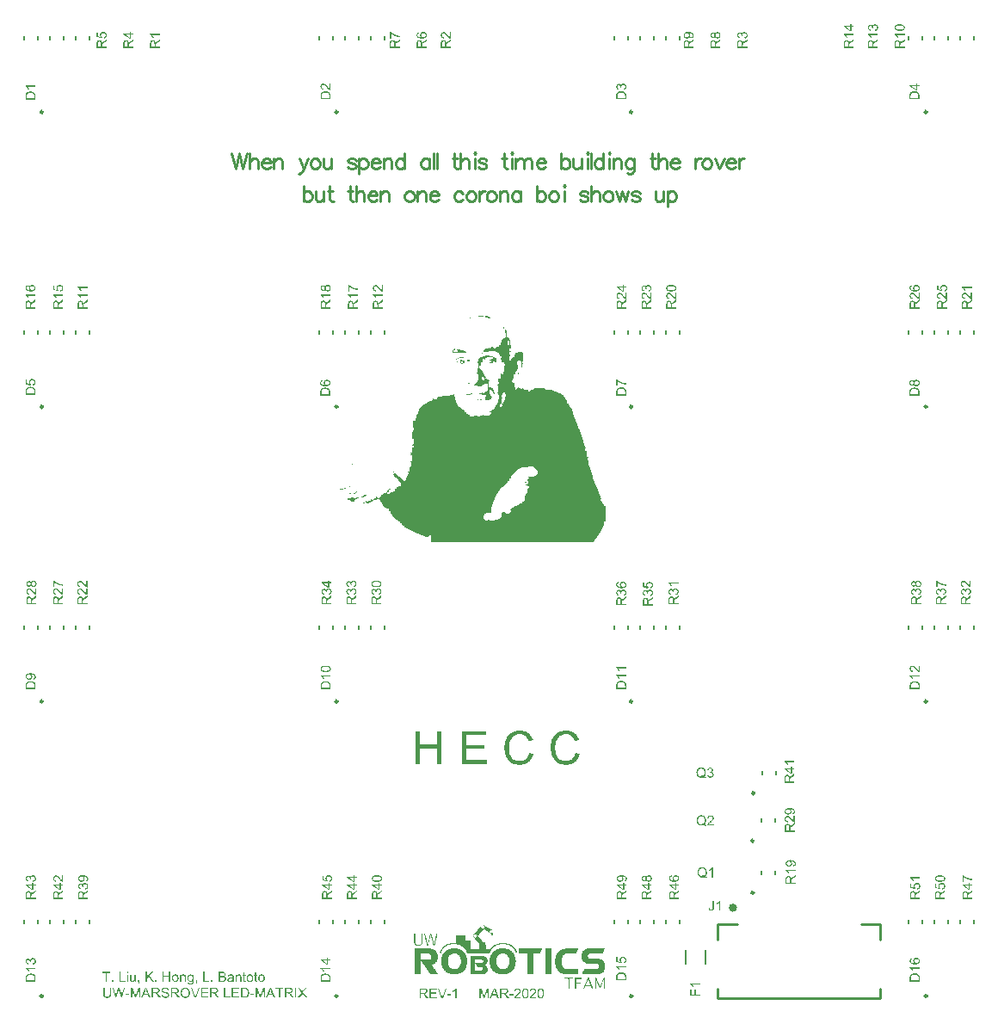
<source format=gto>
G04*
G04 #@! TF.GenerationSoftware,Altium Limited,Altium Designer,19.1.7 (138)*
G04*
G04 Layer_Color=65535*
%FSAX25Y25*%
%MOIN*%
G70*
G01*
G75*
%ADD10C,0.01575*%
%ADD11C,0.00984*%
%ADD12C,0.01000*%
%ADD13C,0.00500*%
%ADD14C,0.00600*%
G36*
X0188747Y0268299D02*
Y0268224D01*
X0188822D01*
Y0268149D01*
Y0268074D01*
X0188222D01*
Y0267999D01*
X0188147D01*
Y0267924D01*
X0187997D01*
Y0267999D01*
X0187922D01*
Y0268074D01*
X0186797D01*
Y0268149D01*
Y0268224D01*
Y0268299D01*
X0186872D01*
Y0268374D01*
X0188747D01*
Y0268299D01*
D02*
G37*
G36*
X0190323D02*
Y0268224D01*
X0190398D01*
Y0268149D01*
Y0268074D01*
X0190548D01*
Y0267999D01*
X0191298D01*
Y0267924D01*
Y0267849D01*
X0191373D01*
Y0267774D01*
X0191448D01*
Y0267699D01*
X0191598D01*
Y0267624D01*
X0191674D01*
Y0267549D01*
X0191598D01*
Y0267474D01*
X0190623D01*
Y0267549D01*
Y0267624D01*
Y0267699D01*
X0190548D01*
Y0267774D01*
X0190098D01*
Y0267699D01*
X0190023D01*
Y0267624D01*
X0189948D01*
Y0267699D01*
X0189873D01*
Y0267774D01*
X0189348D01*
Y0267849D01*
Y0267924D01*
X0189273D01*
Y0267999D01*
Y0268074D01*
X0189348D01*
Y0268149D01*
Y0268224D01*
Y0268299D01*
X0189423D01*
Y0268374D01*
X0190323D01*
Y0268299D01*
D02*
G37*
G36*
X0183946Y0267624D02*
Y0267549D01*
Y0267474D01*
X0183871D01*
Y0267399D01*
X0183645D01*
Y0267474D01*
X0183495D01*
Y0267549D01*
X0183571D01*
Y0267624D01*
Y0267699D01*
X0183946D01*
Y0267624D01*
D02*
G37*
G36*
X0196475Y0263948D02*
X0196550D01*
Y0263873D01*
X0196700D01*
Y0263798D01*
Y0263723D01*
Y0263648D01*
Y0263573D01*
Y0263498D01*
X0196775D01*
Y0263423D01*
Y0263348D01*
X0196700D01*
Y0263423D01*
Y0263498D01*
X0196625D01*
Y0263573D01*
X0196475D01*
Y0263648D01*
X0196400D01*
Y0263723D01*
Y0263798D01*
Y0263873D01*
Y0263948D01*
Y0264023D01*
X0196475D01*
Y0263948D01*
D02*
G37*
G36*
X0197075Y0263123D02*
Y0263048D01*
X0197000D01*
Y0263123D01*
Y0263198D01*
X0197075D01*
Y0263123D01*
D02*
G37*
G36*
X0195500Y0259671D02*
Y0259596D01*
Y0259521D01*
X0195425D01*
Y0259446D01*
X0195350D01*
Y0259521D01*
Y0259596D01*
Y0259671D01*
X0195425D01*
Y0259746D01*
X0195500D01*
Y0259671D01*
D02*
G37*
G36*
X0197151Y0262897D02*
X0197376D01*
Y0262822D01*
Y0262747D01*
X0197451D01*
Y0262672D01*
Y0262597D01*
X0197676D01*
Y0262522D01*
Y0262447D01*
Y0262372D01*
Y0262297D01*
Y0262222D01*
Y0262147D01*
Y0262072D01*
Y0261997D01*
Y0261922D01*
Y0261847D01*
Y0261772D01*
Y0261697D01*
Y0261622D01*
X0197976D01*
Y0261547D01*
Y0261472D01*
Y0261397D01*
Y0261322D01*
Y0261247D01*
Y0261172D01*
Y0261097D01*
Y0261022D01*
Y0260947D01*
Y0260872D01*
Y0260797D01*
Y0260722D01*
Y0260647D01*
Y0260572D01*
Y0260497D01*
Y0260421D01*
Y0260347D01*
Y0260272D01*
Y0260196D01*
Y0260121D01*
Y0260046D01*
X0198276D01*
Y0259971D01*
X0198351D01*
Y0259896D01*
Y0259821D01*
X0198426D01*
Y0259746D01*
X0198576D01*
Y0259671D01*
X0198651D01*
Y0259596D01*
Y0259521D01*
Y0259446D01*
Y0259371D01*
X0198576D01*
Y0259296D01*
Y0259221D01*
X0198651D01*
Y0259146D01*
X0198726D01*
Y0259071D01*
X0198951D01*
Y0258996D01*
X0199026D01*
Y0258921D01*
Y0258846D01*
Y0258771D01*
X0199251D01*
Y0258696D01*
Y0258621D01*
Y0258546D01*
Y0258471D01*
Y0258396D01*
Y0258321D01*
Y0258246D01*
Y0258171D01*
Y0258096D01*
Y0258021D01*
Y0257946D01*
Y0257871D01*
Y0257796D01*
Y0257721D01*
Y0257646D01*
Y0257571D01*
Y0257495D01*
Y0257420D01*
Y0257345D01*
Y0257270D01*
Y0257195D01*
X0199401D01*
Y0257120D01*
X0199626D01*
Y0257045D01*
Y0256970D01*
X0199551D01*
Y0256895D01*
Y0256820D01*
Y0256745D01*
Y0256670D01*
Y0256595D01*
Y0256520D01*
Y0256445D01*
Y0256370D01*
Y0256295D01*
Y0256220D01*
Y0256145D01*
Y0256070D01*
Y0255995D01*
Y0255920D01*
Y0255845D01*
X0199626D01*
Y0255770D01*
Y0255695D01*
X0199551D01*
Y0255620D01*
X0198951D01*
Y0255545D01*
Y0255470D01*
Y0255395D01*
Y0255320D01*
Y0255245D01*
Y0255170D01*
Y0255095D01*
Y0255020D01*
Y0254944D01*
Y0254870D01*
Y0254795D01*
Y0254719D01*
Y0254644D01*
X0199251D01*
Y0254569D01*
X0199326D01*
Y0254494D01*
Y0254419D01*
X0199251D01*
Y0254344D01*
X0198951D01*
Y0254269D01*
Y0254194D01*
Y0254119D01*
Y0254044D01*
Y0253969D01*
Y0253894D01*
Y0253819D01*
Y0253744D01*
Y0253669D01*
Y0253594D01*
Y0253519D01*
Y0253444D01*
Y0253369D01*
Y0253294D01*
X0199251D01*
Y0253219D01*
Y0253144D01*
Y0253069D01*
Y0252994D01*
Y0252919D01*
Y0252844D01*
Y0252769D01*
X0198951D01*
Y0252694D01*
Y0252619D01*
Y0252544D01*
Y0252469D01*
Y0252394D01*
Y0252319D01*
Y0252243D01*
Y0252168D01*
Y0252094D01*
Y0252018D01*
Y0251943D01*
Y0251868D01*
Y0251793D01*
Y0251718D01*
Y0251643D01*
Y0251568D01*
Y0251493D01*
Y0251418D01*
Y0251343D01*
Y0251268D01*
Y0251193D01*
Y0251118D01*
X0199026D01*
Y0251043D01*
X0199551D01*
Y0251118D01*
X0199626D01*
Y0251193D01*
Y0251268D01*
Y0251343D01*
Y0251418D01*
Y0251493D01*
Y0251568D01*
X0199551D01*
Y0251643D01*
Y0251718D01*
X0199852D01*
Y0251793D01*
Y0251868D01*
Y0251943D01*
X0199926D01*
Y0252018D01*
X0200077D01*
Y0252094D01*
X0200152D01*
Y0252168D01*
X0200227D01*
Y0252243D01*
Y0252319D01*
X0200302D01*
Y0252394D01*
X0200902D01*
Y0252469D01*
Y0252544D01*
Y0252619D01*
Y0252694D01*
Y0252769D01*
Y0252844D01*
Y0252919D01*
Y0252994D01*
Y0253069D01*
Y0253144D01*
Y0253219D01*
Y0253294D01*
X0201202D01*
Y0253369D01*
Y0253444D01*
Y0253519D01*
Y0253594D01*
Y0253669D01*
Y0253744D01*
Y0253819D01*
Y0253894D01*
Y0253969D01*
X0202102D01*
Y0254044D01*
Y0254119D01*
Y0254194D01*
X0202177D01*
Y0254269D01*
X0203003D01*
Y0254344D01*
Y0254419D01*
X0203078D01*
Y0254494D01*
X0203153D01*
Y0254419D01*
X0203228D01*
Y0254344D01*
Y0254269D01*
X0203753D01*
Y0254194D01*
Y0254119D01*
X0203828D01*
Y0254044D01*
Y0253969D01*
X0204053D01*
Y0253894D01*
Y0253819D01*
Y0253744D01*
Y0253669D01*
Y0253594D01*
Y0253519D01*
Y0253444D01*
Y0253369D01*
Y0253294D01*
Y0253219D01*
Y0253144D01*
Y0253069D01*
Y0252994D01*
Y0252919D01*
Y0252844D01*
Y0252769D01*
Y0252694D01*
Y0252619D01*
Y0252544D01*
Y0252469D01*
Y0252394D01*
Y0252319D01*
Y0252243D01*
Y0252168D01*
Y0252094D01*
Y0252018D01*
Y0251943D01*
Y0251868D01*
Y0251793D01*
Y0251718D01*
Y0251643D01*
Y0251568D01*
Y0251493D01*
Y0251418D01*
Y0251343D01*
Y0251268D01*
Y0251193D01*
Y0251118D01*
Y0251043D01*
Y0250968D01*
Y0250893D01*
Y0250818D01*
X0203753D01*
Y0250743D01*
Y0250668D01*
Y0250593D01*
Y0250518D01*
Y0250443D01*
Y0250368D01*
Y0250293D01*
Y0250218D01*
Y0250143D01*
X0204053D01*
Y0250068D01*
X0204128D01*
Y0249993D01*
Y0249918D01*
X0204053D01*
Y0249843D01*
X0203753D01*
Y0249768D01*
Y0249693D01*
Y0249618D01*
Y0249542D01*
Y0249467D01*
Y0249393D01*
Y0249318D01*
Y0249242D01*
Y0249167D01*
Y0249092D01*
Y0249017D01*
Y0248942D01*
Y0248867D01*
Y0248792D01*
Y0248717D01*
Y0248642D01*
Y0248567D01*
Y0248492D01*
Y0248417D01*
Y0248342D01*
Y0248267D01*
X0203453D01*
Y0248342D01*
Y0248417D01*
Y0248492D01*
Y0248567D01*
Y0248642D01*
Y0248717D01*
Y0248792D01*
Y0248867D01*
Y0248942D01*
Y0249017D01*
Y0249092D01*
Y0249167D01*
Y0249242D01*
Y0249318D01*
Y0249393D01*
Y0249467D01*
Y0249542D01*
Y0249618D01*
Y0249693D01*
Y0249768D01*
Y0249843D01*
Y0249918D01*
Y0249993D01*
Y0250068D01*
Y0250143D01*
Y0250218D01*
Y0250293D01*
Y0250368D01*
Y0250443D01*
Y0250518D01*
Y0250593D01*
Y0250668D01*
Y0250743D01*
Y0250818D01*
X0203153D01*
Y0250893D01*
X0203078D01*
Y0250968D01*
Y0251043D01*
Y0251118D01*
X0202853D01*
Y0251193D01*
X0202402D01*
Y0251118D01*
X0202252D01*
Y0251043D01*
X0202177D01*
Y0250968D01*
Y0250893D01*
X0202102D01*
Y0250818D01*
X0201802D01*
Y0250743D01*
Y0250668D01*
Y0250593D01*
Y0250518D01*
Y0250443D01*
Y0250368D01*
Y0250293D01*
Y0250218D01*
Y0250143D01*
Y0250068D01*
Y0249993D01*
Y0249918D01*
Y0249843D01*
Y0249768D01*
Y0249693D01*
Y0249618D01*
Y0249542D01*
Y0249467D01*
X0202177D01*
Y0249393D01*
Y0249318D01*
Y0249242D01*
X0202102D01*
Y0249167D01*
Y0249092D01*
Y0249017D01*
Y0248942D01*
Y0248867D01*
Y0248792D01*
Y0248717D01*
Y0248642D01*
Y0248567D01*
Y0248492D01*
Y0248417D01*
Y0248342D01*
Y0248267D01*
Y0248192D01*
Y0248117D01*
Y0248042D01*
Y0247967D01*
Y0247892D01*
X0202177D01*
Y0247817D01*
Y0247742D01*
Y0247667D01*
X0201802D01*
Y0247592D01*
Y0247517D01*
Y0247442D01*
Y0247367D01*
Y0247292D01*
Y0247217D01*
X0201877D01*
Y0247142D01*
Y0247067D01*
Y0246992D01*
X0201577D01*
Y0246917D01*
Y0246842D01*
X0201502D01*
Y0246766D01*
Y0246691D01*
X0201202D01*
Y0246617D01*
X0201127D01*
Y0246541D01*
Y0246466D01*
Y0246391D01*
Y0246316D01*
Y0246241D01*
Y0246166D01*
Y0246091D01*
X0201202D01*
Y0246016D01*
Y0245941D01*
Y0245866D01*
Y0245791D01*
Y0245716D01*
X0200527D01*
Y0245641D01*
Y0245566D01*
Y0245491D01*
Y0245416D01*
Y0245341D01*
Y0245266D01*
Y0245191D01*
Y0245116D01*
Y0245041D01*
Y0244966D01*
Y0244891D01*
Y0244816D01*
Y0244741D01*
Y0244666D01*
Y0244591D01*
Y0244516D01*
Y0244441D01*
Y0244366D01*
Y0244291D01*
Y0244216D01*
Y0244141D01*
X0200227D01*
Y0244065D01*
Y0243990D01*
Y0243916D01*
Y0243840D01*
Y0243765D01*
Y0243690D01*
Y0243615D01*
Y0243540D01*
Y0243465D01*
X0199852D01*
Y0243390D01*
Y0243315D01*
Y0243240D01*
Y0243165D01*
Y0243090D01*
Y0243015D01*
Y0242940D01*
Y0242865D01*
Y0242790D01*
X0200227D01*
Y0242715D01*
X0200302D01*
Y0242640D01*
Y0242565D01*
Y0242490D01*
X0200827D01*
Y0242415D01*
X0200902D01*
Y0242340D01*
Y0242265D01*
Y0242190D01*
X0200827D01*
Y0242115D01*
Y0242040D01*
Y0241965D01*
Y0241890D01*
Y0241815D01*
Y0241740D01*
Y0241665D01*
Y0241590D01*
Y0241515D01*
Y0241440D01*
Y0241365D01*
Y0241289D01*
Y0241214D01*
Y0241139D01*
Y0241064D01*
Y0240989D01*
Y0240914D01*
X0200902D01*
Y0240839D01*
X0201202D01*
Y0240764D01*
Y0240689D01*
Y0240614D01*
Y0240539D01*
X0201127D01*
Y0240464D01*
Y0240389D01*
Y0240314D01*
Y0240239D01*
Y0240164D01*
Y0240089D01*
Y0240014D01*
Y0239939D01*
X0201277D01*
Y0239864D01*
X0201577D01*
Y0239939D01*
X0201802D01*
Y0240014D01*
Y0240089D01*
Y0240164D01*
X0201877D01*
Y0240239D01*
X0202102D01*
Y0240314D01*
Y0240389D01*
Y0240464D01*
X0202177D01*
Y0240539D01*
X0202478D01*
Y0240464D01*
Y0240389D01*
X0202553D01*
Y0240314D01*
Y0240239D01*
X0203078D01*
Y0240164D01*
X0203153D01*
Y0240089D01*
Y0240014D01*
Y0239939D01*
X0203378D01*
Y0239864D01*
X0203453D01*
Y0239939D01*
X0203678D01*
Y0240014D01*
Y0240089D01*
X0203753D01*
Y0240164D01*
Y0240239D01*
X0204053D01*
Y0240164D01*
X0204128D01*
Y0240089D01*
Y0240014D01*
Y0239939D01*
X0204353D01*
Y0239864D01*
X0205028D01*
Y0239789D01*
X0205103D01*
Y0239714D01*
Y0239639D01*
X0205178D01*
Y0239564D01*
X0206154D01*
Y0239639D01*
X0206229D01*
Y0239714D01*
Y0239789D01*
X0206304D01*
Y0239714D01*
Y0239639D01*
Y0239564D01*
Y0239489D01*
Y0239414D01*
Y0239339D01*
X0206229D01*
Y0239264D01*
Y0239189D01*
Y0239114D01*
Y0239039D01*
X0206304D01*
Y0238964D01*
X0206904D01*
Y0239039D01*
Y0239114D01*
Y0239189D01*
X0206979D01*
Y0239264D01*
X0207204D01*
Y0239339D01*
Y0239414D01*
Y0239489D01*
X0207279D01*
Y0239564D01*
X0207429D01*
Y0239639D01*
X0207504D01*
Y0239714D01*
Y0239789D01*
X0207579D01*
Y0239864D01*
X0208255D01*
Y0239939D01*
X0208480D01*
Y0240014D01*
Y0240089D01*
X0208555D01*
Y0240164D01*
Y0240239D01*
X0212381D01*
Y0240164D01*
Y0240089D01*
X0212456D01*
Y0240014D01*
Y0239939D01*
X0212681D01*
Y0239864D01*
X0214332D01*
Y0239789D01*
Y0239714D01*
Y0239639D01*
X0214407D01*
Y0239564D01*
X0215607D01*
Y0239489D01*
Y0239414D01*
Y0239339D01*
X0215682D01*
Y0239264D01*
X0216208D01*
Y0239189D01*
Y0239114D01*
X0216283D01*
Y0239039D01*
Y0238964D01*
X0217183D01*
Y0238889D01*
Y0238814D01*
Y0238739D01*
X0217258D01*
Y0238664D01*
X0217408D01*
Y0238589D01*
X0217858D01*
Y0238513D01*
Y0238439D01*
Y0238363D01*
X0217933D01*
Y0238288D01*
X0218758D01*
Y0238213D01*
X0218833D01*
Y0238138D01*
Y0238063D01*
Y0237988D01*
X0219059D01*
Y0237913D01*
X0219134D01*
Y0237838D01*
Y0237763D01*
Y0237688D01*
X0219734D01*
Y0237613D01*
Y0237538D01*
Y0237463D01*
Y0237388D01*
Y0237313D01*
X0219659D01*
Y0237238D01*
Y0237163D01*
Y0237088D01*
X0219734D01*
Y0237013D01*
X0220034D01*
Y0236938D01*
X0220109D01*
Y0236863D01*
Y0236788D01*
Y0236713D01*
X0220334D01*
Y0236638D01*
Y0236563D01*
Y0236488D01*
Y0236413D01*
Y0236338D01*
Y0236263D01*
Y0236188D01*
Y0236113D01*
X0220409D01*
Y0236038D01*
X0220709D01*
Y0235963D01*
Y0235888D01*
Y0235812D01*
X0220784D01*
Y0235737D01*
X0221009D01*
Y0235662D01*
Y0235587D01*
Y0235512D01*
Y0235437D01*
X0220934D01*
Y0235362D01*
Y0235287D01*
Y0235212D01*
X0221009D01*
Y0235137D01*
X0221309D01*
Y0235062D01*
Y0234987D01*
Y0234912D01*
Y0234837D01*
Y0234762D01*
Y0234687D01*
Y0234612D01*
Y0234537D01*
Y0234462D01*
X0221609D01*
Y0234387D01*
X0221685D01*
Y0234312D01*
Y0234237D01*
X0221760D01*
Y0234162D01*
X0221910D01*
Y0234087D01*
X0221985D01*
Y0234012D01*
Y0233937D01*
X0221910D01*
Y0233862D01*
Y0233787D01*
Y0233712D01*
Y0233637D01*
Y0233562D01*
X0221985D01*
Y0233487D01*
X0222285D01*
Y0233412D01*
Y0233337D01*
Y0233261D01*
Y0233187D01*
X0222210D01*
Y0233112D01*
Y0233036D01*
Y0232961D01*
X0222285D01*
Y0232886D01*
X0222585D01*
Y0232811D01*
X0222660D01*
Y0232736D01*
Y0232661D01*
Y0232586D01*
X0222885D01*
Y0232511D01*
X0222960D01*
Y0232436D01*
Y0232361D01*
Y0232286D01*
X0223035D01*
Y0232211D01*
X0223260D01*
Y0232136D01*
Y0232061D01*
Y0231986D01*
X0223185D01*
Y0231911D01*
Y0231836D01*
Y0231761D01*
Y0231686D01*
Y0231611D01*
Y0231536D01*
Y0231461D01*
Y0231386D01*
Y0231311D01*
X0223485D01*
Y0231236D01*
X0223560D01*
Y0231161D01*
Y0231086D01*
Y0231011D01*
Y0230936D01*
Y0230861D01*
X0223485D01*
Y0230786D01*
Y0230711D01*
Y0230636D01*
Y0230561D01*
Y0230486D01*
Y0230411D01*
Y0230335D01*
Y0230260D01*
Y0230185D01*
X0223560D01*
Y0230110D01*
Y0230035D01*
X0223635D01*
Y0229960D01*
X0223860D01*
Y0229885D01*
Y0229810D01*
Y0229735D01*
Y0229660D01*
Y0229585D01*
Y0229510D01*
Y0229435D01*
Y0229360D01*
Y0229285D01*
Y0229210D01*
Y0229135D01*
Y0229060D01*
X0224160D01*
Y0228985D01*
Y0228910D01*
Y0228835D01*
Y0228760D01*
Y0228685D01*
Y0228610D01*
Y0228535D01*
Y0228460D01*
Y0228385D01*
X0224536D01*
Y0228310D01*
Y0228235D01*
Y0228160D01*
X0224461D01*
Y0228085D01*
Y0228010D01*
Y0227935D01*
Y0227860D01*
Y0227784D01*
Y0227710D01*
Y0227635D01*
Y0227559D01*
Y0227484D01*
X0224536D01*
Y0227409D01*
X0224836D01*
Y0227334D01*
Y0227259D01*
Y0227184D01*
Y0227109D01*
Y0227034D01*
Y0226959D01*
Y0226884D01*
Y0226809D01*
X0225136D01*
Y0226734D01*
Y0226659D01*
Y0226584D01*
Y0226509D01*
Y0226434D01*
Y0226359D01*
Y0226284D01*
Y0226209D01*
Y0226134D01*
Y0226059D01*
Y0225984D01*
Y0225909D01*
Y0225834D01*
X0225436D01*
Y0225759D01*
X0225511D01*
Y0225684D01*
X0225436D01*
Y0225609D01*
Y0225534D01*
Y0225459D01*
Y0225384D01*
Y0225309D01*
Y0225234D01*
Y0225159D01*
Y0225083D01*
Y0225009D01*
Y0224934D01*
X0225511D01*
Y0224858D01*
X0225811D01*
Y0224783D01*
Y0224708D01*
Y0224633D01*
X0225736D01*
Y0224558D01*
Y0224483D01*
Y0224408D01*
Y0224333D01*
Y0224258D01*
X0226111D01*
Y0224183D01*
Y0224108D01*
Y0224033D01*
Y0223958D01*
Y0223883D01*
Y0223808D01*
Y0223733D01*
Y0223658D01*
Y0223583D01*
Y0223508D01*
Y0223433D01*
Y0223358D01*
Y0223283D01*
X0226411D01*
Y0223208D01*
Y0223133D01*
Y0223058D01*
Y0222983D01*
Y0222908D01*
Y0222833D01*
Y0222758D01*
Y0222683D01*
Y0222608D01*
Y0222533D01*
Y0222458D01*
Y0222382D01*
Y0222307D01*
X0226711D01*
Y0222233D01*
X0226786D01*
Y0222158D01*
X0226711D01*
Y0222082D01*
Y0222007D01*
Y0221932D01*
Y0221857D01*
Y0221782D01*
Y0221707D01*
Y0221632D01*
Y0221557D01*
Y0221482D01*
Y0221407D01*
X0226861D01*
Y0221332D01*
X0227086D01*
Y0221257D01*
Y0221182D01*
Y0221107D01*
X0227011D01*
Y0221032D01*
Y0220957D01*
Y0220882D01*
Y0220807D01*
Y0220732D01*
Y0220657D01*
Y0220582D01*
Y0220507D01*
Y0220432D01*
X0227387D01*
Y0220357D01*
Y0220282D01*
Y0220207D01*
Y0220132D01*
Y0220057D01*
Y0219982D01*
Y0219907D01*
Y0219832D01*
Y0219757D01*
Y0219682D01*
Y0219606D01*
Y0219531D01*
Y0219457D01*
Y0219381D01*
Y0219306D01*
Y0219231D01*
Y0219156D01*
X0227687D01*
Y0219081D01*
Y0219006D01*
Y0218931D01*
Y0218856D01*
Y0218781D01*
Y0218706D01*
Y0218631D01*
Y0218556D01*
Y0218481D01*
Y0218406D01*
Y0218331D01*
Y0218256D01*
Y0218181D01*
X0227987D01*
Y0218106D01*
X0228062D01*
Y0218031D01*
Y0217956D01*
X0227987D01*
Y0217881D01*
Y0217806D01*
Y0217731D01*
Y0217656D01*
Y0217581D01*
Y0217506D01*
Y0217431D01*
Y0217356D01*
Y0217281D01*
Y0217206D01*
X0228362D01*
Y0217131D01*
Y0217056D01*
Y0216981D01*
Y0216905D01*
X0228287D01*
Y0216830D01*
Y0216756D01*
Y0216680D01*
Y0216605D01*
Y0216530D01*
Y0216455D01*
Y0216380D01*
Y0216305D01*
Y0216230D01*
Y0216155D01*
Y0216080D01*
Y0216005D01*
X0228362D01*
Y0215930D01*
X0228662D01*
Y0215855D01*
Y0215780D01*
Y0215705D01*
Y0215630D01*
Y0215555D01*
Y0215480D01*
Y0215405D01*
Y0215330D01*
Y0215255D01*
Y0215180D01*
Y0215105D01*
Y0215030D01*
Y0214955D01*
X0228962D01*
Y0214880D01*
Y0214805D01*
Y0214730D01*
Y0214655D01*
Y0214580D01*
Y0214505D01*
Y0214430D01*
Y0214355D01*
Y0214280D01*
Y0214205D01*
Y0214129D01*
Y0214054D01*
Y0213979D01*
Y0213904D01*
Y0213829D01*
Y0213754D01*
Y0213679D01*
X0229337D01*
Y0213604D01*
Y0213529D01*
Y0213454D01*
X0229262D01*
Y0213379D01*
Y0213304D01*
Y0213229D01*
Y0213154D01*
Y0213079D01*
Y0213004D01*
Y0212929D01*
Y0212854D01*
Y0212779D01*
Y0212704D01*
Y0212629D01*
Y0212554D01*
Y0212479D01*
X0229337D01*
Y0212404D01*
X0229638D01*
Y0212329D01*
Y0212254D01*
Y0212179D01*
Y0212104D01*
X0229562D01*
Y0212029D01*
Y0211954D01*
Y0211879D01*
Y0211804D01*
Y0211729D01*
Y0211654D01*
Y0211579D01*
Y0211504D01*
Y0211428D01*
Y0211353D01*
Y0211279D01*
Y0211203D01*
Y0211128D01*
Y0211053D01*
Y0210978D01*
Y0210903D01*
Y0210828D01*
Y0210753D01*
Y0210678D01*
Y0210603D01*
X0229638D01*
Y0210528D01*
X0229938D01*
Y0210453D01*
Y0210378D01*
Y0210303D01*
Y0210228D01*
Y0210153D01*
Y0210078D01*
Y0210003D01*
Y0209928D01*
Y0209853D01*
Y0209778D01*
Y0209703D01*
Y0209628D01*
Y0209553D01*
X0230238D01*
Y0209478D01*
Y0209403D01*
Y0209328D01*
Y0209253D01*
Y0209178D01*
Y0209103D01*
Y0209028D01*
Y0208953D01*
Y0208878D01*
Y0208803D01*
Y0208728D01*
Y0208652D01*
Y0208577D01*
X0230538D01*
Y0208502D01*
X0230613D01*
Y0208427D01*
Y0208352D01*
X0230538D01*
Y0208277D01*
Y0208202D01*
Y0208127D01*
Y0208052D01*
Y0207977D01*
Y0207902D01*
Y0207827D01*
Y0207752D01*
Y0207677D01*
X0230613D01*
Y0207602D01*
X0230913D01*
Y0207527D01*
Y0207452D01*
Y0207377D01*
Y0207302D01*
X0230838D01*
Y0207227D01*
Y0207152D01*
Y0207077D01*
Y0207002D01*
Y0206927D01*
Y0206852D01*
Y0206777D01*
X0230913D01*
Y0206702D01*
X0231213D01*
Y0206627D01*
Y0206552D01*
Y0206477D01*
Y0206402D01*
Y0206327D01*
Y0206252D01*
Y0206177D01*
Y0206101D01*
Y0206027D01*
Y0205951D01*
Y0205876D01*
Y0205801D01*
Y0205726D01*
Y0205651D01*
Y0205576D01*
Y0205501D01*
Y0205426D01*
Y0205351D01*
Y0205276D01*
Y0205201D01*
Y0205126D01*
Y0205051D01*
X0231513D01*
Y0204976D01*
Y0204901D01*
Y0204826D01*
Y0204751D01*
Y0204676D01*
Y0204601D01*
Y0204526D01*
Y0204451D01*
X0231813D01*
Y0204376D01*
X0231888D01*
Y0204301D01*
Y0204226D01*
X0231813D01*
Y0204151D01*
Y0204076D01*
Y0204001D01*
Y0203926D01*
Y0203851D01*
Y0203776D01*
Y0203701D01*
Y0203626D01*
Y0203551D01*
Y0203476D01*
X0232188D01*
Y0203400D01*
Y0203326D01*
Y0203251D01*
Y0203175D01*
Y0203100D01*
X0232113D01*
Y0203025D01*
Y0202950D01*
X0232188D01*
Y0202875D01*
X0232263D01*
Y0202800D01*
X0232488D01*
Y0202725D01*
Y0202650D01*
Y0202575D01*
Y0202500D01*
Y0202425D01*
Y0202350D01*
Y0202275D01*
Y0202200D01*
Y0202125D01*
Y0202050D01*
Y0201975D01*
Y0201900D01*
X0232789D01*
Y0201825D01*
Y0201750D01*
Y0201675D01*
Y0201600D01*
Y0201525D01*
Y0201450D01*
Y0201375D01*
Y0201300D01*
Y0201225D01*
X0233164D01*
Y0201150D01*
Y0201075D01*
Y0201000D01*
X0233089D01*
Y0200925D01*
Y0200850D01*
Y0200775D01*
Y0200700D01*
Y0200624D01*
Y0200550D01*
Y0200475D01*
Y0200399D01*
Y0200324D01*
X0233164D01*
Y0200249D01*
X0233464D01*
Y0200174D01*
Y0200099D01*
Y0200024D01*
Y0199949D01*
Y0199874D01*
X0233389D01*
Y0199799D01*
Y0199724D01*
Y0199649D01*
Y0199574D01*
Y0199499D01*
X0233464D01*
Y0199424D01*
Y0199349D01*
X0233764D01*
Y0199274D01*
Y0199199D01*
Y0199124D01*
Y0199049D01*
Y0198974D01*
Y0198899D01*
Y0198824D01*
Y0198749D01*
Y0198674D01*
X0234064D01*
Y0198599D01*
X0234139D01*
Y0198524D01*
X0234064D01*
Y0198449D01*
Y0198374D01*
Y0198299D01*
Y0198224D01*
Y0198149D01*
Y0198074D01*
Y0197999D01*
Y0197924D01*
Y0197848D01*
Y0197774D01*
X0234364D01*
Y0197698D01*
X0234439D01*
Y0197623D01*
Y0197548D01*
Y0197473D01*
X0234064D01*
Y0197398D01*
Y0197323D01*
Y0197248D01*
Y0197173D01*
Y0197098D01*
Y0197023D01*
Y0196948D01*
Y0196873D01*
Y0196798D01*
X0234139D01*
Y0196723D01*
X0234439D01*
Y0196648D01*
Y0196573D01*
X0234514D01*
Y0196498D01*
X0234589D01*
Y0196423D01*
X0234739D01*
Y0196348D01*
Y0196273D01*
Y0196198D01*
Y0196123D01*
Y0196048D01*
X0234664D01*
Y0195973D01*
X0234739D01*
Y0195898D01*
Y0195823D01*
X0235039D01*
Y0195748D01*
X0235115D01*
Y0195673D01*
Y0195598D01*
Y0195523D01*
X0235340D01*
Y0195448D01*
X0235415D01*
Y0195373D01*
Y0195298D01*
Y0195222D01*
X0235490D01*
Y0195148D01*
X0235715D01*
Y0195072D01*
Y0194998D01*
Y0194922D01*
X0235640D01*
Y0194847D01*
Y0194772D01*
Y0194697D01*
Y0194622D01*
Y0194547D01*
X0236015D01*
Y0194472D01*
Y0194397D01*
Y0194322D01*
Y0194247D01*
Y0194172D01*
Y0194097D01*
Y0194022D01*
Y0193947D01*
Y0193872D01*
Y0193797D01*
Y0193722D01*
Y0193647D01*
Y0193572D01*
X0236315D01*
Y0193497D01*
Y0193422D01*
Y0193347D01*
Y0193272D01*
Y0193197D01*
Y0193122D01*
Y0193047D01*
Y0192972D01*
Y0192897D01*
Y0192822D01*
Y0192747D01*
Y0192672D01*
Y0192597D01*
Y0192522D01*
Y0192446D01*
Y0192371D01*
Y0192297D01*
Y0192221D01*
Y0192146D01*
Y0192071D01*
Y0191996D01*
Y0191921D01*
Y0191846D01*
Y0191771D01*
Y0191696D01*
Y0191621D01*
Y0191546D01*
Y0191471D01*
Y0191396D01*
Y0191321D01*
Y0191246D01*
Y0191171D01*
Y0191096D01*
Y0191021D01*
Y0190946D01*
Y0190871D01*
Y0190796D01*
Y0190721D01*
Y0190646D01*
Y0190571D01*
Y0190496D01*
Y0190421D01*
Y0190346D01*
Y0190271D01*
Y0190196D01*
Y0190121D01*
Y0190046D01*
Y0189971D01*
Y0189896D01*
Y0189821D01*
X0236015D01*
Y0189745D01*
Y0189671D01*
Y0189595D01*
Y0189520D01*
Y0189445D01*
Y0189370D01*
Y0189295D01*
Y0189220D01*
Y0189145D01*
Y0189070D01*
Y0188995D01*
Y0188920D01*
Y0188845D01*
X0235640D01*
Y0188770D01*
Y0188695D01*
Y0188620D01*
Y0188545D01*
Y0188470D01*
Y0188395D01*
Y0188320D01*
Y0188245D01*
Y0188170D01*
X0235715D01*
Y0188095D01*
Y0188020D01*
Y0187945D01*
X0235640D01*
Y0187870D01*
X0235340D01*
Y0187795D01*
Y0187720D01*
Y0187645D01*
Y0187570D01*
Y0187495D01*
Y0187420D01*
Y0187345D01*
Y0187270D01*
Y0187195D01*
Y0187120D01*
X0235415D01*
Y0187045D01*
X0235340D01*
Y0186969D01*
X0235190D01*
Y0186895D01*
X0235039D01*
Y0186820D01*
Y0186744D01*
Y0186669D01*
Y0186594D01*
Y0186519D01*
Y0186444D01*
Y0186369D01*
Y0186294D01*
X0234739D01*
Y0186219D01*
Y0186144D01*
Y0186069D01*
Y0185994D01*
Y0185919D01*
Y0185844D01*
Y0185769D01*
Y0185694D01*
X0234664D01*
Y0185619D01*
X0234364D01*
Y0185544D01*
Y0185469D01*
Y0185394D01*
Y0185319D01*
Y0185244D01*
X0234439D01*
Y0185169D01*
Y0185094D01*
Y0185019D01*
X0234064D01*
Y0184944D01*
Y0184869D01*
Y0184794D01*
Y0184719D01*
Y0184644D01*
Y0184569D01*
Y0184494D01*
Y0184419D01*
Y0184344D01*
X0233839D01*
Y0184268D01*
Y0184194D01*
Y0184118D01*
X0233764D01*
Y0184043D01*
X0233464D01*
Y0183968D01*
Y0183893D01*
X0233389D01*
Y0183818D01*
X0233464D01*
Y0183743D01*
Y0183668D01*
Y0183593D01*
Y0183518D01*
Y0183443D01*
X0233314D01*
Y0183368D01*
X0233239D01*
Y0183293D01*
X0233164D01*
Y0183218D01*
Y0183143D01*
X0233089D01*
Y0183068D01*
X0232789D01*
Y0182993D01*
Y0182918D01*
Y0182843D01*
Y0182768D01*
Y0182693D01*
Y0182618D01*
Y0182543D01*
Y0182468D01*
X0232639D01*
Y0182393D01*
X0232563D01*
Y0182318D01*
Y0182243D01*
X0232488D01*
Y0182168D01*
X0232339D01*
Y0182093D01*
X0232263D01*
Y0182018D01*
Y0181943D01*
X0232188D01*
Y0181868D01*
Y0181793D01*
X0231813D01*
Y0181718D01*
Y0181642D01*
Y0181568D01*
Y0181492D01*
Y0181418D01*
X0231888D01*
Y0181342D01*
Y0181267D01*
Y0181192D01*
X0231513D01*
Y0181117D01*
Y0181042D01*
Y0180967D01*
Y0180892D01*
Y0180817D01*
Y0180742D01*
Y0180667D01*
X0168640D01*
Y0180742D01*
Y0180817D01*
Y0180892D01*
Y0180967D01*
Y0181042D01*
Y0181117D01*
Y0181192D01*
Y0181267D01*
Y0181342D01*
Y0181418D01*
Y0181492D01*
Y0181568D01*
Y0181642D01*
Y0181718D01*
Y0181793D01*
Y0181868D01*
Y0181943D01*
Y0182018D01*
Y0182093D01*
Y0182168D01*
Y0182243D01*
Y0182318D01*
Y0182393D01*
Y0182468D01*
Y0182543D01*
Y0182618D01*
Y0182693D01*
Y0182768D01*
Y0182843D01*
Y0182918D01*
Y0182993D01*
Y0183068D01*
Y0183143D01*
Y0183218D01*
Y0183293D01*
Y0183368D01*
Y0183443D01*
X0168115D01*
Y0183368D01*
X0168040D01*
Y0183293D01*
Y0183218D01*
X0167965D01*
Y0183143D01*
Y0183068D01*
X0167440D01*
Y0182993D01*
X0167365D01*
Y0182918D01*
Y0182843D01*
X0167289D01*
Y0182768D01*
X0166089D01*
Y0182843D01*
X0166014D01*
Y0182918D01*
Y0182993D01*
Y0183068D01*
X0165414D01*
Y0183143D01*
Y0183218D01*
X0165339D01*
Y0183293D01*
Y0183368D01*
X0165264D01*
Y0183443D01*
X0164438D01*
Y0183518D01*
Y0183593D01*
X0164363D01*
Y0183668D01*
Y0183743D01*
X0163838D01*
Y0183818D01*
X0163763D01*
Y0183893D01*
Y0183968D01*
Y0184043D01*
X0162863D01*
Y0184118D01*
Y0184194D01*
X0162788D01*
Y0184268D01*
Y0184344D01*
X0162263D01*
Y0184419D01*
X0162188D01*
Y0184494D01*
Y0184569D01*
Y0184644D01*
X0162113D01*
Y0184719D01*
X0161587D01*
Y0184794D01*
X0161512D01*
Y0184869D01*
Y0184944D01*
Y0185019D01*
X0160912D01*
Y0185094D01*
Y0185169D01*
Y0185244D01*
X0160837D01*
Y0185319D01*
X0160312D01*
Y0185394D01*
Y0185469D01*
X0160237D01*
Y0185544D01*
Y0185619D01*
X0159712D01*
Y0185694D01*
X0159637D01*
Y0185769D01*
Y0185844D01*
Y0185919D01*
X0159562D01*
Y0185994D01*
X0159037D01*
Y0186069D01*
X0158961D01*
Y0186144D01*
Y0186219D01*
Y0186294D01*
X0158361D01*
Y0186369D01*
Y0186444D01*
Y0186519D01*
X0158286D01*
Y0186594D01*
X0158061D01*
Y0186669D01*
Y0186744D01*
X0157986D01*
Y0186820D01*
Y0186895D01*
X0157761D01*
Y0186969D01*
Y0187045D01*
X0157686D01*
Y0187120D01*
Y0187195D01*
X0157611D01*
Y0187270D01*
X0157461D01*
Y0187345D01*
X0157386D01*
Y0187420D01*
Y0187495D01*
X0157311D01*
Y0187570D01*
X0157086D01*
Y0187645D01*
Y0187720D01*
Y0187795D01*
X0157011D01*
Y0187870D01*
X0156786D01*
Y0187945D01*
Y0188020D01*
X0156711D01*
Y0188095D01*
Y0188170D01*
X0156561D01*
Y0188245D01*
X0156485D01*
Y0188320D01*
X0156411D01*
Y0188395D01*
Y0188470D01*
X0156335D01*
Y0188545D01*
X0156185D01*
Y0188620D01*
X0156110D01*
Y0188695D01*
Y0188770D01*
X0156035D01*
Y0188845D01*
X0155810D01*
Y0188920D01*
Y0188995D01*
Y0189070D01*
X0155735D01*
Y0189145D01*
X0155510D01*
Y0189220D01*
Y0189295D01*
X0155435D01*
Y0189370D01*
Y0189445D01*
X0155285D01*
Y0189520D01*
X0154835D01*
Y0189595D01*
Y0189671D01*
Y0189745D01*
X0154760D01*
Y0189821D01*
X0154535D01*
Y0189896D01*
Y0189971D01*
Y0190046D01*
X0154460D01*
Y0190121D01*
X0154235D01*
Y0190196D01*
Y0190271D01*
X0154160D01*
Y0190346D01*
Y0190421D01*
X0153935D01*
Y0190496D01*
Y0190571D01*
X0153859D01*
Y0190646D01*
Y0190721D01*
X0153709D01*
Y0190796D01*
X0153635D01*
Y0190871D01*
Y0190946D01*
Y0191021D01*
Y0191096D01*
Y0191171D01*
Y0191246D01*
Y0191321D01*
Y0191396D01*
X0153259D01*
Y0191471D01*
Y0191546D01*
Y0191621D01*
X0153184D01*
Y0191696D01*
X0152959D01*
Y0191771D01*
Y0191846D01*
X0152884D01*
Y0191921D01*
Y0191996D01*
X0152809D01*
Y0192071D01*
X0152659D01*
Y0192146D01*
Y0192221D01*
Y0192297D01*
Y0192371D01*
Y0192446D01*
Y0192522D01*
Y0192597D01*
Y0192672D01*
X0152359D01*
Y0192747D01*
X0152284D01*
Y0192822D01*
Y0192897D01*
Y0192972D01*
X0152059D01*
Y0193047D01*
X0151984D01*
Y0193122D01*
Y0193197D01*
Y0193272D01*
X0152059D01*
Y0193347D01*
Y0193422D01*
Y0193497D01*
Y0193572D01*
X0151984D01*
Y0193647D01*
X0151384D01*
Y0193722D01*
X0151309D01*
Y0193797D01*
Y0193872D01*
Y0193947D01*
X0150708D01*
Y0194022D01*
Y0194097D01*
Y0194172D01*
X0150633D01*
Y0194247D01*
X0150108D01*
Y0194322D01*
X0150033D01*
Y0194397D01*
Y0194472D01*
Y0194547D01*
X0149958D01*
Y0194622D01*
X0149808D01*
Y0194697D01*
X0149733D01*
Y0194772D01*
X0149808D01*
Y0194847D01*
Y0194922D01*
Y0194998D01*
Y0195072D01*
Y0195148D01*
Y0195222D01*
X0149433D01*
Y0195298D01*
Y0195373D01*
Y0195448D01*
Y0195523D01*
X0149508D01*
Y0195598D01*
Y0195673D01*
Y0195748D01*
Y0195823D01*
X0149433D01*
Y0195898D01*
X0149133D01*
Y0195973D01*
Y0196048D01*
Y0196123D01*
Y0196198D01*
Y0196273D01*
Y0196348D01*
Y0196423D01*
Y0196498D01*
X0148833D01*
Y0196573D01*
Y0196648D01*
Y0196723D01*
Y0196798D01*
Y0196873D01*
Y0196948D01*
Y0197023D01*
Y0197098D01*
Y0197173D01*
X0148458D01*
Y0197248D01*
Y0197323D01*
Y0197398D01*
X0148382D01*
Y0197473D01*
X0147632D01*
Y0197398D01*
X0147557D01*
Y0197323D01*
Y0197248D01*
Y0197173D01*
X0146657D01*
Y0197098D01*
Y0197023D01*
X0146582D01*
Y0196948D01*
Y0196873D01*
X0146207D01*
Y0196798D01*
X0145982D01*
Y0196723D01*
Y0196648D01*
Y0196573D01*
X0145907D01*
Y0196498D01*
X0145381D01*
Y0196423D01*
Y0196348D01*
X0145306D01*
Y0196273D01*
Y0196198D01*
X0145081D01*
Y0196123D01*
X0145006D01*
Y0196048D01*
Y0195973D01*
Y0195898D01*
X0144481D01*
Y0195823D01*
X0144406D01*
Y0195748D01*
Y0195673D01*
X0144331D01*
Y0195598D01*
X0143656D01*
Y0195673D01*
Y0195748D01*
Y0195823D01*
X0143581D01*
Y0195898D01*
X0142755D01*
Y0195823D01*
X0142155D01*
Y0195898D01*
X0142005D01*
Y0195973D01*
Y0196048D01*
X0142080D01*
Y0196123D01*
X0142905D01*
Y0196198D01*
X0143056D01*
Y0196273D01*
X0143131D01*
Y0196348D01*
X0143056D01*
Y0196423D01*
Y0196498D01*
Y0196573D01*
Y0196648D01*
Y0196723D01*
Y0196798D01*
X0143356D01*
Y0196723D01*
X0143431D01*
Y0196648D01*
Y0196573D01*
Y0196498D01*
X0143506D01*
Y0196423D01*
X0144181D01*
Y0196498D01*
X0144256D01*
Y0196573D01*
Y0196648D01*
X0144331D01*
Y0196723D01*
X0144406D01*
Y0196798D01*
X0145306D01*
Y0196873D01*
Y0196948D01*
Y0197023D01*
Y0197098D01*
Y0197173D01*
Y0197248D01*
X0145381D01*
Y0197173D01*
Y0197098D01*
X0146132D01*
Y0197173D01*
X0146207D01*
Y0197248D01*
Y0197323D01*
X0146282D01*
Y0197398D01*
X0146507D01*
Y0197473D01*
Y0197548D01*
Y0197623D01*
X0146582D01*
Y0197698D01*
X0147182D01*
Y0197774D01*
X0147257D01*
Y0197848D01*
Y0197924D01*
Y0197999D01*
Y0198074D01*
Y0198149D01*
X0147182D01*
Y0198224D01*
Y0198299D01*
Y0198374D01*
X0147557D01*
Y0198299D01*
Y0198224D01*
Y0198149D01*
X0147632D01*
Y0198074D01*
X0147782D01*
Y0197999D01*
X0147857D01*
Y0197924D01*
Y0197848D01*
X0147932D01*
Y0197774D01*
X0148458D01*
Y0197848D01*
Y0197924D01*
Y0197999D01*
X0148533D01*
Y0198074D01*
X0148758D01*
Y0198149D01*
Y0198224D01*
Y0198299D01*
X0148833D01*
Y0198374D01*
X0149133D01*
Y0198449D01*
Y0198524D01*
Y0198599D01*
Y0198674D01*
Y0198749D01*
Y0198824D01*
Y0198899D01*
Y0198974D01*
X0149583D01*
Y0199049D01*
X0149733D01*
Y0199124D01*
Y0199199D01*
Y0199274D01*
X0149808D01*
Y0199349D01*
X0150033D01*
Y0199424D01*
Y0199499D01*
Y0199574D01*
X0150108D01*
Y0199649D01*
X0150934D01*
Y0199724D01*
X0151008D01*
Y0199799D01*
Y0199874D01*
Y0199949D01*
X0151384D01*
Y0200024D01*
Y0200099D01*
Y0200174D01*
Y0200249D01*
Y0200324D01*
Y0200399D01*
Y0200475D01*
Y0200550D01*
Y0200624D01*
X0151609D01*
Y0200700D01*
Y0200775D01*
X0151684D01*
Y0200850D01*
Y0200925D01*
X0152209D01*
Y0201000D01*
X0152284D01*
Y0201075D01*
Y0201150D01*
Y0201225D01*
X0152734D01*
Y0201150D01*
Y0201075D01*
X0152659D01*
Y0201000D01*
X0152509D01*
Y0200925D01*
X0152284D01*
Y0200850D01*
Y0200775D01*
Y0200700D01*
Y0200624D01*
Y0200550D01*
Y0200475D01*
Y0200399D01*
Y0200324D01*
X0152059D01*
Y0200249D01*
Y0200174D01*
Y0200099D01*
X0151984D01*
Y0200024D01*
X0151684D01*
Y0199949D01*
Y0199874D01*
X0151609D01*
Y0199799D01*
Y0199724D01*
Y0199649D01*
Y0199574D01*
Y0199499D01*
X0151684D01*
Y0199424D01*
Y0199349D01*
X0152584D01*
Y0199424D01*
Y0199499D01*
Y0199574D01*
X0152659D01*
Y0199649D01*
X0152884D01*
Y0199724D01*
Y0199799D01*
X0152959D01*
Y0199874D01*
Y0199949D01*
X0153935D01*
Y0200024D01*
Y0200099D01*
Y0200174D01*
Y0200249D01*
X0154535D01*
Y0200324D01*
X0154610D01*
Y0200399D01*
Y0200475D01*
Y0200550D01*
Y0200624D01*
Y0200700D01*
Y0200775D01*
Y0200850D01*
Y0200925D01*
X0154535D01*
Y0201000D01*
X0154460D01*
Y0201075D01*
X0154535D01*
Y0201150D01*
Y0201225D01*
X0154760D01*
Y0201300D01*
X0154835D01*
Y0201375D01*
Y0201450D01*
Y0201525D01*
X0154985D01*
Y0201600D01*
X0155135D01*
Y0201675D01*
Y0201750D01*
X0155210D01*
Y0201825D01*
Y0201900D01*
X0155735D01*
Y0201975D01*
X0155810D01*
Y0202050D01*
Y0202125D01*
Y0202200D01*
X0156035D01*
Y0202275D01*
X0156110D01*
Y0202350D01*
Y0202425D01*
X0156185D01*
Y0202500D01*
X0156786D01*
Y0202575D01*
X0156861D01*
Y0202650D01*
Y0202725D01*
Y0202800D01*
Y0202875D01*
Y0202950D01*
Y0203025D01*
Y0203100D01*
Y0203175D01*
Y0203251D01*
Y0203326D01*
Y0203400D01*
Y0203476D01*
X0156786D01*
Y0203551D01*
X0156485D01*
Y0203626D01*
Y0203701D01*
Y0203776D01*
Y0203851D01*
Y0203926D01*
Y0204001D01*
Y0204076D01*
Y0204151D01*
X0156185D01*
Y0204226D01*
X0156110D01*
Y0204301D01*
Y0204376D01*
Y0204451D01*
X0156035D01*
Y0204526D01*
X0155810D01*
Y0204601D01*
Y0204676D01*
Y0204751D01*
X0155885D01*
Y0204826D01*
Y0204901D01*
Y0204976D01*
Y0205051D01*
Y0205126D01*
X0155510D01*
Y0205201D01*
Y0205276D01*
X0155435D01*
Y0205351D01*
Y0205426D01*
X0155210D01*
Y0205501D01*
Y0205576D01*
X0155135D01*
Y0205651D01*
Y0205726D01*
X0155060D01*
Y0205801D01*
X0154535D01*
Y0205876D01*
Y0205951D01*
Y0206027D01*
X0154460D01*
Y0206101D01*
X0154235D01*
Y0206177D01*
Y0206252D01*
Y0206327D01*
Y0206402D01*
Y0206477D01*
X0154310D01*
Y0206552D01*
X0154235D01*
Y0206627D01*
Y0206702D01*
X0153935D01*
Y0206777D01*
Y0206852D01*
X0153859D01*
Y0206927D01*
X0153935D01*
Y0207002D01*
X0154235D01*
Y0207077D01*
Y0207152D01*
Y0207227D01*
X0154310D01*
Y0207302D01*
X0154910D01*
Y0207227D01*
Y0207152D01*
Y0207077D01*
X0154985D01*
Y0207002D01*
X0155210D01*
Y0206927D01*
Y0206852D01*
Y0206777D01*
X0155285D01*
Y0206702D01*
X0155510D01*
Y0206627D01*
Y0206552D01*
X0155585D01*
Y0206477D01*
Y0206402D01*
X0155660D01*
Y0206327D01*
X0155810D01*
Y0206252D01*
X0155885D01*
Y0206177D01*
Y0206101D01*
X0155960D01*
Y0206027D01*
X0156485D01*
Y0205951D01*
Y0205876D01*
X0156561D01*
Y0205801D01*
Y0205726D01*
X0156786D01*
Y0205651D01*
Y0205576D01*
X0156861D01*
Y0205501D01*
Y0205426D01*
X0157086D01*
Y0205351D01*
X0157161D01*
Y0205276D01*
Y0205201D01*
Y0205126D01*
X0157236D01*
Y0205051D01*
X0157461D01*
Y0204976D01*
Y0204901D01*
Y0204826D01*
X0157536D01*
Y0204751D01*
X0157761D01*
Y0204676D01*
Y0204601D01*
Y0204526D01*
X0157836D01*
Y0204451D01*
X0158361D01*
Y0204526D01*
Y0204601D01*
Y0204676D01*
X0158436D01*
Y0204751D01*
X0158736D01*
Y0204826D01*
Y0204901D01*
Y0204976D01*
Y0205051D01*
Y0205126D01*
Y0205201D01*
Y0205276D01*
Y0205351D01*
Y0205426D01*
Y0205501D01*
Y0205576D01*
Y0205651D01*
Y0205726D01*
X0159037D01*
Y0205801D01*
Y0205876D01*
Y0205951D01*
Y0206027D01*
Y0206101D01*
Y0206177D01*
Y0206252D01*
Y0206327D01*
X0159337D01*
Y0206402D01*
X0159412D01*
Y0206477D01*
Y0206552D01*
Y0206627D01*
Y0206702D01*
X0159337D01*
Y0206777D01*
Y0206852D01*
Y0206927D01*
Y0207002D01*
X0159712D01*
Y0207077D01*
Y0207152D01*
Y0207227D01*
Y0207302D01*
Y0207377D01*
Y0207452D01*
Y0207527D01*
Y0207602D01*
Y0207677D01*
Y0207752D01*
X0159637D01*
Y0207827D01*
Y0207902D01*
X0159712D01*
Y0207977D01*
X0160012D01*
Y0208052D01*
Y0208127D01*
Y0208202D01*
Y0208277D01*
Y0208352D01*
Y0208427D01*
Y0208502D01*
Y0208577D01*
Y0208652D01*
Y0208728D01*
Y0208803D01*
Y0208878D01*
X0160312D01*
Y0208953D01*
Y0209028D01*
Y0209103D01*
Y0209178D01*
Y0209253D01*
Y0209328D01*
Y0209403D01*
Y0209478D01*
Y0209553D01*
Y0209628D01*
Y0209703D01*
Y0209778D01*
Y0209853D01*
X0160612D01*
Y0209928D01*
X0160687D01*
Y0210003D01*
Y0210078D01*
Y0210153D01*
Y0210228D01*
Y0210303D01*
Y0210378D01*
Y0210453D01*
Y0210528D01*
Y0210603D01*
Y0210678D01*
Y0210753D01*
Y0210828D01*
Y0210903D01*
Y0210978D01*
Y0211053D01*
Y0211128D01*
Y0211203D01*
Y0211279D01*
Y0211353D01*
Y0211428D01*
Y0211504D01*
Y0211579D01*
Y0211654D01*
Y0211729D01*
Y0211804D01*
X0160612D01*
Y0211879D01*
Y0211954D01*
Y0212029D01*
Y0212104D01*
X0160987D01*
Y0212179D01*
Y0212254D01*
Y0212329D01*
Y0212404D01*
Y0212479D01*
Y0212554D01*
Y0212629D01*
Y0212704D01*
Y0212779D01*
Y0212854D01*
Y0212929D01*
Y0213004D01*
Y0213079D01*
Y0213154D01*
Y0213229D01*
Y0213304D01*
Y0213379D01*
Y0213454D01*
Y0213529D01*
Y0213604D01*
Y0213679D01*
Y0213754D01*
Y0213829D01*
Y0213904D01*
Y0213979D01*
Y0214054D01*
Y0214129D01*
Y0214205D01*
Y0214280D01*
Y0214355D01*
Y0214430D01*
X0160612D01*
Y0214505D01*
Y0214580D01*
Y0214655D01*
Y0214730D01*
X0160687D01*
Y0214805D01*
Y0214880D01*
Y0214955D01*
Y0215030D01*
X0160612D01*
Y0215105D01*
Y0215180D01*
Y0215255D01*
X0160687D01*
Y0215330D01*
X0160987D01*
Y0215405D01*
Y0215480D01*
Y0215555D01*
Y0215630D01*
Y0215705D01*
Y0215780D01*
Y0215855D01*
Y0215930D01*
Y0216005D01*
Y0216080D01*
Y0216155D01*
Y0216230D01*
Y0216305D01*
Y0216380D01*
Y0216455D01*
Y0216530D01*
Y0216605D01*
Y0216680D01*
Y0216756D01*
Y0216830D01*
Y0216905D01*
Y0216981D01*
Y0217056D01*
Y0217131D01*
Y0217206D01*
X0161587D01*
Y0217281D01*
X0161662D01*
Y0217356D01*
Y0217431D01*
Y0217506D01*
Y0217581D01*
Y0217656D01*
Y0217731D01*
Y0217806D01*
Y0217881D01*
X0161587D01*
Y0217956D01*
X0160987D01*
Y0218031D01*
Y0218106D01*
Y0218181D01*
Y0218256D01*
Y0218331D01*
Y0218406D01*
Y0218481D01*
X0161587D01*
Y0218556D01*
X0161662D01*
Y0218631D01*
Y0218706D01*
Y0218781D01*
Y0218856D01*
Y0218931D01*
Y0219006D01*
Y0219081D01*
Y0219156D01*
Y0219231D01*
Y0219306D01*
Y0219381D01*
Y0219457D01*
X0161587D01*
Y0219531D01*
X0161662D01*
Y0219606D01*
Y0219682D01*
Y0219757D01*
Y0219832D01*
Y0219907D01*
Y0219982D01*
Y0220057D01*
Y0220132D01*
Y0220207D01*
Y0220282D01*
Y0220357D01*
Y0220432D01*
Y0220507D01*
Y0220582D01*
Y0220657D01*
Y0220732D01*
X0161587D01*
Y0220807D01*
X0161287D01*
Y0220882D01*
Y0220957D01*
Y0221032D01*
Y0221107D01*
Y0221182D01*
Y0221257D01*
Y0221332D01*
Y0221407D01*
Y0221482D01*
Y0221557D01*
Y0221632D01*
Y0221707D01*
Y0221782D01*
Y0221857D01*
Y0221932D01*
Y0222007D01*
Y0222082D01*
Y0222158D01*
Y0222233D01*
Y0222307D01*
Y0222382D01*
Y0222458D01*
Y0222533D01*
Y0222608D01*
Y0222683D01*
Y0222758D01*
Y0222833D01*
Y0222908D01*
Y0222983D01*
Y0223058D01*
Y0223133D01*
Y0223208D01*
Y0223283D01*
X0161587D01*
Y0223358D01*
Y0223433D01*
Y0223508D01*
Y0223583D01*
Y0223658D01*
Y0223733D01*
Y0223808D01*
Y0223883D01*
Y0223958D01*
X0161962D01*
Y0224033D01*
Y0224108D01*
Y0224183D01*
Y0224258D01*
Y0224333D01*
Y0224408D01*
Y0224483D01*
Y0224558D01*
Y0224633D01*
Y0224708D01*
Y0224783D01*
Y0224858D01*
Y0224934D01*
X0161587D01*
Y0225009D01*
Y0225083D01*
Y0225159D01*
Y0225234D01*
Y0225309D01*
Y0225384D01*
Y0225459D01*
Y0225534D01*
Y0225609D01*
Y0225684D01*
Y0225759D01*
Y0225834D01*
Y0225909D01*
Y0225984D01*
Y0226059D01*
Y0226134D01*
Y0226209D01*
Y0226284D01*
Y0226359D01*
Y0226434D01*
Y0226509D01*
Y0226584D01*
Y0226659D01*
Y0226734D01*
Y0226809D01*
Y0226884D01*
Y0226959D01*
Y0227034D01*
Y0227109D01*
Y0227184D01*
Y0227259D01*
Y0227334D01*
Y0227409D01*
Y0227484D01*
Y0227559D01*
Y0227635D01*
Y0227710D01*
Y0227784D01*
X0162563D01*
Y0227860D01*
Y0227935D01*
Y0228010D01*
Y0228085D01*
Y0228160D01*
Y0228235D01*
Y0228310D01*
Y0228385D01*
Y0228460D01*
Y0228535D01*
Y0228610D01*
Y0228685D01*
X0162788D01*
Y0228760D01*
X0162863D01*
Y0228835D01*
Y0228910D01*
Y0228985D01*
Y0229060D01*
Y0229135D01*
Y0229210D01*
Y0229285D01*
Y0229360D01*
Y0229435D01*
Y0229510D01*
Y0229585D01*
Y0229660D01*
Y0229735D01*
Y0229810D01*
Y0229885D01*
Y0229960D01*
X0162938D01*
Y0230035D01*
X0163088D01*
Y0230110D01*
X0163163D01*
Y0230185D01*
Y0230260D01*
X0163238D01*
Y0230335D01*
X0163538D01*
Y0230411D01*
Y0230486D01*
Y0230561D01*
Y0230636D01*
Y0230711D01*
Y0230786D01*
Y0230861D01*
Y0230936D01*
Y0231011D01*
Y0231086D01*
X0163463D01*
Y0231161D01*
X0163538D01*
Y0231236D01*
Y0231311D01*
X0163838D01*
Y0231386D01*
Y0231461D01*
Y0231536D01*
Y0231611D01*
Y0231686D01*
Y0231761D01*
Y0231836D01*
Y0231911D01*
Y0231986D01*
Y0232061D01*
Y0232136D01*
Y0232211D01*
X0163988D01*
Y0232286D01*
X0164063D01*
Y0232361D01*
Y0232436D01*
X0164138D01*
Y0232511D01*
Y0232586D01*
X0164363D01*
Y0232661D01*
X0164438D01*
Y0232736D01*
Y0232811D01*
X0164514D01*
Y0232886D01*
X0164814D01*
Y0232961D01*
Y0233036D01*
Y0233112D01*
Y0233187D01*
Y0233261D01*
Y0233337D01*
Y0233412D01*
Y0233487D01*
X0165264D01*
Y0233562D01*
X0165339D01*
Y0233637D01*
Y0233712D01*
X0165414D01*
Y0233787D01*
Y0233862D01*
X0165639D01*
Y0233937D01*
X0165714D01*
Y0234012D01*
Y0234087D01*
X0165789D01*
Y0234162D01*
X0166314D01*
Y0234237D01*
Y0234312D01*
Y0234387D01*
X0166389D01*
Y0234462D01*
X0166914D01*
Y0234537D01*
X0166989D01*
Y0234612D01*
Y0234687D01*
Y0234762D01*
X0167139D01*
Y0234837D01*
X0167289D01*
Y0234912D01*
Y0234987D01*
Y0235062D01*
X0167365D01*
Y0235137D01*
X0167890D01*
Y0235212D01*
Y0235287D01*
X0167965D01*
Y0235362D01*
Y0235437D01*
X0168865D01*
Y0235512D01*
Y0235587D01*
Y0235662D01*
X0168940D01*
Y0235737D01*
X0169240D01*
Y0235812D01*
X0169315D01*
Y0235888D01*
Y0235963D01*
Y0236038D01*
X0169240D01*
Y0236113D01*
Y0236188D01*
Y0236263D01*
Y0236338D01*
Y0236413D01*
X0169540D01*
Y0236338D01*
X0169615D01*
Y0236263D01*
Y0236188D01*
Y0236113D01*
X0169690D01*
Y0236038D01*
X0170816D01*
Y0236113D01*
X0170891D01*
Y0236188D01*
Y0236263D01*
Y0236338D01*
Y0236413D01*
Y0236488D01*
X0170816D01*
Y0236563D01*
Y0236638D01*
Y0236713D01*
X0171116D01*
Y0236788D01*
Y0236863D01*
Y0236938D01*
X0171191D01*
Y0237013D01*
X0172692D01*
Y0237088D01*
Y0237163D01*
Y0237238D01*
X0172766D01*
Y0237313D01*
X0175768D01*
Y0237388D01*
X0175918D01*
Y0237463D01*
Y0237538D01*
Y0237613D01*
X0175993D01*
Y0237688D01*
X0177193D01*
Y0237763D01*
Y0237838D01*
Y0237913D01*
X0177268D01*
Y0237988D01*
X0177568D01*
Y0237913D01*
Y0237838D01*
Y0237763D01*
Y0237688D01*
X0177493D01*
Y0237613D01*
Y0237538D01*
Y0237463D01*
Y0237388D01*
Y0237313D01*
Y0237238D01*
Y0237163D01*
Y0237088D01*
X0177568D01*
Y0237013D01*
X0177868D01*
Y0236938D01*
Y0236863D01*
Y0236788D01*
Y0236713D01*
Y0236638D01*
Y0236563D01*
Y0236488D01*
Y0236413D01*
Y0236338D01*
Y0236263D01*
Y0236188D01*
Y0236113D01*
Y0236038D01*
Y0235963D01*
Y0235888D01*
Y0235812D01*
Y0235737D01*
X0178168D01*
Y0235662D01*
Y0235587D01*
Y0235512D01*
Y0235437D01*
Y0235362D01*
Y0235287D01*
Y0235212D01*
Y0235137D01*
Y0235062D01*
Y0234987D01*
Y0234912D01*
Y0234837D01*
X0178244D01*
Y0234762D01*
X0178544D01*
Y0234687D01*
Y0234612D01*
X0178469D01*
Y0234537D01*
Y0234462D01*
Y0234387D01*
Y0234312D01*
Y0234237D01*
Y0234162D01*
X0178844D01*
Y0234087D01*
Y0234012D01*
Y0233937D01*
Y0233862D01*
X0178769D01*
Y0233787D01*
Y0233712D01*
Y0233637D01*
Y0233562D01*
X0178844D01*
Y0233487D01*
X0179144D01*
Y0233412D01*
X0179219D01*
Y0233337D01*
Y0233261D01*
Y0233187D01*
X0179444D01*
Y0233112D01*
X0179519D01*
Y0233036D01*
Y0232961D01*
Y0232886D01*
X0179744D01*
Y0232811D01*
X0179819D01*
Y0232736D01*
Y0232661D01*
X0179894D01*
Y0232586D01*
X0180044D01*
Y0232511D01*
X0180119D01*
Y0232436D01*
X0180194D01*
Y0232361D01*
Y0232286D01*
X0180269D01*
Y0232211D01*
X0180419D01*
Y0232136D01*
X0180494D01*
Y0232061D01*
Y0231986D01*
Y0231911D01*
X0181095D01*
Y0231836D01*
Y0231761D01*
Y0231686D01*
X0181170D01*
Y0231611D01*
X0181395D01*
Y0231536D01*
Y0231461D01*
Y0231386D01*
Y0231311D01*
Y0231236D01*
X0181320D01*
Y0231161D01*
Y0231086D01*
X0181395D01*
Y0231011D01*
Y0230936D01*
X0181995D01*
Y0230861D01*
Y0230786D01*
Y0230711D01*
Y0230636D01*
Y0230561D01*
Y0230486D01*
Y0230411D01*
Y0230335D01*
X0182670D01*
Y0230260D01*
Y0230185D01*
X0182745D01*
Y0230110D01*
Y0230035D01*
X0182895D01*
Y0229960D01*
X0183345D01*
Y0229885D01*
Y0229810D01*
Y0229735D01*
X0183420D01*
Y0229660D01*
X0183645D01*
Y0229585D01*
Y0229510D01*
X0183721D01*
Y0229435D01*
Y0229360D01*
X0184471D01*
Y0229435D01*
X0184546D01*
Y0229510D01*
X0184621D01*
Y0229435D01*
X0184696D01*
Y0229360D01*
X0185146D01*
Y0229435D01*
X0185221D01*
Y0229510D01*
Y0229585D01*
Y0229660D01*
X0186497D01*
Y0229585D01*
X0186572D01*
Y0229510D01*
Y0229435D01*
Y0229360D01*
X0187397D01*
Y0229435D01*
Y0229510D01*
Y0229585D01*
X0187472D01*
Y0229660D01*
X0188297D01*
Y0229735D01*
X0188372D01*
Y0229810D01*
Y0229885D01*
Y0229960D01*
X0188747D01*
Y0229885D01*
X0188822D01*
Y0229810D01*
Y0229735D01*
X0188898D01*
Y0229660D01*
X0190998D01*
Y0229735D01*
Y0229810D01*
Y0229885D01*
Y0229960D01*
X0191448D01*
Y0230035D01*
X0191598D01*
Y0230110D01*
Y0230185D01*
Y0230260D01*
X0191674D01*
Y0230335D01*
X0191974D01*
Y0230411D01*
Y0230486D01*
Y0230561D01*
Y0230636D01*
Y0230711D01*
Y0230786D01*
Y0230861D01*
Y0230936D01*
Y0231011D01*
X0191373D01*
Y0230936D01*
X0191298D01*
Y0231011D01*
Y0231086D01*
Y0231161D01*
Y0231236D01*
Y0231311D01*
X0191823D01*
Y0231386D01*
X0191899D01*
Y0231461D01*
Y0231536D01*
X0191974D01*
Y0231611D01*
X0192274D01*
Y0231686D01*
Y0231761D01*
Y0231836D01*
Y0231911D01*
Y0231986D01*
X0192349D01*
Y0231911D01*
X0192799D01*
Y0231986D01*
X0192874D01*
Y0232061D01*
Y0232136D01*
Y0232211D01*
X0193174D01*
Y0232286D01*
X0193249D01*
Y0232361D01*
Y0232436D01*
Y0232511D01*
Y0232586D01*
Y0232661D01*
Y0232736D01*
Y0232811D01*
Y0232886D01*
X0193549D01*
Y0232961D01*
Y0233036D01*
Y0233112D01*
Y0233187D01*
Y0233261D01*
Y0233337D01*
Y0233412D01*
Y0233487D01*
Y0233562D01*
Y0233637D01*
Y0233712D01*
Y0233787D01*
X0193624D01*
Y0233862D01*
X0193774D01*
Y0233937D01*
X0193849D01*
Y0234012D01*
Y0234087D01*
Y0234162D01*
X0194224D01*
Y0234237D01*
Y0234312D01*
Y0234387D01*
Y0234462D01*
Y0234537D01*
Y0234612D01*
X0194149D01*
Y0234687D01*
Y0234762D01*
X0194449D01*
Y0234837D01*
X0194525D01*
Y0234912D01*
Y0234987D01*
Y0235062D01*
Y0235137D01*
Y0235212D01*
Y0235287D01*
Y0235362D01*
Y0235437D01*
Y0235512D01*
Y0235587D01*
Y0235662D01*
Y0235737D01*
Y0235812D01*
Y0235888D01*
X0194449D01*
Y0235963D01*
X0194525D01*
Y0236038D01*
X0194750D01*
Y0236113D01*
X0194825D01*
Y0236188D01*
Y0236263D01*
Y0236338D01*
Y0236413D01*
Y0236488D01*
Y0236563D01*
Y0236638D01*
Y0236713D01*
Y0236788D01*
Y0236863D01*
Y0236938D01*
Y0237013D01*
Y0237088D01*
Y0237163D01*
Y0237238D01*
Y0237313D01*
Y0237388D01*
Y0237463D01*
Y0237538D01*
Y0237613D01*
Y0237688D01*
Y0237763D01*
X0194525D01*
Y0237838D01*
Y0237913D01*
Y0237988D01*
Y0238063D01*
Y0238138D01*
Y0238213D01*
Y0238288D01*
Y0238363D01*
X0194149D01*
Y0238439D01*
Y0238513D01*
Y0238589D01*
X0194224D01*
Y0238664D01*
X0194525D01*
Y0238739D01*
Y0238814D01*
Y0238889D01*
Y0238964D01*
Y0239039D01*
Y0239114D01*
Y0239189D01*
Y0239264D01*
Y0239339D01*
Y0239414D01*
Y0239489D01*
Y0239564D01*
Y0239639D01*
Y0239714D01*
Y0239789D01*
Y0239864D01*
Y0239939D01*
Y0240014D01*
Y0240089D01*
Y0240164D01*
Y0240239D01*
Y0240314D01*
Y0240389D01*
Y0240464D01*
Y0240539D01*
Y0240614D01*
Y0240689D01*
Y0240764D01*
Y0240839D01*
Y0240914D01*
Y0240989D01*
Y0241064D01*
Y0241139D01*
Y0241214D01*
X0194375D01*
Y0241289D01*
X0194149D01*
Y0241365D01*
X0194074D01*
Y0241440D01*
Y0241515D01*
Y0241590D01*
Y0241665D01*
X0194149D01*
Y0241740D01*
Y0241815D01*
X0194375D01*
Y0241890D01*
X0194449D01*
Y0241965D01*
Y0242040D01*
Y0242115D01*
X0194825D01*
Y0242190D01*
Y0242265D01*
Y0242340D01*
Y0242415D01*
Y0242490D01*
Y0242565D01*
Y0242640D01*
Y0242715D01*
Y0242790D01*
Y0242865D01*
X0194449D01*
Y0242940D01*
Y0243015D01*
Y0243090D01*
Y0243165D01*
X0194525D01*
Y0243240D01*
Y0243315D01*
Y0243390D01*
Y0243465D01*
Y0243540D01*
Y0243615D01*
Y0243690D01*
Y0243765D01*
Y0243840D01*
Y0243916D01*
Y0243990D01*
Y0244065D01*
Y0244141D01*
X0194599D01*
Y0244065D01*
X0195500D01*
Y0244141D01*
Y0244216D01*
Y0244291D01*
Y0244366D01*
Y0244441D01*
Y0244516D01*
Y0244591D01*
Y0244666D01*
Y0244741D01*
Y0244816D01*
Y0244891D01*
Y0244966D01*
Y0245041D01*
Y0245116D01*
Y0245191D01*
Y0245266D01*
Y0245341D01*
Y0245416D01*
Y0245491D01*
Y0245566D01*
Y0245641D01*
Y0245716D01*
Y0245791D01*
Y0245866D01*
Y0245941D01*
X0195425D01*
Y0246016D01*
Y0246091D01*
Y0246166D01*
X0195500D01*
Y0246091D01*
Y0246016D01*
X0195650D01*
Y0245941D01*
X0195800D01*
Y0245866D01*
Y0245791D01*
Y0245716D01*
X0195875D01*
Y0245641D01*
X0196400D01*
Y0245716D01*
X0196475D01*
Y0245791D01*
Y0245866D01*
Y0245941D01*
Y0246016D01*
Y0246091D01*
Y0246166D01*
Y0246241D01*
Y0246316D01*
X0196400D01*
Y0246391D01*
Y0246466D01*
Y0246541D01*
Y0246617D01*
X0196775D01*
Y0246691D01*
Y0246766D01*
Y0246842D01*
Y0246917D01*
Y0246992D01*
Y0247067D01*
Y0247142D01*
Y0247217D01*
Y0247292D01*
Y0247367D01*
Y0247442D01*
Y0247517D01*
Y0247592D01*
Y0247667D01*
Y0247742D01*
Y0247817D01*
Y0247892D01*
Y0247967D01*
Y0248042D01*
Y0248117D01*
Y0248192D01*
Y0248267D01*
Y0248342D01*
Y0248417D01*
Y0248492D01*
X0196700D01*
Y0248567D01*
X0196625D01*
Y0248642D01*
Y0248717D01*
X0196700D01*
Y0248792D01*
X0196775D01*
Y0248867D01*
X0197075D01*
Y0248942D01*
Y0249017D01*
Y0249092D01*
Y0249167D01*
Y0249242D01*
Y0249318D01*
Y0249393D01*
Y0249467D01*
Y0249542D01*
X0196775D01*
Y0249618D01*
X0196700D01*
Y0249693D01*
Y0249768D01*
X0196775D01*
Y0249843D01*
Y0249918D01*
Y0249993D01*
Y0250068D01*
Y0250143D01*
Y0250218D01*
Y0250293D01*
Y0250368D01*
Y0250443D01*
Y0250518D01*
X0195800D01*
Y0250593D01*
X0195725D01*
Y0250668D01*
X0195800D01*
Y0250743D01*
Y0250818D01*
Y0250893D01*
Y0250968D01*
Y0251043D01*
Y0251118D01*
Y0251193D01*
Y0251268D01*
Y0251343D01*
Y0251418D01*
Y0251493D01*
X0195425D01*
Y0251568D01*
Y0251643D01*
Y0251718D01*
Y0251793D01*
Y0251868D01*
Y0251943D01*
Y0252018D01*
X0195800D01*
Y0252094D01*
Y0252168D01*
Y0252243D01*
Y0252319D01*
Y0252394D01*
Y0252469D01*
Y0252544D01*
Y0252619D01*
Y0252694D01*
Y0252769D01*
X0195125D01*
Y0252844D01*
Y0252919D01*
Y0252994D01*
Y0253069D01*
Y0253144D01*
X0195200D01*
Y0253219D01*
X0195125D01*
Y0253294D01*
Y0253369D01*
X0194825D01*
Y0253444D01*
Y0253519D01*
Y0253594D01*
Y0253669D01*
Y0253744D01*
Y0253819D01*
Y0253894D01*
Y0253969D01*
Y0254044D01*
X0194149D01*
Y0254119D01*
Y0254194D01*
Y0254269D01*
X0194074D01*
Y0254344D01*
X0193549D01*
Y0254419D01*
X0193474D01*
Y0254494D01*
Y0254569D01*
Y0254644D01*
X0190698D01*
Y0254569D01*
Y0254494D01*
Y0254419D01*
X0190623D01*
Y0254344D01*
X0188822D01*
Y0254269D01*
Y0254194D01*
X0188747D01*
Y0254269D01*
Y0254344D01*
Y0254419D01*
Y0254494D01*
Y0254569D01*
Y0254644D01*
Y0254719D01*
Y0254795D01*
Y0254870D01*
Y0254944D01*
X0188972D01*
Y0255020D01*
Y0255095D01*
X0189048D01*
Y0255170D01*
Y0255245D01*
X0189273D01*
Y0255320D01*
X0189348D01*
Y0255395D01*
Y0255470D01*
Y0255545D01*
X0189873D01*
Y0255620D01*
X0189948D01*
Y0255695D01*
Y0255770D01*
X0190023D01*
Y0255845D01*
X0190698D01*
Y0255920D01*
X0190923D01*
Y0255995D01*
Y0256070D01*
X0190998D01*
Y0255995D01*
Y0255920D01*
X0191223D01*
Y0255845D01*
X0191448D01*
Y0255920D01*
X0191598D01*
Y0255995D01*
Y0256070D01*
Y0256145D01*
X0191674D01*
Y0256220D01*
X0192574D01*
Y0256145D01*
Y0256070D01*
X0192649D01*
Y0255995D01*
Y0255920D01*
X0192799D01*
Y0255845D01*
X0192874D01*
Y0255770D01*
X0192949D01*
Y0255695D01*
Y0255620D01*
Y0255545D01*
X0193474D01*
Y0255620D01*
Y0255695D01*
Y0255770D01*
X0193549D01*
Y0255845D01*
X0193624D01*
Y0255920D01*
X0193774D01*
Y0255995D01*
Y0256070D01*
X0193849D01*
Y0256145D01*
Y0256220D01*
X0194449D01*
Y0256295D01*
Y0256370D01*
Y0256445D01*
X0194525D01*
Y0256520D01*
X0194825D01*
Y0256595D01*
Y0256670D01*
Y0256745D01*
Y0256820D01*
Y0256895D01*
Y0256970D01*
Y0257045D01*
Y0257120D01*
X0195350D01*
Y0257195D01*
X0195500D01*
Y0257270D01*
Y0257345D01*
Y0257420D01*
Y0257495D01*
Y0257571D01*
Y0257646D01*
Y0257721D01*
Y0257796D01*
Y0257871D01*
X0195425D01*
Y0257946D01*
Y0258021D01*
Y0258096D01*
X0195800D01*
Y0258171D01*
Y0258246D01*
Y0258321D01*
Y0258396D01*
Y0258471D01*
Y0258546D01*
Y0258621D01*
Y0258696D01*
Y0258771D01*
X0195725D01*
Y0258846D01*
Y0258921D01*
Y0258996D01*
X0195800D01*
Y0259071D01*
X0196025D01*
Y0259146D01*
Y0259221D01*
X0196100D01*
Y0259296D01*
Y0259371D01*
X0196325D01*
Y0259446D01*
X0196400D01*
Y0259521D01*
Y0259596D01*
Y0259671D01*
X0196850D01*
Y0259746D01*
X0197000D01*
Y0259821D01*
Y0259896D01*
Y0259971D01*
X0197075D01*
Y0260046D01*
X0197376D01*
Y0260121D01*
Y0260196D01*
Y0260272D01*
Y0260347D01*
Y0260421D01*
Y0260497D01*
Y0260572D01*
Y0260647D01*
Y0260722D01*
Y0260797D01*
Y0260872D01*
Y0260947D01*
Y0261022D01*
Y0261097D01*
Y0261172D01*
Y0261247D01*
Y0261322D01*
Y0261397D01*
Y0261472D01*
Y0261547D01*
Y0261622D01*
Y0261697D01*
X0197075D01*
Y0261772D01*
Y0261847D01*
Y0261922D01*
Y0261997D01*
Y0262072D01*
Y0262147D01*
Y0262222D01*
Y0262297D01*
Y0262372D01*
Y0262447D01*
Y0262522D01*
Y0262597D01*
Y0262672D01*
Y0262747D01*
Y0262822D01*
Y0262897D01*
Y0262972D01*
X0197151D01*
Y0262897D01*
D02*
G37*
G36*
X0177868Y0255470D02*
X0177943D01*
Y0255395D01*
Y0255320D01*
Y0255245D01*
Y0255170D01*
X0177868D01*
Y0255095D01*
Y0255020D01*
X0177418D01*
Y0254944D01*
X0177268D01*
Y0254870D01*
X0177193D01*
Y0254795D01*
Y0254719D01*
Y0254644D01*
Y0254569D01*
Y0254494D01*
Y0254419D01*
X0177268D01*
Y0254344D01*
X0177418D01*
Y0254269D01*
X0177943D01*
Y0254344D01*
X0178094D01*
Y0254419D01*
X0178244D01*
Y0254344D01*
X0178394D01*
Y0254269D01*
X0178694D01*
Y0254344D01*
X0178844D01*
Y0254419D01*
Y0254494D01*
Y0254569D01*
Y0254644D01*
Y0254719D01*
Y0254795D01*
Y0254870D01*
Y0254944D01*
X0178544D01*
Y0255020D01*
X0178469D01*
Y0255095D01*
Y0255170D01*
Y0255245D01*
X0179819D01*
Y0255170D01*
Y0255095D01*
Y0255020D01*
X0179894D01*
Y0254944D01*
X0181020D01*
Y0254870D01*
X0181095D01*
Y0254795D01*
Y0254719D01*
X0181170D01*
Y0254644D01*
X0181245D01*
Y0254569D01*
X0181695D01*
Y0254494D01*
X0181770D01*
Y0254419D01*
Y0254344D01*
X0181995D01*
Y0254269D01*
X0182070D01*
Y0254194D01*
Y0254119D01*
Y0254044D01*
X0177043D01*
Y0253969D01*
X0176968D01*
Y0254044D01*
Y0254119D01*
Y0254194D01*
Y0254269D01*
Y0254344D01*
Y0254419D01*
Y0254494D01*
Y0254569D01*
Y0254644D01*
X0176893D01*
Y0254719D01*
Y0254795D01*
Y0254870D01*
X0176968D01*
Y0254944D01*
X0177193D01*
Y0255020D01*
Y0255095D01*
Y0255170D01*
X0177268D01*
Y0255245D01*
X0177418D01*
Y0255320D01*
X0177493D01*
Y0255395D01*
Y0255470D01*
X0177568D01*
Y0255545D01*
X0177868D01*
Y0255470D01*
D02*
G37*
G36*
X0188522Y0253894D02*
Y0253819D01*
X0188447D01*
Y0253744D01*
X0188372D01*
Y0253819D01*
X0188297D01*
Y0253894D01*
Y0253969D01*
X0188522D01*
Y0253894D01*
D02*
G37*
G36*
X0190398Y0253144D02*
Y0253069D01*
X0190473D01*
Y0252994D01*
X0191298D01*
Y0252919D01*
Y0252844D01*
X0191373D01*
Y0252769D01*
X0191448D01*
Y0252694D01*
X0192274D01*
Y0252619D01*
X0192349D01*
Y0252544D01*
Y0252469D01*
X0192274D01*
Y0252394D01*
X0191373D01*
Y0252469D01*
X0190248D01*
Y0252394D01*
X0190098D01*
Y0252319D01*
Y0252243D01*
X0190023D01*
Y0252168D01*
Y0252094D01*
X0189798D01*
Y0252018D01*
X0189723D01*
Y0251943D01*
Y0251868D01*
X0189648D01*
Y0251793D01*
X0189498D01*
Y0251718D01*
X0189423D01*
Y0251643D01*
Y0251568D01*
Y0251493D01*
X0189198D01*
Y0251418D01*
X0189122D01*
Y0251343D01*
Y0251268D01*
X0189048D01*
Y0251343D01*
Y0251418D01*
Y0251493D01*
Y0251568D01*
Y0251643D01*
Y0251718D01*
Y0251793D01*
X0188372D01*
Y0251718D01*
Y0251643D01*
Y0251568D01*
Y0251493D01*
Y0251418D01*
Y0251343D01*
Y0251268D01*
Y0251193D01*
Y0251118D01*
Y0251043D01*
Y0250968D01*
Y0250893D01*
Y0250818D01*
Y0250743D01*
X0188447D01*
Y0250668D01*
Y0250593D01*
X0188372D01*
Y0250518D01*
X0188222D01*
Y0250443D01*
X0188147D01*
Y0250368D01*
Y0250293D01*
X0188072D01*
Y0250218D01*
X0187772D01*
Y0250143D01*
Y0250068D01*
Y0249993D01*
Y0249918D01*
Y0249843D01*
Y0249768D01*
Y0249693D01*
Y0249618D01*
Y0249542D01*
Y0249467D01*
Y0249393D01*
Y0249318D01*
Y0249242D01*
Y0249167D01*
X0188072D01*
Y0249092D01*
X0188147D01*
Y0249017D01*
Y0248942D01*
X0188072D01*
Y0248867D01*
X0187847D01*
Y0248792D01*
X0187772D01*
Y0248867D01*
X0187697D01*
Y0248942D01*
X0187097D01*
Y0248867D01*
Y0248792D01*
Y0248717D01*
Y0248642D01*
Y0248567D01*
Y0248492D01*
Y0248417D01*
Y0248342D01*
Y0248267D01*
Y0248192D01*
X0187472D01*
Y0248117D01*
Y0248042D01*
Y0247967D01*
Y0247892D01*
X0187397D01*
Y0247817D01*
Y0247742D01*
Y0247667D01*
Y0247592D01*
X0187772D01*
Y0247517D01*
Y0247442D01*
X0187847D01*
Y0247367D01*
Y0247292D01*
X0187997D01*
Y0247217D01*
X0188147D01*
Y0247142D01*
Y0247067D01*
Y0246992D01*
X0188222D01*
Y0246917D01*
X0188372D01*
Y0246842D01*
X0188447D01*
Y0246766D01*
Y0246691D01*
X0188372D01*
Y0246617D01*
Y0246541D01*
Y0246466D01*
Y0246391D01*
Y0246316D01*
X0188672D01*
Y0246241D01*
X0188747D01*
Y0246166D01*
Y0246091D01*
Y0246016D01*
Y0245941D01*
X0188672D01*
Y0245866D01*
Y0245791D01*
Y0245716D01*
X0188747D01*
Y0245641D01*
X0189048D01*
Y0245566D01*
Y0245491D01*
Y0245416D01*
Y0245341D01*
Y0245266D01*
Y0245191D01*
Y0245116D01*
Y0245041D01*
X0189348D01*
Y0244966D01*
X0189423D01*
Y0244891D01*
Y0244816D01*
Y0244741D01*
X0189573D01*
Y0244666D01*
X0189723D01*
Y0244591D01*
Y0244516D01*
Y0244441D01*
X0189648D01*
Y0244366D01*
Y0244291D01*
Y0244216D01*
Y0244141D01*
Y0244065D01*
X0190023D01*
Y0243990D01*
Y0243916D01*
X0190098D01*
Y0243840D01*
Y0243765D01*
X0190623D01*
Y0243690D01*
X0190698D01*
Y0243615D01*
Y0243540D01*
Y0243465D01*
X0190848D01*
Y0243390D01*
X0190998D01*
Y0243315D01*
Y0243240D01*
Y0243165D01*
X0190923D01*
Y0243090D01*
Y0243015D01*
Y0242940D01*
Y0242865D01*
Y0242790D01*
Y0242715D01*
Y0242640D01*
Y0242565D01*
Y0242490D01*
Y0242415D01*
Y0242340D01*
Y0242265D01*
Y0242190D01*
Y0242115D01*
Y0242040D01*
Y0241965D01*
Y0241890D01*
Y0241815D01*
Y0241740D01*
Y0241665D01*
Y0241590D01*
Y0241515D01*
Y0241440D01*
Y0241365D01*
Y0241289D01*
Y0241214D01*
Y0241139D01*
Y0241064D01*
Y0240989D01*
Y0240914D01*
Y0240839D01*
X0191598D01*
Y0240764D01*
X0191674D01*
Y0240689D01*
Y0240614D01*
Y0240539D01*
X0191899D01*
Y0240464D01*
X0191974D01*
Y0240389D01*
Y0240314D01*
Y0240239D01*
X0192574D01*
Y0240164D01*
Y0240089D01*
Y0240014D01*
Y0239939D01*
Y0239864D01*
Y0239789D01*
Y0239714D01*
Y0239639D01*
Y0239564D01*
X0192874D01*
Y0239489D01*
Y0239414D01*
Y0239339D01*
Y0239264D01*
Y0239189D01*
Y0239114D01*
Y0239039D01*
Y0238964D01*
Y0238889D01*
Y0238814D01*
Y0238739D01*
Y0238664D01*
X0192949D01*
Y0238589D01*
X0193174D01*
Y0238513D01*
Y0238439D01*
Y0238363D01*
Y0238288D01*
X0193249D01*
Y0238213D01*
Y0238138D01*
X0193174D01*
Y0238063D01*
X0192874D01*
Y0238138D01*
Y0238213D01*
X0192799D01*
Y0238288D01*
Y0238363D01*
X0192574D01*
Y0238439D01*
Y0238513D01*
Y0238589D01*
Y0238664D01*
Y0238739D01*
Y0238814D01*
Y0238889D01*
Y0238964D01*
Y0239039D01*
X0192274D01*
Y0239114D01*
X0192199D01*
Y0239189D01*
Y0239264D01*
Y0239339D01*
X0191974D01*
Y0239414D01*
X0191899D01*
Y0239489D01*
Y0239564D01*
Y0239639D01*
X0191223D01*
Y0239564D01*
Y0239489D01*
Y0239414D01*
Y0239339D01*
Y0239264D01*
Y0239189D01*
Y0239114D01*
Y0239039D01*
Y0238964D01*
X0191298D01*
Y0238889D01*
Y0238814D01*
X0191223D01*
Y0238739D01*
Y0238664D01*
Y0238589D01*
Y0238513D01*
Y0238439D01*
Y0238363D01*
Y0238288D01*
Y0238213D01*
Y0238138D01*
Y0238063D01*
X0191298D01*
Y0237988D01*
X0191598D01*
Y0237913D01*
Y0237838D01*
Y0237763D01*
Y0237688D01*
Y0237613D01*
Y0237538D01*
Y0237463D01*
Y0237388D01*
X0191674D01*
Y0237313D01*
X0191974D01*
Y0237238D01*
Y0237163D01*
Y0237088D01*
X0192124D01*
Y0237013D01*
X0192274D01*
Y0236938D01*
Y0236863D01*
Y0236788D01*
X0191899D01*
Y0236713D01*
Y0236638D01*
Y0236563D01*
Y0236488D01*
Y0236413D01*
Y0236338D01*
X0191974D01*
Y0236263D01*
Y0236188D01*
X0191899D01*
Y0236113D01*
X0191373D01*
Y0236038D01*
Y0235963D01*
X0191298D01*
Y0235888D01*
Y0235812D01*
X0189423D01*
Y0235888D01*
X0189348D01*
Y0235963D01*
Y0236038D01*
X0189423D01*
Y0236113D01*
Y0236188D01*
Y0236263D01*
Y0236338D01*
Y0236413D01*
Y0236488D01*
Y0236563D01*
Y0236638D01*
Y0236713D01*
Y0236788D01*
Y0236863D01*
X0189348D01*
Y0236938D01*
X0189423D01*
Y0237013D01*
X0189723D01*
Y0237088D01*
Y0237163D01*
Y0237238D01*
Y0237313D01*
Y0237388D01*
Y0237463D01*
Y0237538D01*
Y0237613D01*
Y0237688D01*
Y0237763D01*
X0189122D01*
Y0237688D01*
Y0237613D01*
X0188972D01*
Y0237688D01*
X0188898D01*
Y0237763D01*
X0188072D01*
Y0237838D01*
Y0237913D01*
Y0237988D01*
X0187922D01*
Y0238063D01*
X0187022D01*
Y0238138D01*
Y0238213D01*
X0187097D01*
Y0238288D01*
X0187847D01*
Y0238363D01*
X0187997D01*
Y0238439D01*
X0188072D01*
Y0238513D01*
Y0238589D01*
X0188447D01*
Y0238513D01*
Y0238439D01*
Y0238363D01*
X0188522D01*
Y0238288D01*
X0188972D01*
Y0238363D01*
X0189048D01*
Y0238439D01*
Y0238513D01*
Y0238589D01*
X0189498D01*
Y0238664D01*
X0189648D01*
Y0238739D01*
Y0238814D01*
Y0238889D01*
X0189723D01*
Y0238964D01*
X0189948D01*
Y0239039D01*
Y0239114D01*
Y0239189D01*
X0190023D01*
Y0239264D01*
X0190323D01*
Y0239339D01*
X0190398D01*
Y0239414D01*
Y0239489D01*
Y0239564D01*
Y0239639D01*
Y0239714D01*
Y0239789D01*
Y0239864D01*
Y0239939D01*
Y0240014D01*
Y0240089D01*
Y0240164D01*
Y0240239D01*
Y0240314D01*
Y0240389D01*
Y0240464D01*
Y0240539D01*
Y0240614D01*
Y0240689D01*
Y0240764D01*
Y0240839D01*
Y0240914D01*
Y0240989D01*
Y0241064D01*
Y0241139D01*
Y0241214D01*
X0190023D01*
Y0241289D01*
Y0241365D01*
X0189948D01*
Y0241440D01*
X0190023D01*
Y0241515D01*
X0190398D01*
Y0241590D01*
Y0241665D01*
Y0241740D01*
Y0241815D01*
Y0241890D01*
Y0241965D01*
Y0242040D01*
Y0242115D01*
Y0242190D01*
X0189423D01*
Y0242115D01*
Y0242040D01*
Y0241965D01*
X0189348D01*
Y0241890D01*
X0189122D01*
Y0241815D01*
Y0241740D01*
Y0241665D01*
X0189048D01*
Y0241590D01*
X0188522D01*
Y0241515D01*
X0188447D01*
Y0241440D01*
Y0241365D01*
Y0241289D01*
X0188372D01*
Y0241214D01*
X0188147D01*
Y0241139D01*
Y0241064D01*
Y0240989D01*
X0188072D01*
Y0240914D01*
X0186497D01*
Y0240989D01*
Y0241064D01*
X0186422D01*
Y0241139D01*
Y0241214D01*
X0186196D01*
Y0241289D01*
X0185221D01*
Y0241365D01*
X0185146D01*
Y0241440D01*
Y0241515D01*
Y0241590D01*
Y0241665D01*
X0185221D01*
Y0241740D01*
Y0241815D01*
X0185446D01*
Y0241890D01*
X0185521D01*
Y0241965D01*
Y0242040D01*
Y0242115D01*
X0185746D01*
Y0242190D01*
X0185821D01*
Y0242265D01*
Y0242340D01*
Y0242415D01*
X0185896D01*
Y0242490D01*
X0186121D01*
Y0242565D01*
Y0242640D01*
Y0242715D01*
X0186196D01*
Y0242790D01*
X0186497D01*
Y0242865D01*
X0186572D01*
Y0242940D01*
Y0243015D01*
Y0243090D01*
X0186497D01*
Y0243165D01*
Y0243240D01*
Y0243315D01*
Y0243390D01*
X0186797D01*
Y0243465D01*
X0186872D01*
Y0243540D01*
Y0243615D01*
Y0243690D01*
Y0243765D01*
Y0243840D01*
Y0243916D01*
Y0243990D01*
Y0244065D01*
Y0244141D01*
Y0244216D01*
Y0244291D01*
Y0244366D01*
Y0244441D01*
Y0244516D01*
Y0244591D01*
Y0244666D01*
Y0244741D01*
Y0244816D01*
Y0244891D01*
Y0244966D01*
Y0245041D01*
Y0245116D01*
Y0245191D01*
Y0245266D01*
Y0245341D01*
Y0245416D01*
Y0245491D01*
Y0245566D01*
Y0245641D01*
Y0245716D01*
X0186497D01*
Y0245791D01*
Y0245866D01*
X0186422D01*
Y0245941D01*
Y0246016D01*
X0186196D01*
Y0246091D01*
X0186121D01*
Y0246166D01*
Y0246241D01*
X0186196D01*
Y0246316D01*
X0186497D01*
Y0246391D01*
X0186572D01*
Y0246466D01*
Y0246541D01*
Y0246617D01*
Y0246691D01*
Y0246766D01*
Y0246842D01*
Y0246917D01*
Y0246992D01*
Y0247067D01*
Y0247142D01*
Y0247217D01*
Y0247292D01*
Y0247367D01*
Y0247442D01*
Y0247517D01*
Y0247592D01*
X0186497D01*
Y0247667D01*
Y0247742D01*
Y0247817D01*
Y0247892D01*
X0186872D01*
Y0247967D01*
Y0248042D01*
Y0248117D01*
Y0248192D01*
Y0248267D01*
Y0248342D01*
Y0248417D01*
Y0248492D01*
Y0248567D01*
Y0248642D01*
Y0248717D01*
Y0248792D01*
Y0248867D01*
Y0248942D01*
Y0249017D01*
Y0249092D01*
Y0249167D01*
Y0249242D01*
Y0249318D01*
Y0249393D01*
Y0249467D01*
Y0249542D01*
Y0249618D01*
Y0249693D01*
Y0249768D01*
Y0249843D01*
X0186722D01*
Y0249918D01*
X0186497D01*
Y0249993D01*
Y0250068D01*
Y0250143D01*
Y0250218D01*
X0186572D01*
Y0250293D01*
Y0250368D01*
Y0250443D01*
X0186497D01*
Y0250518D01*
Y0250593D01*
Y0250668D01*
Y0250743D01*
X0186797D01*
Y0250818D01*
X0186872D01*
Y0250893D01*
Y0250968D01*
Y0251043D01*
Y0251118D01*
Y0251193D01*
Y0251268D01*
Y0251343D01*
Y0251418D01*
Y0251493D01*
X0186797D01*
Y0251568D01*
Y0251643D01*
Y0251718D01*
X0187022D01*
Y0251793D01*
X0187097D01*
Y0251868D01*
Y0251943D01*
Y0252018D01*
X0187322D01*
Y0252094D01*
X0187397D01*
Y0252168D01*
Y0252243D01*
X0187472D01*
Y0252319D01*
Y0252394D01*
X0188372D01*
Y0252469D01*
Y0252544D01*
Y0252619D01*
X0188447D01*
Y0252694D01*
X0189273D01*
Y0252769D01*
X0189348D01*
Y0252844D01*
Y0252919D01*
Y0252994D01*
X0190173D01*
Y0253069D01*
X0190248D01*
Y0253144D01*
X0190323D01*
Y0253219D01*
X0190398D01*
Y0253144D01*
D02*
G37*
G36*
X0181020Y0252319D02*
X0181095D01*
Y0252243D01*
Y0252168D01*
X0181170D01*
Y0252094D01*
Y0252018D01*
Y0251943D01*
X0181095D01*
Y0251868D01*
X0181020D01*
Y0251943D01*
Y0252018D01*
X0180945D01*
Y0252094D01*
X0179369D01*
Y0252168D01*
Y0252243D01*
X0179444D01*
Y0252319D01*
Y0252394D01*
X0181020D01*
Y0252319D01*
D02*
G37*
G36*
X0179144Y0252018D02*
X0179219D01*
Y0251943D01*
Y0251868D01*
X0179144D01*
Y0251793D01*
X0178769D01*
Y0251868D01*
Y0251943D01*
Y0252018D01*
X0178844D01*
Y0252094D01*
X0179144D01*
Y0252018D01*
D02*
G37*
G36*
X0178619Y0251643D02*
Y0251568D01*
X0178544D01*
Y0251493D01*
X0178394D01*
Y0251418D01*
X0178244D01*
Y0251343D01*
Y0251268D01*
X0178168D01*
Y0251343D01*
Y0251418D01*
Y0251493D01*
Y0251568D01*
Y0251643D01*
Y0251718D01*
X0178619D01*
Y0251643D01*
D02*
G37*
G36*
X0182445Y0251493D02*
Y0251418D01*
X0183270D01*
Y0251343D01*
X0183345D01*
Y0251268D01*
Y0251193D01*
X0183420D01*
Y0251118D01*
X0183645D01*
Y0251043D01*
Y0250968D01*
Y0250893D01*
Y0250818D01*
X0182370D01*
Y0250893D01*
Y0250968D01*
Y0251043D01*
Y0251118D01*
Y0251193D01*
Y0251268D01*
Y0251343D01*
Y0251418D01*
Y0251493D01*
Y0251568D01*
X0182445D01*
Y0251493D01*
D02*
G37*
G36*
X0193174Y0252319D02*
X0193249D01*
Y0252243D01*
Y0252168D01*
Y0252094D01*
X0193324D01*
Y0252018D01*
X0193849D01*
Y0251943D01*
X0193924D01*
Y0251868D01*
Y0251793D01*
Y0251718D01*
X0193849D01*
Y0251643D01*
Y0251568D01*
Y0251493D01*
Y0251418D01*
Y0251343D01*
Y0251268D01*
Y0251193D01*
Y0251118D01*
Y0251043D01*
Y0250968D01*
Y0250893D01*
Y0250818D01*
Y0250743D01*
Y0250668D01*
Y0250593D01*
Y0250518D01*
X0193249D01*
Y0250593D01*
X0193174D01*
Y0250668D01*
Y0250743D01*
Y0250818D01*
X0192499D01*
Y0250743D01*
Y0250668D01*
Y0250593D01*
Y0250518D01*
X0192574D01*
Y0250443D01*
Y0250368D01*
Y0250293D01*
Y0250218D01*
X0192349D01*
Y0250143D01*
Y0250068D01*
X0192274D01*
Y0249993D01*
Y0249918D01*
X0191598D01*
Y0249993D01*
Y0250068D01*
X0191523D01*
Y0250143D01*
X0191298D01*
Y0250218D01*
X0191223D01*
Y0250293D01*
Y0250368D01*
Y0250443D01*
X0191674D01*
Y0250518D01*
Y0250593D01*
Y0250668D01*
Y0250743D01*
Y0250818D01*
Y0250893D01*
Y0250968D01*
Y0251043D01*
X0191598D01*
Y0251118D01*
X0191298D01*
Y0251193D01*
X0191223D01*
Y0251268D01*
Y0251343D01*
Y0251418D01*
X0191823D01*
Y0251493D01*
X0191899D01*
Y0251568D01*
Y0251643D01*
Y0251718D01*
X0192574D01*
Y0251793D01*
Y0251868D01*
Y0251943D01*
Y0252018D01*
Y0252094D01*
Y0252168D01*
Y0252243D01*
X0192499D01*
Y0252319D01*
X0192574D01*
Y0252394D01*
X0193174D01*
Y0252319D01*
D02*
G37*
G36*
X0191073Y0250593D02*
Y0250518D01*
X0190998D01*
Y0250593D01*
X0190923D01*
Y0250668D01*
X0191073D01*
Y0250593D01*
D02*
G37*
G36*
X0178844Y0250818D02*
Y0250743D01*
Y0250668D01*
Y0250593D01*
Y0250518D01*
X0178469D01*
Y0250593D01*
Y0250668D01*
Y0250743D01*
X0178544D01*
Y0250818D01*
X0178769D01*
Y0250893D01*
X0178844D01*
Y0250818D01*
D02*
G37*
G36*
X0189723Y0250293D02*
Y0250218D01*
X0189573D01*
Y0250293D01*
Y0250368D01*
X0189723D01*
Y0250293D01*
D02*
G37*
G36*
X0182445Y0249993D02*
X0182520D01*
Y0249918D01*
X0182445D01*
Y0249843D01*
X0182370D01*
Y0249918D01*
X0182295D01*
Y0249993D01*
Y0250068D01*
X0182445D01*
Y0249993D01*
D02*
G37*
G36*
X0180419Y0251343D02*
X0180494D01*
Y0251268D01*
Y0251193D01*
Y0251118D01*
X0180869D01*
Y0251043D01*
X0181395D01*
Y0250968D01*
X0181470D01*
Y0250893D01*
Y0250818D01*
X0181395D01*
Y0250743D01*
Y0250668D01*
X0181320D01*
Y0250593D01*
Y0250518D01*
Y0250443D01*
Y0250368D01*
Y0250293D01*
Y0250218D01*
X0181395D01*
Y0250143D01*
Y0250068D01*
Y0249993D01*
Y0249918D01*
X0180795D01*
Y0249843D01*
X0180569D01*
Y0249768D01*
X0180494D01*
Y0249693D01*
X0180344D01*
Y0249768D01*
Y0249843D01*
X0180119D01*
Y0249918D01*
Y0249993D01*
X0180044D01*
Y0250068D01*
Y0250143D01*
X0179969D01*
Y0250218D01*
X0179819D01*
Y0250293D01*
Y0250368D01*
Y0250443D01*
Y0250518D01*
Y0250593D01*
Y0250668D01*
Y0250743D01*
Y0250818D01*
Y0250893D01*
Y0250968D01*
Y0251043D01*
Y0251118D01*
X0179744D01*
Y0251193D01*
Y0251268D01*
Y0251343D01*
X0179819D01*
Y0251418D01*
X0180419D01*
Y0251343D01*
D02*
G37*
G36*
X0202853Y0246541D02*
Y0246466D01*
Y0246391D01*
X0202702D01*
Y0246466D01*
Y0246541D01*
X0202778D01*
Y0246617D01*
X0202853D01*
Y0246541D01*
D02*
G37*
G36*
X0202478Y0246241D02*
X0202553D01*
Y0246166D01*
X0202478D01*
Y0246091D01*
Y0246016D01*
Y0245941D01*
Y0245866D01*
Y0245791D01*
Y0245716D01*
X0202177D01*
Y0245791D01*
Y0245866D01*
Y0245941D01*
Y0246016D01*
Y0246091D01*
Y0246166D01*
Y0246241D01*
Y0246316D01*
X0202478D01*
Y0246241D01*
D02*
G37*
G36*
X0183345Y0242415D02*
Y0242340D01*
X0183420D01*
Y0242265D01*
Y0242190D01*
X0182970D01*
Y0242265D01*
Y0242340D01*
Y0242415D01*
Y0242490D01*
X0183345D01*
Y0242415D01*
D02*
G37*
G36*
X0184021Y0242040D02*
Y0241965D01*
Y0241890D01*
X0183946D01*
Y0241965D01*
X0183871D01*
Y0242040D01*
Y0242115D01*
X0184021D01*
Y0242040D01*
D02*
G37*
G36*
X0184621Y0241740D02*
Y0241665D01*
X0184696D01*
Y0241590D01*
X0184546D01*
Y0241665D01*
X0184471D01*
Y0241740D01*
Y0241815D01*
X0184621D01*
Y0241740D01*
D02*
G37*
G36*
X0184321Y0238213D02*
X0184396D01*
Y0238138D01*
Y0238063D01*
X0183871D01*
Y0238138D01*
Y0238213D01*
Y0238288D01*
X0184321D01*
Y0238213D01*
D02*
G37*
G36*
X0183721Y0237913D02*
Y0237838D01*
X0183645D01*
Y0237763D01*
X0183571D01*
Y0237688D01*
X0182370D01*
Y0237763D01*
X0182220D01*
Y0237838D01*
X0182295D01*
Y0237913D01*
Y0237988D01*
X0183721D01*
Y0237913D01*
D02*
G37*
G36*
X0186797Y0236038D02*
X0186872D01*
Y0235963D01*
Y0235888D01*
Y0235812D01*
X0186422D01*
Y0235888D01*
Y0235963D01*
Y0236038D01*
X0186497D01*
Y0236113D01*
X0186797D01*
Y0236038D01*
D02*
G37*
G36*
X0188447Y0235662D02*
Y0235587D01*
X0188297D01*
Y0235662D01*
Y0235737D01*
X0188447D01*
Y0235662D01*
D02*
G37*
G36*
X0188072Y0236038D02*
X0188147D01*
Y0235963D01*
Y0235888D01*
X0188222D01*
Y0235812D01*
X0187622D01*
Y0235737D01*
X0187547D01*
Y0235662D01*
X0187472D01*
Y0235587D01*
X0187397D01*
Y0235662D01*
X0187322D01*
Y0235737D01*
X0187397D01*
Y0235812D01*
Y0235888D01*
Y0235963D01*
X0187472D01*
Y0236038D01*
X0187622D01*
Y0236113D01*
X0188072D01*
Y0236038D01*
D02*
G37*
G36*
X0184996Y0235662D02*
Y0235587D01*
X0184921D01*
Y0235512D01*
X0184771D01*
Y0235587D01*
X0184846D01*
Y0235662D01*
Y0235737D01*
X0184996D01*
Y0235662D01*
D02*
G37*
G36*
X0192274Y0232136D02*
Y0232061D01*
X0192199D01*
Y0232136D01*
Y0232211D01*
X0192274D01*
Y0232136D01*
D02*
G37*
G36*
X0138254Y0211203D02*
Y0211128D01*
Y0211053D01*
Y0210978D01*
Y0210903D01*
X0138029D01*
Y0210828D01*
X0137954D01*
Y0210753D01*
Y0210678D01*
Y0210603D01*
Y0210528D01*
Y0210453D01*
Y0210378D01*
Y0210303D01*
Y0210228D01*
Y0210153D01*
Y0210078D01*
X0137879D01*
Y0210153D01*
Y0210228D01*
X0137654D01*
Y0210303D01*
Y0210378D01*
X0137579D01*
Y0210453D01*
X0137654D01*
Y0210528D01*
Y0210603D01*
Y0210678D01*
Y0210753D01*
Y0210828D01*
Y0210903D01*
Y0210978D01*
Y0211053D01*
Y0211128D01*
Y0211203D01*
X0137729D01*
Y0211128D01*
X0138104D01*
Y0211203D01*
X0138179D01*
Y0211279D01*
X0138254D01*
Y0211203D01*
D02*
G37*
G36*
X0153635Y0208202D02*
Y0208127D01*
X0153709D01*
Y0208052D01*
X0153559D01*
Y0208127D01*
X0153484D01*
Y0208202D01*
Y0208277D01*
X0153635D01*
Y0208202D01*
D02*
G37*
G36*
X0153935Y0207902D02*
X0154010D01*
Y0207827D01*
Y0207752D01*
Y0207677D01*
X0153935D01*
Y0207752D01*
X0153859D01*
Y0207827D01*
Y0207902D01*
Y0207977D01*
X0153935D01*
Y0207902D01*
D02*
G37*
G36*
X0154310Y0207452D02*
Y0207377D01*
X0154235D01*
Y0207452D01*
Y0207527D01*
X0154310D01*
Y0207452D01*
D02*
G37*
G36*
X0137128Y0202125D02*
X0137053D01*
Y0202050D01*
Y0201975D01*
X0136903D01*
Y0202050D01*
Y0202125D01*
X0136978D01*
Y0202200D01*
X0137128D01*
Y0202125D01*
D02*
G37*
G36*
X0135328Y0201525D02*
X0135403D01*
Y0201450D01*
Y0201375D01*
Y0201300D01*
X0134652D01*
Y0201375D01*
Y0201450D01*
X0134728D01*
Y0201525D01*
X0134802D01*
Y0201600D01*
X0135328D01*
Y0201525D01*
D02*
G37*
G36*
X0134502Y0201150D02*
Y0201075D01*
X0134427D01*
Y0201000D01*
X0133077D01*
Y0201075D01*
Y0201150D01*
Y0201225D01*
X0134502D01*
Y0201150D01*
D02*
G37*
G36*
X0139829Y0200249D02*
X0139904D01*
Y0200174D01*
X0139979D01*
Y0200099D01*
Y0200024D01*
X0139679D01*
Y0199949D01*
X0139604D01*
Y0199874D01*
Y0199799D01*
X0139529D01*
Y0199724D01*
X0139154D01*
Y0199799D01*
Y0199874D01*
Y0199949D01*
X0139304D01*
Y0200024D01*
X0139454D01*
Y0200099D01*
X0139529D01*
Y0200174D01*
Y0200249D01*
X0139679D01*
Y0200324D01*
X0139829D01*
Y0200249D01*
D02*
G37*
G36*
X0139004Y0199574D02*
Y0199499D01*
X0138929D01*
Y0199424D01*
X0138854D01*
Y0199349D01*
X0138554D01*
Y0199424D01*
X0138479D01*
Y0199499D01*
Y0199574D01*
X0138554D01*
Y0199649D01*
X0139004D01*
Y0199574D01*
D02*
G37*
G36*
X0137354D02*
Y0199499D01*
X0137428D01*
Y0199424D01*
X0137354D01*
Y0199349D01*
X0136978D01*
Y0199424D01*
X0136903D01*
Y0199499D01*
Y0199574D01*
X0136978D01*
Y0199649D01*
X0137354D01*
Y0199574D01*
D02*
G37*
G36*
X0143356Y0198974D02*
X0143431D01*
Y0198899D01*
X0143506D01*
Y0198824D01*
Y0198749D01*
X0143206D01*
Y0198674D01*
X0143131D01*
Y0198599D01*
Y0198524D01*
X0143056D01*
Y0198449D01*
X0142530D01*
Y0198374D01*
X0142455D01*
Y0198299D01*
Y0198224D01*
Y0198149D01*
X0142005D01*
Y0198074D01*
X0141405D01*
Y0198149D01*
X0141330D01*
Y0198224D01*
X0141405D01*
Y0198299D01*
Y0198374D01*
X0141930D01*
Y0198449D01*
X0142005D01*
Y0198524D01*
X0142080D01*
Y0198599D01*
Y0198674D01*
X0142305D01*
Y0198749D01*
X0142380D01*
Y0198824D01*
Y0198899D01*
Y0198974D01*
X0143206D01*
Y0199049D01*
X0143356D01*
Y0198974D01*
D02*
G37*
G36*
X0132927Y0198299D02*
Y0198224D01*
Y0198149D01*
X0132852D01*
Y0198074D01*
X0132777D01*
Y0198149D01*
X0132702D01*
Y0198224D01*
X0132777D01*
Y0198299D01*
Y0198374D01*
X0132927D01*
Y0198299D01*
D02*
G37*
G36*
X0140580Y0197999D02*
Y0197924D01*
Y0197848D01*
X0140505D01*
Y0197774D01*
X0139979D01*
Y0197698D01*
X0139904D01*
Y0197623D01*
Y0197548D01*
X0139829D01*
Y0197473D01*
X0139304D01*
Y0197398D01*
X0139229D01*
Y0197323D01*
X0139154D01*
Y0197248D01*
Y0197173D01*
X0139229D01*
Y0197098D01*
Y0197023D01*
Y0196948D01*
Y0196873D01*
X0138929D01*
Y0196798D01*
X0138854D01*
Y0196723D01*
Y0196648D01*
Y0196573D01*
Y0196498D01*
Y0196423D01*
X0138779D01*
Y0196498D01*
X0137354D01*
Y0196573D01*
X0137278D01*
Y0196648D01*
Y0196723D01*
X0137203D01*
Y0196798D01*
X0137053D01*
Y0196873D01*
X0136678D01*
Y0196948D01*
X0136603D01*
Y0197023D01*
Y0197098D01*
X0136528D01*
Y0197173D01*
X0136003D01*
Y0197248D01*
Y0197323D01*
Y0197398D01*
X0136153D01*
Y0197473D01*
X0136303D01*
Y0197548D01*
Y0197623D01*
Y0197698D01*
X0136828D01*
Y0197774D01*
X0136903D01*
Y0197848D01*
X0137053D01*
Y0197774D01*
X0137128D01*
Y0197698D01*
X0137504D01*
Y0197774D01*
X0137579D01*
Y0197848D01*
Y0197924D01*
X0137654D01*
Y0197999D01*
Y0198074D01*
X0138554D01*
Y0197999D01*
X0138629D01*
Y0197924D01*
Y0197848D01*
Y0197774D01*
X0138704D01*
Y0197698D01*
X0139304D01*
Y0197774D01*
X0139454D01*
Y0197848D01*
X0139529D01*
Y0197924D01*
Y0197999D01*
X0139604D01*
Y0198074D01*
X0140580D01*
Y0197999D01*
D02*
G37*
G36*
X0189068Y0032085D02*
X0189324D01*
Y0031957D01*
X0189579D01*
Y0031829D01*
X0189707D01*
Y0031701D01*
X0189963D01*
Y0031574D01*
X0190219D01*
Y0031446D01*
X0190474D01*
Y0031318D01*
X0190730D01*
Y0031190D01*
X0190986D01*
Y0031062D01*
X0191241D01*
Y0030934D01*
X0191369D01*
Y0030807D01*
X0191625D01*
Y0030679D01*
X0191881D01*
Y0030551D01*
X0192136D01*
Y0030423D01*
X0191497D01*
Y0030295D01*
X0191369D01*
Y0030167D01*
X0191241D01*
Y0030040D01*
Y0029912D01*
Y0029784D01*
Y0029656D01*
Y0029528D01*
X0191369D01*
Y0029400D01*
X0191625D01*
Y0029272D01*
X0192136D01*
Y0029400D01*
X0192392D01*
Y0029528D01*
X0192520D01*
Y0029400D01*
Y0029272D01*
Y0029145D01*
X0192392D01*
Y0029017D01*
Y0028889D01*
Y0028761D01*
Y0028633D01*
Y0028506D01*
X0192648D01*
Y0028378D01*
X0193159D01*
Y0028250D01*
X0192008D01*
Y0028378D01*
Y0028506D01*
X0191881D01*
Y0028633D01*
Y0028761D01*
Y0028889D01*
X0191753D01*
Y0029017D01*
Y0029145D01*
X0191625D01*
Y0029272D01*
X0191369D01*
Y0029400D01*
X0191114D01*
Y0029528D01*
X0190858D01*
Y0029656D01*
X0190730D01*
Y0029784D01*
X0190474D01*
Y0029912D01*
X0190219D01*
Y0030040D01*
X0189963D01*
Y0030167D01*
X0189707D01*
Y0030295D01*
X0189579D01*
Y0030423D01*
X0189324D01*
Y0030551D01*
X0189068D01*
Y0030679D01*
X0188812D01*
Y0030551D01*
X0188685D01*
Y0030423D01*
X0188557D01*
Y0030295D01*
X0188429D01*
Y0030167D01*
X0188301D01*
Y0030040D01*
Y0029912D01*
X0188173D01*
Y0029784D01*
X0188045D01*
Y0029656D01*
X0187918D01*
Y0029528D01*
X0187790D01*
Y0029400D01*
X0187662D01*
Y0029272D01*
X0187534D01*
Y0029145D01*
X0187406D01*
Y0029017D01*
X0187278D01*
Y0028889D01*
Y0028761D01*
X0187151D01*
Y0028633D01*
X0187023D01*
Y0028506D01*
X0186895D01*
Y0028378D01*
X0186767D01*
Y0028250D01*
X0186639D01*
Y0028122D01*
Y0027994D01*
X0186895D01*
Y0027866D01*
Y0027738D01*
X0187023D01*
Y0027611D01*
X0187151D01*
Y0027483D01*
X0187278D01*
Y0027355D01*
X0187406D01*
Y0027227D01*
X0187534D01*
Y0027099D01*
Y0026971D01*
X0187662D01*
Y0026844D01*
X0187790D01*
Y0026716D01*
X0187918D01*
Y0026588D01*
X0188045D01*
Y0026460D01*
X0188173D01*
Y0026332D01*
Y0026204D01*
X0188301D01*
Y0026077D01*
X0188429D01*
Y0025949D01*
X0188557D01*
Y0025821D01*
X0189324D01*
Y0025693D01*
Y0025565D01*
Y0025437D01*
X0189452D01*
Y0025310D01*
Y0025182D01*
Y0025054D01*
Y0024926D01*
X0189579D01*
Y0024798D01*
Y0024670D01*
Y0024543D01*
X0189707D01*
Y0024415D01*
Y0024287D01*
Y0024159D01*
Y0024031D01*
X0189835D01*
Y0023903D01*
Y0023776D01*
Y0023648D01*
Y0023520D01*
X0189963D01*
Y0023392D01*
Y0023264D01*
Y0023136D01*
Y0023008D01*
X0190091D01*
Y0022881D01*
X0191369D01*
Y0023008D01*
X0191497D01*
Y0023136D01*
X0191625D01*
Y0023264D01*
X0191753D01*
Y0023392D01*
Y0023520D01*
X0191881D01*
Y0023648D01*
X0192008D01*
Y0023776D01*
X0192136D01*
Y0023903D01*
X0192264D01*
Y0024031D01*
X0192392D01*
Y0024159D01*
X0192648D01*
Y0024287D01*
X0192775D01*
Y0024415D01*
X0192903D01*
Y0024543D01*
X0193159D01*
Y0024670D01*
X0193415D01*
Y0024798D01*
X0193670D01*
Y0024926D01*
X0193926D01*
Y0025054D01*
X0194309D01*
Y0025182D01*
X0194693D01*
Y0025310D01*
X0195588D01*
Y0025437D01*
X0196994D01*
Y0025310D01*
X0197889D01*
Y0025182D01*
X0198273D01*
Y0025054D01*
X0198656D01*
Y0024926D01*
X0199039D01*
Y0024798D01*
X0199167D01*
Y0024670D01*
X0199423D01*
Y0024543D01*
X0199679D01*
Y0024415D01*
X0199807D01*
Y0024287D01*
X0200062D01*
Y0024159D01*
X0200190D01*
Y0024031D01*
X0200318D01*
Y0023903D01*
X0200446D01*
Y0023776D01*
X0200574D01*
Y0023648D01*
X0200701D01*
Y0023520D01*
X0200829D01*
Y0023392D01*
X0200957D01*
Y0023264D01*
X0201085D01*
Y0023136D01*
Y0023008D01*
X0201213D01*
Y0022881D01*
X0201341D01*
Y0022753D01*
Y0022625D01*
X0201468D01*
Y0022497D01*
Y0022369D01*
X0201596D01*
Y0022241D01*
X0201724D01*
Y0022114D01*
Y0021986D01*
Y0021858D01*
X0201852D01*
Y0021730D01*
Y0021602D01*
X0201596D01*
Y0021474D01*
X0201468D01*
Y0021602D01*
X0201341D01*
Y0021730D01*
Y0021858D01*
X0201213D01*
Y0021986D01*
Y0022114D01*
X0201085D01*
Y0022241D01*
Y0022369D01*
X0200957D01*
Y0022497D01*
Y0022625D01*
X0200829D01*
Y0022753D01*
X0200701D01*
Y0022881D01*
Y0023008D01*
X0200574D01*
Y0023136D01*
X0200446D01*
Y0023264D01*
X0200318D01*
Y0023392D01*
X0200190D01*
Y0023520D01*
X0200062D01*
Y0023648D01*
X0199934D01*
Y0023776D01*
X0199807D01*
Y0023903D01*
X0199551D01*
Y0024031D01*
X0199423D01*
Y0024159D01*
X0199167D01*
Y0024287D01*
X0198912D01*
Y0024415D01*
X0198656D01*
Y0024543D01*
X0198400D01*
Y0024670D01*
X0198017D01*
Y0024798D01*
X0197378D01*
Y0024926D01*
X0195204D01*
Y0024798D01*
X0194565D01*
Y0024670D01*
X0194182D01*
Y0024543D01*
X0193926D01*
Y0024415D01*
X0193670D01*
Y0024287D01*
X0193415D01*
Y0024159D01*
X0193159D01*
Y0024031D01*
X0193031D01*
Y0023903D01*
X0192903D01*
Y0023776D01*
X0192648D01*
Y0023648D01*
X0192520D01*
Y0023520D01*
X0192392D01*
Y0023392D01*
X0192264D01*
Y0023264D01*
X0192136D01*
Y0023136D01*
Y0023008D01*
X0192008D01*
Y0022881D01*
X0191881D01*
Y0022753D01*
X0191753D01*
Y0022625D01*
Y0022497D01*
X0191625D01*
Y0022369D01*
Y0022241D01*
X0191497D01*
Y0022114D01*
X0191369D01*
Y0021986D01*
Y0021858D01*
Y0021730D01*
X0191241D01*
Y0021602D01*
Y0021474D01*
X0182421D01*
Y0021602D01*
Y0021730D01*
Y0021858D01*
X0182293D01*
Y0021986D01*
Y0022114D01*
X0182165D01*
Y0022241D01*
Y0022369D01*
X0182037D01*
Y0022497D01*
Y0022625D01*
X0181909D01*
Y0022753D01*
X0181781D01*
Y0022881D01*
X0181653D01*
Y0023008D01*
Y0023136D01*
X0181526D01*
Y0023264D01*
X0181398D01*
Y0023392D01*
X0181270D01*
Y0023520D01*
X0181142D01*
Y0023648D01*
X0181014D01*
Y0023776D01*
X0180886D01*
Y0023903D01*
X0180631D01*
Y0024031D01*
X0180503D01*
Y0024159D01*
X0180247D01*
Y0024287D01*
X0179992D01*
Y0024415D01*
X0179864D01*
Y0024543D01*
X0179480D01*
Y0024670D01*
X0179097D01*
Y0024798D01*
X0178585D01*
Y0024926D01*
X0176156D01*
Y0024798D01*
X0175645D01*
Y0024670D01*
X0175261D01*
Y0024543D01*
X0174878D01*
Y0024415D01*
X0174622D01*
Y0024287D01*
X0174367D01*
Y0024159D01*
X0174239D01*
Y0024031D01*
X0174111D01*
Y0023903D01*
X0173855D01*
Y0023776D01*
X0173728D01*
Y0023648D01*
X0173600D01*
Y0023520D01*
X0173472D01*
Y0023392D01*
X0173344D01*
Y0023264D01*
X0173216D01*
Y0023136D01*
X0173088D01*
Y0023008D01*
Y0022881D01*
X0172960D01*
Y0022753D01*
X0172833D01*
Y0022625D01*
X0172705D01*
Y0022497D01*
Y0022369D01*
X0172577D01*
Y0022241D01*
Y0022114D01*
X0172449D01*
Y0021986D01*
Y0021858D01*
X0172321D01*
Y0021730D01*
Y0021602D01*
Y0021474D01*
X0172193D01*
Y0021602D01*
X0171810D01*
Y0021730D01*
Y0021858D01*
X0171938D01*
Y0021986D01*
Y0022114D01*
X0172066D01*
Y0022241D01*
Y0022369D01*
X0172193D01*
Y0022497D01*
Y0022625D01*
X0172321D01*
Y0022753D01*
Y0022881D01*
X0172449D01*
Y0023008D01*
X0172577D01*
Y0023136D01*
X0172705D01*
Y0023264D01*
Y0023392D01*
X0172833D01*
Y0023520D01*
X0172960D01*
Y0023648D01*
X0173088D01*
Y0023776D01*
X0173216D01*
Y0023903D01*
X0173344D01*
Y0024031D01*
X0173472D01*
Y0024159D01*
X0173600D01*
Y0024287D01*
X0173855D01*
Y0024415D01*
X0173983D01*
Y0024543D01*
X0174111D01*
Y0024670D01*
X0174367D01*
Y0024798D01*
X0174622D01*
Y0024926D01*
X0175006D01*
Y0025054D01*
X0175261D01*
Y0025182D01*
X0175773D01*
Y0025310D01*
X0176412D01*
Y0025437D01*
X0178202D01*
Y0025565D01*
Y0025693D01*
Y0025821D01*
Y0025949D01*
Y0026077D01*
Y0026204D01*
Y0026332D01*
Y0026460D01*
Y0026588D01*
Y0026716D01*
Y0026844D01*
Y0026971D01*
Y0027099D01*
Y0027227D01*
Y0027355D01*
Y0027483D01*
Y0027611D01*
Y0027738D01*
Y0027866D01*
X0178330D01*
Y0027994D01*
Y0028122D01*
X0178202D01*
Y0028250D01*
X0181653D01*
Y0028122D01*
Y0027994D01*
Y0027866D01*
Y0027738D01*
Y0027611D01*
Y0027483D01*
Y0027355D01*
Y0027227D01*
Y0027099D01*
Y0026971D01*
Y0026844D01*
Y0026716D01*
Y0026588D01*
Y0026460D01*
Y0026332D01*
Y0026204D01*
X0183699D01*
Y0026077D01*
Y0025949D01*
Y0025821D01*
Y0025693D01*
Y0025565D01*
Y0025437D01*
Y0025310D01*
Y0025182D01*
Y0025054D01*
Y0024926D01*
Y0024798D01*
Y0024670D01*
Y0024543D01*
Y0024415D01*
Y0024287D01*
Y0024159D01*
Y0024031D01*
Y0023903D01*
Y0023776D01*
Y0023648D01*
Y0023520D01*
Y0023392D01*
Y0023264D01*
Y0023136D01*
Y0023008D01*
X0185617D01*
Y0022881D01*
X0185744D01*
Y0023008D01*
X0185872D01*
Y0022881D01*
X0186000D01*
Y0023008D01*
X0186128D01*
Y0022881D01*
X0186256D01*
Y0023008D01*
X0186383D01*
Y0022881D01*
X0186895D01*
Y0023008D01*
Y0023136D01*
X0187023D01*
Y0023264D01*
Y0023392D01*
Y0023520D01*
Y0023648D01*
X0187151D01*
Y0023776D01*
Y0023903D01*
Y0024031D01*
Y0024159D01*
X0187278D01*
Y0024287D01*
Y0024415D01*
Y0024543D01*
X0187406D01*
Y0024670D01*
Y0024798D01*
X0187278D01*
Y0024926D01*
X0187151D01*
Y0025054D01*
X0187023D01*
Y0025182D01*
Y0025310D01*
X0186895D01*
Y0025437D01*
X0186767D01*
Y0025565D01*
X0186639D01*
Y0025693D01*
X0186511D01*
Y0025821D01*
X0186383D01*
Y0025949D01*
Y0026077D01*
X0186256D01*
Y0026204D01*
X0186128D01*
Y0026332D01*
X0186000D01*
Y0026460D01*
X0185872D01*
Y0026588D01*
X0185744D01*
Y0026716D01*
Y0026844D01*
X0185617D01*
Y0026971D01*
X0185489D01*
Y0027099D01*
X0185361D01*
Y0027227D01*
X0185233D01*
Y0027355D01*
X0185105D01*
Y0027483D01*
Y0027611D01*
X0184977D01*
Y0027738D01*
X0184849D01*
Y0027866D01*
X0184722D01*
Y0027994D01*
Y0028122D01*
Y0028250D01*
Y0028378D01*
X0184849D01*
Y0028506D01*
Y0028633D01*
X0184977D01*
Y0028761D01*
X0185105D01*
Y0028889D01*
X0185233D01*
Y0029017D01*
X0185361D01*
Y0029145D01*
X0185489D01*
Y0029272D01*
X0185617D01*
Y0029400D01*
X0185744D01*
Y0029528D01*
Y0029656D01*
X0185872D01*
Y0029784D01*
X0186000D01*
Y0029912D01*
X0186128D01*
Y0030040D01*
X0186256D01*
Y0030167D01*
X0186383D01*
Y0030295D01*
X0186511D01*
Y0030423D01*
Y0030551D01*
X0186639D01*
Y0030679D01*
X0186767D01*
Y0030807D01*
X0186895D01*
Y0030934D01*
X0187023D01*
Y0031062D01*
X0187151D01*
Y0031190D01*
Y0031318D01*
X0187278D01*
Y0031446D01*
X0187406D01*
Y0031574D01*
X0187534D01*
Y0031701D01*
X0187662D01*
Y0031829D01*
X0187790D01*
Y0031957D01*
X0187918D01*
Y0031829D01*
Y0031701D01*
Y0031574D01*
Y0031446D01*
Y0031318D01*
X0188045D01*
Y0031190D01*
X0188173D01*
Y0031062D01*
X0188940D01*
Y0031190D01*
X0189068D01*
Y0031318D01*
X0189196D01*
Y0031446D01*
Y0031574D01*
Y0031701D01*
Y0031829D01*
Y0031957D01*
X0189068D01*
Y0032085D01*
X0188940D01*
Y0032213D01*
X0189068D01*
Y0032085D01*
D02*
G37*
G36*
X0170915Y0028761D02*
Y0028633D01*
Y0028506D01*
X0170787D01*
Y0028378D01*
Y0028250D01*
Y0028122D01*
Y0027994D01*
X0170659D01*
Y0027866D01*
Y0027738D01*
Y0027611D01*
Y0027483D01*
Y0027355D01*
X0170531D01*
Y0027227D01*
Y0027099D01*
Y0026971D01*
Y0026844D01*
X0170404D01*
Y0026716D01*
Y0026588D01*
Y0026460D01*
Y0026332D01*
X0170276D01*
Y0026204D01*
Y0026077D01*
Y0025949D01*
Y0025821D01*
Y0025693D01*
X0170148D01*
Y0025565D01*
Y0025437D01*
Y0025310D01*
Y0025182D01*
X0170020D01*
Y0025054D01*
Y0024926D01*
Y0024798D01*
Y0024670D01*
X0169892D01*
Y0024543D01*
Y0024415D01*
X0169381D01*
Y0024543D01*
Y0024670D01*
Y0024798D01*
X0169253D01*
Y0024926D01*
Y0025054D01*
Y0025182D01*
Y0025310D01*
X0169125D01*
Y0025437D01*
Y0025565D01*
Y0025693D01*
Y0025821D01*
X0168998D01*
Y0025949D01*
Y0026077D01*
Y0026204D01*
Y0026332D01*
X0168870D01*
Y0026460D01*
Y0026588D01*
Y0026716D01*
Y0026844D01*
X0168742D01*
Y0026971D01*
Y0027099D01*
Y0027227D01*
Y0027355D01*
X0168614D01*
Y0027483D01*
Y0027611D01*
Y0027738D01*
Y0027866D01*
X0168486D01*
Y0027994D01*
Y0028122D01*
Y0028250D01*
X0168230D01*
Y0028122D01*
Y0027994D01*
Y0027866D01*
Y0027738D01*
Y0027611D01*
Y0027483D01*
X0168103D01*
Y0027355D01*
Y0027227D01*
Y0027099D01*
Y0026971D01*
X0167975D01*
Y0026844D01*
Y0026716D01*
Y0026588D01*
Y0026460D01*
X0167847D01*
Y0026332D01*
Y0026204D01*
Y0026077D01*
X0167719D01*
Y0025949D01*
Y0025821D01*
Y0025693D01*
Y0025565D01*
X0167591D01*
Y0025437D01*
Y0025310D01*
Y0025182D01*
Y0025054D01*
X0167463D01*
Y0024926D01*
Y0024798D01*
Y0024670D01*
Y0024543D01*
X0167335D01*
Y0024415D01*
X0166824D01*
Y0024543D01*
Y0024670D01*
Y0024798D01*
Y0024926D01*
Y0025054D01*
X0166696D01*
Y0025182D01*
Y0025310D01*
Y0025437D01*
Y0025565D01*
X0166569D01*
Y0025693D01*
Y0025821D01*
Y0025949D01*
Y0026077D01*
X0166441D01*
Y0026204D01*
Y0026332D01*
Y0026460D01*
Y0026588D01*
Y0026716D01*
X0166313D01*
Y0026844D01*
Y0026971D01*
Y0027099D01*
Y0027227D01*
X0166185D01*
Y0027355D01*
Y0027483D01*
Y0027611D01*
Y0027738D01*
X0166057D01*
Y0027866D01*
Y0027994D01*
Y0028122D01*
Y0028250D01*
Y0028378D01*
X0165929D01*
Y0028506D01*
Y0028633D01*
Y0028761D01*
Y0028889D01*
X0166313D01*
Y0028761D01*
Y0028633D01*
Y0028506D01*
X0166441D01*
Y0028378D01*
Y0028250D01*
Y0028122D01*
Y0027994D01*
Y0027866D01*
X0166569D01*
Y0027738D01*
Y0027611D01*
Y0027483D01*
Y0027355D01*
X0166696D01*
Y0027227D01*
Y0027099D01*
Y0026971D01*
Y0026844D01*
Y0026716D01*
X0166824D01*
Y0026588D01*
Y0026460D01*
Y0026332D01*
Y0026204D01*
X0166952D01*
Y0026077D01*
Y0025949D01*
Y0025821D01*
Y0025693D01*
X0167080D01*
Y0025565D01*
Y0025437D01*
Y0025310D01*
Y0025182D01*
Y0025054D01*
X0167208D01*
Y0025182D01*
X0167335D01*
Y0025310D01*
Y0025437D01*
Y0025565D01*
Y0025693D01*
Y0025821D01*
X0167463D01*
Y0025949D01*
Y0026077D01*
Y0026204D01*
X0167591D01*
Y0026332D01*
Y0026460D01*
Y0026588D01*
Y0026716D01*
X0167719D01*
Y0026844D01*
Y0026971D01*
Y0027099D01*
Y0027227D01*
X0167847D01*
Y0027355D01*
Y0027483D01*
Y0027611D01*
Y0027738D01*
X0167975D01*
Y0027866D01*
Y0027994D01*
Y0028122D01*
Y0028250D01*
X0168103D01*
Y0028378D01*
Y0028506D01*
Y0028633D01*
Y0028761D01*
X0168230D01*
Y0028889D01*
X0168614D01*
Y0028761D01*
X0168742D01*
Y0028633D01*
Y0028506D01*
Y0028378D01*
Y0028250D01*
X0168870D01*
Y0028122D01*
Y0027994D01*
Y0027866D01*
Y0027738D01*
X0168998D01*
Y0027611D01*
Y0027483D01*
Y0027355D01*
Y0027227D01*
X0169125D01*
Y0027099D01*
Y0026971D01*
Y0026844D01*
X0169253D01*
Y0026716D01*
Y0026588D01*
Y0026460D01*
Y0026332D01*
X0169381D01*
Y0026204D01*
Y0026077D01*
Y0025949D01*
Y0025821D01*
X0169509D01*
Y0025693D01*
Y0025565D01*
Y0025437D01*
Y0025310D01*
Y0025182D01*
X0169637D01*
Y0025054D01*
X0169764D01*
Y0025182D01*
Y0025310D01*
Y0025437D01*
Y0025565D01*
Y0025693D01*
X0169892D01*
Y0025821D01*
Y0025949D01*
Y0026077D01*
Y0026204D01*
X0170020D01*
Y0026332D01*
Y0026460D01*
Y0026588D01*
Y0026716D01*
X0170148D01*
Y0026844D01*
Y0026971D01*
Y0027099D01*
Y0027227D01*
Y0027355D01*
X0170276D01*
Y0027483D01*
Y0027611D01*
Y0027738D01*
Y0027866D01*
X0170404D01*
Y0027994D01*
Y0028122D01*
Y0028250D01*
Y0028378D01*
X0170531D01*
Y0028506D01*
Y0028633D01*
Y0028761D01*
Y0028889D01*
X0170915D01*
Y0028761D01*
D02*
G37*
G36*
X0165162D02*
Y0028633D01*
Y0028506D01*
Y0028378D01*
Y0028250D01*
Y0028122D01*
Y0027994D01*
Y0027866D01*
Y0027738D01*
Y0027611D01*
Y0027483D01*
Y0027355D01*
Y0027227D01*
Y0027099D01*
Y0026971D01*
Y0026844D01*
Y0026716D01*
Y0026588D01*
Y0026460D01*
Y0026332D01*
Y0026204D01*
Y0026077D01*
Y0025949D01*
Y0025821D01*
Y0025693D01*
Y0025565D01*
X0165034D01*
Y0025437D01*
Y0025310D01*
Y0025182D01*
Y0025054D01*
X0164907D01*
Y0024926D01*
Y0024798D01*
X0164779D01*
Y0024670D01*
X0164651D01*
Y0024543D01*
X0164395D01*
Y0024415D01*
X0164012D01*
Y0024287D01*
X0163117D01*
Y0024415D01*
X0162606D01*
Y0024543D01*
X0162478D01*
Y0024670D01*
X0162222D01*
Y0024798D01*
Y0024926D01*
X0162094D01*
Y0025054D01*
Y0025182D01*
Y0025310D01*
X0161966D01*
Y0025437D01*
Y0025565D01*
Y0025693D01*
Y0025821D01*
Y0025949D01*
Y0026077D01*
Y0026204D01*
Y0026332D01*
Y0026460D01*
Y0026588D01*
Y0026716D01*
Y0026844D01*
Y0026971D01*
Y0027099D01*
Y0027227D01*
Y0027355D01*
Y0027483D01*
Y0027611D01*
Y0027738D01*
Y0027866D01*
Y0027994D01*
Y0028122D01*
Y0028250D01*
Y0028378D01*
Y0028506D01*
Y0028633D01*
Y0028761D01*
Y0028889D01*
X0162478D01*
Y0028761D01*
Y0028633D01*
Y0028506D01*
Y0028378D01*
Y0028250D01*
Y0028122D01*
Y0027994D01*
Y0027866D01*
Y0027738D01*
Y0027611D01*
Y0027483D01*
Y0027355D01*
Y0027227D01*
Y0027099D01*
Y0026971D01*
Y0026844D01*
Y0026716D01*
Y0026588D01*
Y0026460D01*
Y0026332D01*
Y0026204D01*
Y0026077D01*
Y0025949D01*
Y0025821D01*
Y0025693D01*
Y0025565D01*
Y0025437D01*
Y0025310D01*
Y0025182D01*
X0162606D01*
Y0025054D01*
Y0024926D01*
X0162733D01*
Y0024798D01*
X0162989D01*
Y0024670D01*
X0164267D01*
Y0024798D01*
X0164395D01*
Y0024926D01*
X0164523D01*
Y0025054D01*
X0164651D01*
Y0025182D01*
Y0025310D01*
Y0025437D01*
Y0025565D01*
Y0025693D01*
Y0025821D01*
Y0025949D01*
X0164779D01*
Y0026077D01*
Y0026204D01*
Y0026332D01*
Y0026460D01*
Y0026588D01*
Y0026716D01*
Y0026844D01*
Y0026971D01*
Y0027099D01*
Y0027227D01*
Y0027355D01*
Y0027483D01*
Y0027611D01*
Y0027738D01*
Y0027866D01*
Y0027994D01*
Y0028122D01*
Y0028250D01*
Y0028378D01*
Y0028506D01*
Y0028633D01*
X0164651D01*
Y0028761D01*
X0164779D01*
Y0028889D01*
X0165162D01*
Y0028761D01*
D02*
G37*
G36*
X0235857Y0023136D02*
X0235729D01*
Y0023008D01*
Y0022881D01*
X0235601D01*
Y0022753D01*
Y0022625D01*
X0235474D01*
Y0022497D01*
Y0022369D01*
X0235346D01*
Y0022241D01*
Y0022114D01*
Y0021986D01*
X0235218D01*
Y0021858D01*
Y0021730D01*
X0235090D01*
Y0021602D01*
Y0021474D01*
X0234962D01*
Y0021347D01*
Y0021219D01*
X0229721D01*
Y0021091D01*
X0229593D01*
Y0020963D01*
X0229465D01*
Y0020835D01*
X0229337D01*
Y0020707D01*
Y0020580D01*
X0229209D01*
Y0020452D01*
Y0020324D01*
Y0020196D01*
Y0020068D01*
Y0019940D01*
X0229337D01*
Y0019813D01*
Y0019685D01*
X0229465D01*
Y0019557D01*
X0229593D01*
Y0019429D01*
X0229977D01*
Y0019301D01*
X0233684D01*
Y0019173D01*
X0234067D01*
Y0019045D01*
X0234451D01*
Y0018918D01*
X0234707D01*
Y0018790D01*
X0234834D01*
Y0018662D01*
X0235090D01*
Y0018534D01*
X0235218D01*
Y0018406D01*
X0235346D01*
Y0018278D01*
X0235474D01*
Y0018151D01*
Y0018023D01*
X0235601D01*
Y0017895D01*
Y0017767D01*
X0235729D01*
Y0017639D01*
Y0017511D01*
Y0017383D01*
X0235857D01*
Y0017256D01*
Y0017128D01*
Y0017000D01*
Y0016872D01*
Y0016744D01*
Y0016616D01*
Y0016489D01*
Y0016361D01*
Y0016233D01*
Y0016105D01*
Y0015977D01*
Y0015849D01*
Y0015722D01*
Y0015594D01*
Y0015466D01*
Y0015338D01*
X0235729D01*
Y0015210D01*
Y0015082D01*
Y0014955D01*
X0235601D01*
Y0014827D01*
Y0014699D01*
Y0014571D01*
X0235474D01*
Y0014443D01*
X0235346D01*
Y0014315D01*
Y0014188D01*
X0235218D01*
Y0014060D01*
X0235090D01*
Y0013932D01*
X0234962D01*
Y0013804D01*
X0234707D01*
Y0013676D01*
X0234579D01*
Y0013548D01*
X0234195D01*
Y0013420D01*
X0233812D01*
Y0013293D01*
X0226908D01*
Y0013420D01*
X0227036D01*
Y0013548D01*
Y0013676D01*
X0227164D01*
Y0013804D01*
Y0013932D01*
X0227292D01*
Y0014060D01*
Y0014188D01*
Y0014315D01*
X0227420D01*
Y0014443D01*
Y0014571D01*
X0227548D01*
Y0014699D01*
Y0014827D01*
X0227675D01*
Y0014955D01*
Y0015082D01*
X0227803D01*
Y0015210D01*
Y0015338D01*
X0232917D01*
Y0015466D01*
X0233172D01*
Y0015594D01*
X0233300D01*
Y0015722D01*
X0233428D01*
Y0015849D01*
Y0015977D01*
Y0016105D01*
Y0016233D01*
X0233556D01*
Y0016361D01*
Y0016489D01*
X0233428D01*
Y0016616D01*
Y0016744D01*
Y0016872D01*
X0233300D01*
Y0017000D01*
X0233172D01*
Y0017128D01*
X0233045D01*
Y0017256D01*
X0232661D01*
Y0017383D01*
X0228954D01*
Y0017511D01*
X0228570D01*
Y0017639D01*
X0228315D01*
Y0017767D01*
X0228059D01*
Y0017895D01*
X0227803D01*
Y0018023D01*
X0227675D01*
Y0018151D01*
X0227548D01*
Y0018278D01*
X0227420D01*
Y0018406D01*
X0227292D01*
Y0018534D01*
X0227164D01*
Y0018662D01*
Y0018790D01*
X0227036D01*
Y0018918D01*
Y0019045D01*
Y0019173D01*
X0226908D01*
Y0019301D01*
Y0019429D01*
Y0019557D01*
Y0019685D01*
Y0019813D01*
Y0019940D01*
Y0020068D01*
Y0020196D01*
Y0020324D01*
Y0020452D01*
X0226781D01*
Y0020580D01*
X0226908D01*
Y0020707D01*
Y0020835D01*
Y0020963D01*
Y0021091D01*
Y0021219D01*
Y0021347D01*
X0227036D01*
Y0021474D01*
Y0021602D01*
Y0021730D01*
X0227164D01*
Y0021858D01*
Y0021986D01*
X0227292D01*
Y0022114D01*
Y0022241D01*
X0227420D01*
Y0022369D01*
X0227548D01*
Y0022497D01*
X0227675D01*
Y0022625D01*
X0227803D01*
Y0022753D01*
X0228059D01*
Y0022881D01*
X0228187D01*
Y0023008D01*
X0228570D01*
Y0023136D01*
X0228954D01*
Y0023264D01*
X0235857D01*
Y0023136D01*
D02*
G37*
G36*
X0225502D02*
Y0023008D01*
X0225374D01*
Y0022881D01*
Y0022753D01*
X0225247D01*
Y0022625D01*
Y0022497D01*
X0225119D01*
Y0022369D01*
Y0022241D01*
X0224991D01*
Y0022114D01*
Y0021986D01*
X0224863D01*
Y0021858D01*
Y0021730D01*
X0224735D01*
Y0021602D01*
Y0021474D01*
Y0021347D01*
X0224607D01*
Y0021219D01*
X0220644D01*
Y0021091D01*
X0220261D01*
Y0020963D01*
X0220133D01*
Y0020835D01*
X0219877D01*
Y0020707D01*
X0219749D01*
Y0020580D01*
X0219622D01*
Y0020452D01*
Y0020324D01*
X0219494D01*
Y0020196D01*
X0219366D01*
Y0020068D01*
Y0019940D01*
Y0019813D01*
X0219238D01*
Y0019685D01*
Y0019557D01*
Y0019429D01*
X0219110D01*
Y0019301D01*
Y0019173D01*
Y0019045D01*
Y0018918D01*
Y0018790D01*
Y0018662D01*
Y0018534D01*
Y0018406D01*
Y0018278D01*
Y0018151D01*
Y0018023D01*
Y0017895D01*
Y0017767D01*
Y0017639D01*
Y0017511D01*
Y0017383D01*
Y0017256D01*
Y0017128D01*
X0219238D01*
Y0017000D01*
Y0016872D01*
Y0016744D01*
Y0016616D01*
X0219366D01*
Y0016489D01*
Y0016361D01*
X0219494D01*
Y0016233D01*
Y0016105D01*
X0219622D01*
Y0015977D01*
X0219749D01*
Y0015849D01*
X0219877D01*
Y0015722D01*
X0220005D01*
Y0015594D01*
X0220133D01*
Y0015466D01*
X0220516D01*
Y0015338D01*
X0225630D01*
Y0015210D01*
Y0015082D01*
Y0014955D01*
Y0014827D01*
Y0014699D01*
Y0014571D01*
Y0014443D01*
Y0014315D01*
Y0014188D01*
Y0014060D01*
Y0013932D01*
Y0013804D01*
Y0013676D01*
Y0013548D01*
Y0013420D01*
Y0013293D01*
X0220005D01*
Y0013420D01*
X0219494D01*
Y0013548D01*
X0219110D01*
Y0013676D01*
X0218855D01*
Y0013804D01*
X0218599D01*
Y0013932D01*
X0218471D01*
Y0014060D01*
X0218215D01*
Y0014188D01*
X0218088D01*
Y0014315D01*
X0217960D01*
Y0014443D01*
X0217832D01*
Y0014571D01*
X0217704D01*
Y0014699D01*
X0217576D01*
Y0014827D01*
X0217448D01*
Y0014955D01*
X0217320D01*
Y0015082D01*
Y0015210D01*
X0217193D01*
Y0015338D01*
X0217065D01*
Y0015466D01*
Y0015594D01*
Y0015722D01*
X0216937D01*
Y0015849D01*
Y0015977D01*
X0216809D01*
Y0016105D01*
Y0016233D01*
Y0016361D01*
Y0016489D01*
X0216681D01*
Y0016616D01*
Y0016744D01*
Y0016872D01*
Y0017000D01*
Y0017128D01*
X0216553D01*
Y0017256D01*
Y0017383D01*
Y0017511D01*
Y0017639D01*
Y0017767D01*
Y0017895D01*
Y0018023D01*
Y0018151D01*
Y0018278D01*
Y0018406D01*
Y0018534D01*
Y0018662D01*
Y0018790D01*
Y0018918D01*
Y0019045D01*
Y0019173D01*
Y0019301D01*
Y0019429D01*
X0216681D01*
Y0019557D01*
Y0019685D01*
Y0019813D01*
Y0019940D01*
Y0020068D01*
X0216809D01*
Y0020196D01*
Y0020324D01*
Y0020452D01*
X0216937D01*
Y0020580D01*
Y0020707D01*
Y0020835D01*
X0217065D01*
Y0020963D01*
Y0021091D01*
X0217193D01*
Y0021219D01*
X0217320D01*
Y0021347D01*
Y0021474D01*
X0217448D01*
Y0021602D01*
X0217576D01*
Y0021730D01*
X0217704D01*
Y0021858D01*
X0217832D01*
Y0021986D01*
X0217960D01*
Y0022114D01*
X0218088D01*
Y0022241D01*
X0218215D01*
Y0022369D01*
X0218343D01*
Y0022497D01*
X0218599D01*
Y0022625D01*
X0218855D01*
Y0022753D01*
X0219110D01*
Y0022881D01*
X0219366D01*
Y0023008D01*
X0219877D01*
Y0023136D01*
X0220389D01*
Y0023264D01*
X0225502D01*
Y0023136D01*
D02*
G37*
G36*
X0215275D02*
Y0023008D01*
Y0022881D01*
Y0022753D01*
Y0022625D01*
Y0022497D01*
Y0022369D01*
Y0022241D01*
Y0022114D01*
Y0021986D01*
Y0021858D01*
Y0021730D01*
Y0021602D01*
Y0021474D01*
Y0021347D01*
Y0021219D01*
Y0021091D01*
Y0020963D01*
Y0020835D01*
Y0020707D01*
Y0020580D01*
Y0020452D01*
Y0020324D01*
Y0020196D01*
Y0020068D01*
Y0019940D01*
Y0019813D01*
Y0019685D01*
Y0019557D01*
Y0019429D01*
Y0019301D01*
Y0019173D01*
Y0019045D01*
Y0018918D01*
Y0018790D01*
Y0018662D01*
Y0018534D01*
Y0018406D01*
Y0018278D01*
Y0018151D01*
Y0018023D01*
Y0017895D01*
Y0017767D01*
Y0017639D01*
Y0017511D01*
Y0017383D01*
Y0017256D01*
Y0017128D01*
Y0017000D01*
Y0016872D01*
Y0016744D01*
Y0016616D01*
Y0016489D01*
Y0016361D01*
Y0016233D01*
Y0016105D01*
Y0015977D01*
Y0015849D01*
Y0015722D01*
Y0015594D01*
Y0015466D01*
Y0015338D01*
Y0015210D01*
Y0015082D01*
Y0014955D01*
Y0014827D01*
Y0014699D01*
Y0014571D01*
Y0014443D01*
Y0014315D01*
Y0014188D01*
Y0014060D01*
Y0013932D01*
Y0013804D01*
Y0013676D01*
Y0013548D01*
Y0013420D01*
Y0013293D01*
X0212846D01*
Y0013420D01*
Y0013548D01*
Y0013676D01*
Y0013804D01*
Y0013932D01*
Y0014060D01*
Y0014188D01*
Y0014315D01*
Y0014443D01*
Y0014571D01*
Y0014699D01*
Y0014827D01*
Y0014955D01*
Y0015082D01*
Y0015210D01*
Y0015338D01*
Y0015466D01*
Y0015594D01*
Y0015722D01*
Y0015849D01*
Y0015977D01*
Y0016105D01*
Y0016233D01*
Y0016361D01*
Y0016489D01*
Y0016616D01*
Y0016744D01*
Y0016872D01*
Y0017000D01*
Y0017128D01*
Y0017256D01*
Y0017383D01*
Y0017511D01*
Y0017639D01*
Y0017767D01*
Y0017895D01*
Y0018023D01*
Y0018151D01*
Y0018278D01*
Y0018406D01*
Y0018534D01*
Y0018662D01*
Y0018790D01*
Y0018918D01*
Y0019045D01*
Y0019173D01*
Y0019301D01*
Y0019429D01*
Y0019557D01*
Y0019685D01*
Y0019813D01*
Y0019940D01*
Y0020068D01*
Y0020196D01*
Y0020324D01*
Y0020452D01*
Y0020580D01*
Y0020707D01*
Y0020835D01*
Y0020963D01*
Y0021091D01*
Y0021219D01*
Y0021347D01*
Y0021474D01*
Y0021602D01*
Y0021730D01*
Y0021858D01*
Y0021986D01*
Y0022114D01*
Y0022241D01*
Y0022369D01*
Y0022497D01*
Y0022625D01*
Y0022753D01*
Y0022881D01*
Y0023008D01*
Y0023136D01*
Y0023264D01*
X0215275D01*
Y0023136D01*
D02*
G37*
G36*
X0211568D02*
Y0023008D01*
X0211440D01*
Y0022881D01*
Y0022753D01*
X0211312D01*
Y0022625D01*
Y0022497D01*
X0211184D01*
Y0022369D01*
Y0022241D01*
X0211056D01*
Y0022114D01*
Y0021986D01*
X0210929D01*
Y0021858D01*
Y0021730D01*
X0210801D01*
Y0021602D01*
Y0021474D01*
X0210673D01*
Y0021347D01*
Y0021219D01*
X0208116D01*
Y0021091D01*
Y0020963D01*
Y0020835D01*
Y0020707D01*
Y0020580D01*
Y0020452D01*
Y0020324D01*
Y0020196D01*
Y0020068D01*
Y0019940D01*
Y0019813D01*
Y0019685D01*
Y0019557D01*
Y0019429D01*
Y0019301D01*
Y0019173D01*
Y0019045D01*
Y0018918D01*
Y0018790D01*
Y0018662D01*
Y0018534D01*
Y0018406D01*
Y0018278D01*
Y0018151D01*
Y0018023D01*
Y0017895D01*
Y0017767D01*
Y0017639D01*
Y0017511D01*
Y0017383D01*
Y0017256D01*
Y0017128D01*
Y0017000D01*
Y0016872D01*
Y0016744D01*
Y0016616D01*
Y0016489D01*
Y0016361D01*
Y0016233D01*
Y0016105D01*
Y0015977D01*
Y0015849D01*
Y0015722D01*
Y0015594D01*
Y0015466D01*
Y0015338D01*
Y0015210D01*
Y0015082D01*
Y0014955D01*
Y0014827D01*
Y0014699D01*
Y0014571D01*
Y0014443D01*
Y0014315D01*
Y0014188D01*
Y0014060D01*
Y0013932D01*
Y0013804D01*
Y0013676D01*
Y0013548D01*
Y0013420D01*
Y0013293D01*
X0205687D01*
Y0013420D01*
Y0013548D01*
Y0013676D01*
Y0013804D01*
Y0013932D01*
Y0014060D01*
Y0014188D01*
Y0014315D01*
Y0014443D01*
Y0014571D01*
Y0014699D01*
Y0014827D01*
Y0014955D01*
Y0015082D01*
Y0015210D01*
Y0015338D01*
Y0015466D01*
Y0015594D01*
Y0015722D01*
Y0015849D01*
Y0015977D01*
Y0016105D01*
Y0016233D01*
Y0016361D01*
Y0016489D01*
Y0016616D01*
Y0016744D01*
Y0016872D01*
Y0017000D01*
Y0017128D01*
Y0017256D01*
Y0017383D01*
Y0017511D01*
Y0017639D01*
Y0017767D01*
Y0017895D01*
Y0018023D01*
Y0018151D01*
Y0018278D01*
Y0018406D01*
Y0018534D01*
Y0018662D01*
Y0018790D01*
Y0018918D01*
Y0019045D01*
Y0019173D01*
Y0019301D01*
Y0019429D01*
Y0019557D01*
Y0019685D01*
Y0019813D01*
Y0019940D01*
Y0020068D01*
Y0020196D01*
Y0020324D01*
Y0020452D01*
Y0020580D01*
Y0020707D01*
Y0020835D01*
Y0020963D01*
Y0021091D01*
Y0021219D01*
X0202619D01*
Y0021347D01*
Y0021474D01*
Y0021602D01*
Y0021730D01*
Y0021858D01*
Y0021986D01*
Y0022114D01*
Y0022241D01*
Y0022369D01*
Y0022497D01*
Y0022625D01*
Y0022753D01*
Y0022881D01*
Y0023008D01*
Y0023136D01*
Y0023264D01*
X0211568D01*
Y0023136D01*
D02*
G37*
G36*
X0197505D02*
X0198017D01*
Y0023008D01*
X0198400D01*
Y0022881D01*
X0198656D01*
Y0022753D01*
X0198912D01*
Y0022625D01*
X0199167D01*
Y0022497D01*
X0199295D01*
Y0022369D01*
X0199551D01*
Y0022241D01*
X0199679D01*
Y0022114D01*
X0199807D01*
Y0021986D01*
X0199934D01*
Y0021858D01*
X0200062D01*
Y0021730D01*
X0200190D01*
Y0021602D01*
X0200318D01*
Y0021474D01*
Y0021347D01*
X0200446D01*
Y0021219D01*
X0200574D01*
Y0021091D01*
Y0020963D01*
X0200701D01*
Y0020835D01*
X0200829D01*
Y0020707D01*
Y0020580D01*
Y0020452D01*
X0200957D01*
Y0020324D01*
Y0020196D01*
Y0020068D01*
X0201085D01*
Y0019940D01*
Y0019813D01*
Y0019685D01*
X0201213D01*
Y0019557D01*
Y0019429D01*
Y0019301D01*
Y0019173D01*
Y0019045D01*
Y0018918D01*
Y0018790D01*
X0201341D01*
Y0018662D01*
Y0018534D01*
Y0018406D01*
Y0018278D01*
Y0018151D01*
Y0018023D01*
Y0017895D01*
X0201213D01*
Y0017767D01*
Y0017639D01*
Y0017511D01*
Y0017383D01*
Y0017256D01*
Y0017128D01*
Y0017000D01*
Y0016872D01*
X0201085D01*
Y0016744D01*
Y0016616D01*
Y0016489D01*
Y0016361D01*
X0200957D01*
Y0016233D01*
Y0016105D01*
X0200829D01*
Y0015977D01*
Y0015849D01*
X0200701D01*
Y0015722D01*
Y0015594D01*
Y0015466D01*
X0200574D01*
Y0015338D01*
X0200446D01*
Y0015210D01*
Y0015082D01*
X0200318D01*
Y0014955D01*
X0200190D01*
Y0014827D01*
X0200062D01*
Y0014699D01*
X0199934D01*
Y0014571D01*
X0199807D01*
Y0014443D01*
X0199679D01*
Y0014315D01*
X0199551D01*
Y0014188D01*
X0199423D01*
Y0014060D01*
X0199167D01*
Y0013932D01*
X0198912D01*
Y0013804D01*
X0198656D01*
Y0013676D01*
X0198400D01*
Y0013548D01*
X0198017D01*
Y0013420D01*
X0197378D01*
Y0013293D01*
X0195077D01*
Y0013420D01*
X0194565D01*
Y0013548D01*
X0194054D01*
Y0013676D01*
X0193798D01*
Y0013804D01*
X0193543D01*
Y0013932D01*
X0193415D01*
Y0014060D01*
X0193159D01*
Y0014188D01*
X0193031D01*
Y0014315D01*
X0192775D01*
Y0014443D01*
X0192648D01*
Y0014571D01*
X0192520D01*
Y0014699D01*
X0192392D01*
Y0014827D01*
X0192264D01*
Y0014955D01*
Y0015082D01*
X0192136D01*
Y0015210D01*
X0192008D01*
Y0015338D01*
Y0015466D01*
X0191881D01*
Y0015594D01*
X0191753D01*
Y0015722D01*
Y0015849D01*
X0191625D01*
Y0015977D01*
Y0016105D01*
X0191497D01*
Y0016233D01*
Y0016361D01*
Y0016489D01*
X0191369D01*
Y0016616D01*
Y0016744D01*
Y0016872D01*
Y0017000D01*
X0191241D01*
Y0017128D01*
Y0017256D01*
Y0017383D01*
Y0017511D01*
Y0017639D01*
Y0017767D01*
Y0017895D01*
Y0018023D01*
X0191114D01*
Y0018151D01*
Y0018278D01*
Y0018406D01*
Y0018534D01*
X0191241D01*
Y0018662D01*
Y0018790D01*
Y0018918D01*
Y0019045D01*
Y0019173D01*
Y0019301D01*
Y0019429D01*
Y0019557D01*
X0191369D01*
Y0019685D01*
Y0019813D01*
Y0019940D01*
Y0020068D01*
X0191497D01*
Y0020196D01*
Y0020324D01*
Y0020452D01*
X0191625D01*
Y0020580D01*
Y0020707D01*
X0191753D01*
Y0020835D01*
Y0020963D01*
X0191881D01*
Y0021091D01*
X0192008D01*
Y0021219D01*
Y0021347D01*
X0192136D01*
Y0021474D01*
X0192264D01*
Y0021602D01*
X0192392D01*
Y0021730D01*
Y0021858D01*
X0192520D01*
Y0021986D01*
X0192648D01*
Y0022114D01*
X0192903D01*
Y0022241D01*
X0193031D01*
Y0022369D01*
X0193159D01*
Y0022497D01*
X0193415D01*
Y0022625D01*
X0193543D01*
Y0022753D01*
X0193798D01*
Y0022881D01*
X0194182D01*
Y0023008D01*
X0194565D01*
Y0023136D01*
X0194949D01*
Y0023264D01*
X0197505D01*
Y0023136D01*
D02*
G37*
G36*
X0188429Y0020324D02*
X0189196D01*
Y0020196D01*
X0189452D01*
Y0020068D01*
X0189707D01*
Y0019940D01*
X0189835D01*
Y0019813D01*
X0189963D01*
Y0019685D01*
X0190091D01*
Y0019557D01*
Y0019429D01*
X0190219D01*
Y0019301D01*
Y0019173D01*
Y0019045D01*
X0190347D01*
Y0018918D01*
Y0018790D01*
Y0018662D01*
Y0018534D01*
Y0018406D01*
Y0018278D01*
Y0018151D01*
Y0018023D01*
X0190219D01*
Y0017895D01*
Y0017767D01*
Y0017639D01*
X0190091D01*
Y0017511D01*
X0189963D01*
Y0017383D01*
X0189835D01*
Y0017256D01*
X0189707D01*
Y0017128D01*
X0189324D01*
Y0017000D01*
Y0016872D01*
X0189452D01*
Y0016744D01*
X0189707D01*
Y0016616D01*
X0189835D01*
Y0016489D01*
X0189963D01*
Y0016361D01*
X0190091D01*
Y0016233D01*
Y0016105D01*
X0190219D01*
Y0015977D01*
Y0015849D01*
X0190347D01*
Y0015722D01*
Y0015594D01*
Y0015466D01*
Y0015338D01*
Y0015210D01*
Y0015082D01*
Y0014955D01*
Y0014827D01*
Y0014699D01*
Y0014571D01*
Y0014443D01*
Y0014315D01*
X0190219D01*
Y0014188D01*
Y0014060D01*
X0190091D01*
Y0013932D01*
X0189963D01*
Y0013804D01*
X0189835D01*
Y0013676D01*
X0189707D01*
Y0013548D01*
X0189452D01*
Y0013420D01*
X0189196D01*
Y0013293D01*
X0183827D01*
Y0013420D01*
Y0013548D01*
Y0013676D01*
Y0013804D01*
Y0013932D01*
Y0014060D01*
Y0014188D01*
Y0014315D01*
Y0014443D01*
Y0014571D01*
Y0014699D01*
Y0014827D01*
Y0014955D01*
Y0015082D01*
Y0015210D01*
Y0015338D01*
Y0015466D01*
Y0015594D01*
Y0015722D01*
Y0015849D01*
Y0015977D01*
Y0016105D01*
Y0016233D01*
Y0016361D01*
Y0016489D01*
Y0016616D01*
Y0016744D01*
Y0016872D01*
Y0017000D01*
Y0017128D01*
Y0017256D01*
Y0017383D01*
Y0017511D01*
Y0017639D01*
Y0017767D01*
Y0017895D01*
Y0018023D01*
Y0018151D01*
Y0018278D01*
Y0018406D01*
Y0018534D01*
Y0018662D01*
Y0018790D01*
Y0018918D01*
Y0019045D01*
Y0019173D01*
Y0019301D01*
Y0019429D01*
Y0019557D01*
Y0019685D01*
Y0019813D01*
Y0019940D01*
Y0020068D01*
Y0020196D01*
Y0020324D01*
Y0020452D01*
X0188429D01*
Y0020324D01*
D02*
G37*
G36*
X0178713Y0023136D02*
X0179225D01*
Y0023008D01*
X0179608D01*
Y0022881D01*
X0179864D01*
Y0022753D01*
X0180119D01*
Y0022625D01*
X0180375D01*
Y0022497D01*
X0180631D01*
Y0022369D01*
X0180759D01*
Y0022241D01*
X0180886D01*
Y0022114D01*
X0181014D01*
Y0021986D01*
X0181142D01*
Y0021858D01*
X0181270D01*
Y0021730D01*
X0181398D01*
Y0021602D01*
X0181526D01*
Y0021474D01*
X0181653D01*
Y0021347D01*
Y0021219D01*
X0181781D01*
Y0021091D01*
X0181909D01*
Y0020963D01*
Y0020835D01*
X0182037D01*
Y0020707D01*
Y0020580D01*
X0182165D01*
Y0020452D01*
Y0020324D01*
Y0020196D01*
X0182293D01*
Y0020068D01*
Y0019940D01*
Y0019813D01*
X0182421D01*
Y0019685D01*
Y0019557D01*
Y0019429D01*
Y0019301D01*
Y0019173D01*
Y0019045D01*
X0182548D01*
Y0018918D01*
Y0018790D01*
Y0018662D01*
Y0018534D01*
Y0018406D01*
Y0018278D01*
Y0018151D01*
Y0018023D01*
Y0017895D01*
Y0017767D01*
Y0017639D01*
Y0017511D01*
X0182421D01*
Y0017383D01*
Y0017256D01*
Y0017128D01*
Y0017000D01*
Y0016872D01*
X0182293D01*
Y0016744D01*
Y0016616D01*
Y0016489D01*
Y0016361D01*
X0182165D01*
Y0016233D01*
Y0016105D01*
Y0015977D01*
X0182037D01*
Y0015849D01*
Y0015722D01*
X0181909D01*
Y0015594D01*
Y0015466D01*
X0181781D01*
Y0015338D01*
X0181653D01*
Y0015210D01*
Y0015082D01*
X0181526D01*
Y0014955D01*
X0181398D01*
Y0014827D01*
X0181270D01*
Y0014699D01*
X0181142D01*
Y0014571D01*
X0181014D01*
Y0014443D01*
X0180886D01*
Y0014315D01*
X0180759D01*
Y0014188D01*
X0180631D01*
Y0014060D01*
X0180375D01*
Y0013932D01*
X0180119D01*
Y0013804D01*
X0179992D01*
Y0013676D01*
X0179608D01*
Y0013548D01*
X0179225D01*
Y0013420D01*
X0178585D01*
Y0013293D01*
X0176284D01*
Y0013420D01*
X0175773D01*
Y0013548D01*
X0175389D01*
Y0013676D01*
X0175006D01*
Y0013804D01*
X0174750D01*
Y0013932D01*
X0174622D01*
Y0014060D01*
X0174367D01*
Y0014188D01*
X0174239D01*
Y0014315D01*
X0174111D01*
Y0014443D01*
X0173983D01*
Y0014571D01*
X0173855D01*
Y0014699D01*
X0173728D01*
Y0014827D01*
X0173600D01*
Y0014955D01*
X0173472D01*
Y0015082D01*
X0173344D01*
Y0015210D01*
X0173216D01*
Y0015338D01*
Y0015466D01*
X0173088D01*
Y0015594D01*
Y0015722D01*
X0172960D01*
Y0015849D01*
X0172833D01*
Y0015977D01*
Y0016105D01*
Y0016233D01*
X0172705D01*
Y0016361D01*
Y0016489D01*
Y0016616D01*
X0172577D01*
Y0016744D01*
Y0016872D01*
Y0017000D01*
Y0017128D01*
X0172449D01*
Y0017256D01*
Y0017383D01*
Y0017511D01*
Y0017639D01*
Y0017767D01*
Y0017895D01*
Y0018023D01*
Y0018151D01*
Y0018278D01*
Y0018406D01*
Y0018534D01*
Y0018662D01*
Y0018790D01*
Y0018918D01*
Y0019045D01*
Y0019173D01*
Y0019301D01*
Y0019429D01*
X0172577D01*
Y0019557D01*
Y0019685D01*
Y0019813D01*
Y0019940D01*
Y0020068D01*
X0172705D01*
Y0020196D01*
Y0020324D01*
X0172833D01*
Y0020452D01*
Y0020580D01*
Y0020707D01*
X0172960D01*
Y0020835D01*
Y0020963D01*
X0173088D01*
Y0021091D01*
X0173216D01*
Y0021219D01*
Y0021347D01*
X0173344D01*
Y0021474D01*
X0173472D01*
Y0021602D01*
X0173600D01*
Y0021730D01*
X0173728D01*
Y0021858D01*
X0173855D01*
Y0021986D01*
X0173983D01*
Y0022114D01*
X0174111D01*
Y0022241D01*
X0174239D01*
Y0022369D01*
X0174367D01*
Y0022497D01*
X0174622D01*
Y0022625D01*
X0174878D01*
Y0022753D01*
X0175134D01*
Y0022881D01*
X0175389D01*
Y0023008D01*
X0175773D01*
Y0023136D01*
X0176284D01*
Y0023264D01*
X0178713D01*
Y0023136D01*
D02*
G37*
G36*
X0168614D02*
X0169125D01*
Y0023008D01*
X0169381D01*
Y0022881D01*
X0169637D01*
Y0022753D01*
X0169764D01*
Y0022625D01*
X0170020D01*
Y0022497D01*
X0170148D01*
Y0022369D01*
X0170276D01*
Y0022241D01*
X0170404D01*
Y0022114D01*
X0170531D01*
Y0021986D01*
Y0021858D01*
X0170659D01*
Y0021730D01*
X0170787D01*
Y0021602D01*
Y0021474D01*
Y0021347D01*
X0170915D01*
Y0021219D01*
Y0021091D01*
Y0020963D01*
X0171043D01*
Y0020835D01*
Y0020707D01*
Y0020580D01*
Y0020452D01*
Y0020324D01*
Y0020196D01*
Y0020068D01*
Y0019940D01*
Y0019813D01*
Y0019685D01*
Y0019557D01*
Y0019429D01*
Y0019301D01*
Y0019173D01*
Y0019045D01*
X0170915D01*
Y0018918D01*
Y0018790D01*
Y0018662D01*
X0170787D01*
Y0018534D01*
Y0018406D01*
X0170659D01*
Y0018278D01*
Y0018151D01*
X0170531D01*
Y0018023D01*
X0170404D01*
Y0017895D01*
X0170276D01*
Y0017767D01*
Y0017639D01*
X0170020D01*
Y0017511D01*
X0169892D01*
Y0017383D01*
X0169637D01*
Y0017256D01*
X0169381D01*
Y0017128D01*
X0169125D01*
Y0017000D01*
X0168742D01*
Y0016872D01*
Y0016744D01*
X0168870D01*
Y0016616D01*
X0168998D01*
Y0016489D01*
X0169125D01*
Y0016361D01*
Y0016233D01*
X0169253D01*
Y0016105D01*
X0169381D01*
Y0015977D01*
Y0015849D01*
X0169509D01*
Y0015722D01*
X0169637D01*
Y0015594D01*
Y0015466D01*
X0169764D01*
Y0015338D01*
X0169892D01*
Y0015210D01*
X0170020D01*
Y0015082D01*
Y0014955D01*
X0170148D01*
Y0014827D01*
X0170276D01*
Y0014699D01*
Y0014571D01*
X0170404D01*
Y0014443D01*
X0170531D01*
Y0014315D01*
Y0014188D01*
X0170659D01*
Y0014060D01*
X0170787D01*
Y0013932D01*
Y0013804D01*
X0170915D01*
Y0013676D01*
X0171043D01*
Y0013548D01*
X0171171D01*
Y0013420D01*
Y0013293D01*
X0168230D01*
Y0013420D01*
X0168103D01*
Y0013548D01*
Y0013676D01*
X0167975D01*
Y0013804D01*
X0167847D01*
Y0013932D01*
Y0014060D01*
X0167719D01*
Y0014188D01*
X0167591D01*
Y0014315D01*
X0167463D01*
Y0014443D01*
Y0014571D01*
X0167335D01*
Y0014699D01*
X0167208D01*
Y0014827D01*
Y0014955D01*
X0167080D01*
Y0015082D01*
X0166952D01*
Y0015210D01*
Y0015338D01*
X0166824D01*
Y0015466D01*
X0166696D01*
Y0015594D01*
X0166569D01*
Y0015722D01*
Y0015849D01*
X0166441D01*
Y0015977D01*
X0166313D01*
Y0016105D01*
Y0016233D01*
X0166185D01*
Y0016361D01*
X0166057D01*
Y0016489D01*
Y0016616D01*
X0165929D01*
Y0016744D01*
X0165802D01*
Y0016872D01*
X0165674D01*
Y0017000D01*
Y0017128D01*
X0165546D01*
Y0017256D01*
X0165418D01*
Y0017383D01*
Y0017511D01*
X0165290D01*
Y0017639D01*
X0165162D01*
Y0017767D01*
X0165034D01*
Y0017895D01*
Y0018023D01*
X0164907D01*
Y0018151D01*
X0164779D01*
Y0018278D01*
Y0018406D01*
X0164523D01*
Y0018278D01*
Y0018151D01*
Y0018023D01*
Y0017895D01*
Y0017767D01*
Y0017639D01*
Y0017511D01*
Y0017383D01*
Y0017256D01*
Y0017128D01*
Y0017000D01*
Y0016872D01*
Y0016744D01*
Y0016616D01*
Y0016489D01*
Y0016361D01*
Y0016233D01*
Y0016105D01*
Y0015977D01*
Y0015849D01*
Y0015722D01*
Y0015594D01*
Y0015466D01*
Y0015338D01*
Y0015210D01*
Y0015082D01*
Y0014955D01*
Y0014827D01*
Y0014699D01*
Y0014571D01*
Y0014443D01*
Y0014315D01*
Y0014188D01*
Y0014060D01*
Y0013932D01*
Y0013804D01*
Y0013676D01*
Y0013548D01*
Y0013420D01*
Y0013293D01*
X0162094D01*
Y0013420D01*
Y0013548D01*
Y0013676D01*
Y0013804D01*
Y0013932D01*
Y0014060D01*
Y0014188D01*
Y0014315D01*
Y0014443D01*
Y0014571D01*
Y0014699D01*
Y0014827D01*
Y0014955D01*
Y0015082D01*
Y0015210D01*
Y0015338D01*
Y0015466D01*
Y0015594D01*
Y0015722D01*
Y0015849D01*
Y0015977D01*
Y0016105D01*
Y0016233D01*
Y0016361D01*
Y0016489D01*
Y0016616D01*
Y0016744D01*
Y0016872D01*
Y0017000D01*
Y0017128D01*
Y0017256D01*
Y0017383D01*
Y0017511D01*
Y0017639D01*
Y0017767D01*
Y0017895D01*
Y0018023D01*
Y0018151D01*
Y0018278D01*
Y0018406D01*
Y0018534D01*
Y0018662D01*
Y0018790D01*
Y0018918D01*
Y0019045D01*
Y0019173D01*
Y0019301D01*
Y0019429D01*
Y0019557D01*
Y0019685D01*
Y0019813D01*
Y0019940D01*
Y0020068D01*
Y0020196D01*
Y0020324D01*
Y0020452D01*
Y0020580D01*
Y0020707D01*
Y0020835D01*
Y0020963D01*
Y0021091D01*
Y0021219D01*
Y0021347D01*
Y0021474D01*
Y0021602D01*
Y0021730D01*
Y0021858D01*
Y0021986D01*
Y0022114D01*
Y0022241D01*
Y0022369D01*
Y0022497D01*
Y0022625D01*
Y0022753D01*
Y0022881D01*
Y0023008D01*
Y0023136D01*
Y0023264D01*
X0168614D01*
Y0023136D01*
D02*
G37*
G36*
X0235857Y0011759D02*
Y0011631D01*
Y0011503D01*
Y0011375D01*
Y0011247D01*
Y0011119D01*
Y0010992D01*
Y0010864D01*
Y0010736D01*
Y0010608D01*
Y0010480D01*
Y0010352D01*
Y0010225D01*
Y0010097D01*
Y0009969D01*
Y0009841D01*
Y0009713D01*
Y0009585D01*
Y0009458D01*
Y0009330D01*
Y0009202D01*
Y0009074D01*
Y0008946D01*
Y0008818D01*
Y0008691D01*
Y0008563D01*
Y0008435D01*
Y0008307D01*
Y0008179D01*
Y0008051D01*
Y0007924D01*
Y0007796D01*
Y0007668D01*
Y0007540D01*
X0235474D01*
Y0007668D01*
Y0007796D01*
Y0007924D01*
Y0008051D01*
Y0008179D01*
Y0008307D01*
Y0008435D01*
Y0008563D01*
Y0008691D01*
Y0008818D01*
Y0008946D01*
Y0009074D01*
Y0009202D01*
Y0009330D01*
Y0009458D01*
Y0009585D01*
Y0009713D01*
Y0009841D01*
Y0009969D01*
Y0010097D01*
Y0010225D01*
Y0010352D01*
Y0010480D01*
Y0010608D01*
Y0010736D01*
Y0010864D01*
Y0010992D01*
X0235218D01*
Y0010864D01*
Y0010736D01*
Y0010608D01*
X0235090D01*
Y0010480D01*
Y0010352D01*
Y0010225D01*
X0234962D01*
Y0010097D01*
Y0009969D01*
X0234834D01*
Y0009841D01*
Y0009713D01*
Y0009585D01*
X0234707D01*
Y0009458D01*
Y0009330D01*
X0234579D01*
Y0009202D01*
Y0009074D01*
Y0008946D01*
X0234451D01*
Y0008818D01*
Y0008691D01*
X0234323D01*
Y0008563D01*
Y0008435D01*
Y0008307D01*
X0234195D01*
Y0008179D01*
X0233684D01*
Y0008307D01*
Y0008435D01*
X0233556D01*
Y0008563D01*
Y0008691D01*
X0233428D01*
Y0008818D01*
Y0008946D01*
X0233300D01*
Y0009074D01*
Y0009202D01*
X0233172D01*
Y0009330D01*
Y0009458D01*
Y0009585D01*
X0233045D01*
Y0009713D01*
Y0009841D01*
X0232917D01*
Y0009969D01*
Y0010097D01*
X0232789D01*
Y0010225D01*
Y0010352D01*
Y0010480D01*
X0232661D01*
Y0010608D01*
Y0010736D01*
Y0010864D01*
X0232533D01*
Y0010992D01*
X0232405D01*
Y0010864D01*
Y0010736D01*
Y0010608D01*
Y0010480D01*
Y0010352D01*
Y0010225D01*
Y0010097D01*
Y0009969D01*
Y0009841D01*
Y0009713D01*
Y0009585D01*
Y0009458D01*
Y0009330D01*
Y0009202D01*
Y0009074D01*
Y0008946D01*
Y0008818D01*
Y0008691D01*
Y0008563D01*
Y0008435D01*
Y0008307D01*
Y0008179D01*
Y0008051D01*
Y0007924D01*
Y0007796D01*
Y0007668D01*
Y0007540D01*
X0232022D01*
Y0007668D01*
X0232150D01*
Y0007796D01*
Y0007924D01*
Y0008051D01*
Y0008179D01*
Y0008307D01*
Y0008435D01*
Y0008563D01*
Y0008691D01*
Y0008818D01*
Y0008946D01*
Y0009074D01*
Y0009202D01*
Y0009330D01*
Y0009458D01*
Y0009585D01*
Y0009713D01*
Y0009841D01*
Y0009969D01*
Y0010097D01*
Y0010225D01*
Y0010352D01*
Y0010480D01*
Y0010608D01*
Y0010736D01*
Y0010864D01*
Y0010992D01*
Y0011119D01*
Y0011247D01*
Y0011375D01*
Y0011503D01*
Y0011631D01*
Y0011759D01*
X0232022D01*
Y0011886D01*
X0232533D01*
Y0011759D01*
X0232661D01*
Y0011631D01*
Y0011503D01*
X0232789D01*
Y0011375D01*
Y0011247D01*
X0232917D01*
Y0011119D01*
Y0010992D01*
Y0010864D01*
X0233045D01*
Y0010736D01*
Y0010608D01*
X0233172D01*
Y0010480D01*
Y0010352D01*
X0233300D01*
Y0010225D01*
Y0010097D01*
Y0009969D01*
X0233428D01*
Y0009841D01*
Y0009713D01*
X0233556D01*
Y0009585D01*
Y0009458D01*
X0233684D01*
Y0009330D01*
Y0009202D01*
Y0009074D01*
X0233812D01*
Y0008946D01*
Y0008818D01*
X0233940D01*
Y0008691D01*
X0234067D01*
Y0008818D01*
X0234195D01*
Y0008946D01*
Y0009074D01*
Y0009202D01*
X0234323D01*
Y0009330D01*
Y0009458D01*
X0234451D01*
Y0009585D01*
Y0009713D01*
Y0009841D01*
X0234579D01*
Y0009969D01*
Y0010097D01*
X0234707D01*
Y0010225D01*
Y0010352D01*
Y0010480D01*
X0234834D01*
Y0010608D01*
Y0010736D01*
X0234962D01*
Y0010864D01*
Y0010992D01*
Y0011119D01*
X0235090D01*
Y0011247D01*
Y0011375D01*
X0235218D01*
Y0011503D01*
Y0011631D01*
Y0011759D01*
X0235346D01*
Y0011886D01*
X0235857D01*
Y0011759D01*
D02*
G37*
G36*
X0229721D02*
X0229849D01*
Y0011631D01*
Y0011503D01*
Y0011375D01*
X0229977D01*
Y0011247D01*
Y0011119D01*
Y0010992D01*
X0230104D01*
Y0010864D01*
Y0010736D01*
X0230232D01*
Y0010608D01*
Y0010480D01*
Y0010352D01*
X0230360D01*
Y0010225D01*
Y0010097D01*
Y0009969D01*
X0230488D01*
Y0009841D01*
Y0009713D01*
X0230616D01*
Y0009585D01*
Y0009458D01*
Y0009330D01*
X0230744D01*
Y0009202D01*
Y0009074D01*
Y0008946D01*
X0230871D01*
Y0008818D01*
Y0008691D01*
X0230999D01*
Y0008563D01*
Y0008435D01*
Y0008307D01*
X0231127D01*
Y0008179D01*
Y0008051D01*
X0231255D01*
Y0007924D01*
Y0007796D01*
Y0007668D01*
X0231383D01*
Y0007540D01*
X0230871D01*
Y0007668D01*
Y0007796D01*
X0230744D01*
Y0007924D01*
Y0008051D01*
X0230616D01*
Y0008179D01*
Y0008307D01*
Y0008435D01*
X0230488D01*
Y0008563D01*
Y0008691D01*
X0230360D01*
Y0008818D01*
X0228315D01*
Y0008691D01*
Y0008563D01*
X0228187D01*
Y0008435D01*
Y0008307D01*
X0228059D01*
Y0008179D01*
Y0008051D01*
X0227931D01*
Y0007924D01*
Y0007796D01*
Y0007668D01*
X0227803D01*
Y0007540D01*
X0227420D01*
Y0007668D01*
X0227548D01*
Y0007796D01*
Y0007924D01*
Y0008051D01*
X0227675D01*
Y0008179D01*
Y0008307D01*
X0227803D01*
Y0008435D01*
Y0008563D01*
X0227931D01*
Y0008691D01*
Y0008818D01*
Y0008946D01*
X0228059D01*
Y0009074D01*
Y0009202D01*
X0228187D01*
Y0009330D01*
Y0009458D01*
Y0009585D01*
X0228315D01*
Y0009713D01*
Y0009841D01*
X0228443D01*
Y0009969D01*
Y0010097D01*
Y0010225D01*
X0228570D01*
Y0010352D01*
Y0010480D01*
X0228698D01*
Y0010608D01*
Y0010736D01*
Y0010864D01*
X0228826D01*
Y0010992D01*
Y0011119D01*
X0228954D01*
Y0011247D01*
Y0011375D01*
X0229082D01*
Y0011503D01*
Y0011631D01*
Y0011759D01*
X0229209D01*
Y0011886D01*
X0229721D01*
Y0011759D01*
D02*
G37*
G36*
X0226653D02*
Y0011631D01*
Y0011503D01*
X0224735D01*
Y0011375D01*
Y0011247D01*
Y0011119D01*
Y0010992D01*
Y0010864D01*
Y0010736D01*
Y0010608D01*
Y0010480D01*
Y0010352D01*
Y0010225D01*
Y0010097D01*
Y0009969D01*
X0226397D01*
Y0009841D01*
Y0009713D01*
X0224735D01*
Y0009585D01*
Y0009458D01*
Y0009330D01*
Y0009202D01*
Y0009074D01*
Y0008946D01*
Y0008818D01*
Y0008691D01*
Y0008563D01*
Y0008435D01*
Y0008307D01*
Y0008179D01*
Y0008051D01*
Y0007924D01*
Y0007796D01*
X0226781D01*
Y0007668D01*
Y0007540D01*
X0224224D01*
Y0007668D01*
Y0007796D01*
Y0007924D01*
Y0008051D01*
Y0008179D01*
Y0008307D01*
Y0008435D01*
Y0008563D01*
Y0008691D01*
Y0008818D01*
Y0008946D01*
Y0009074D01*
Y0009202D01*
Y0009330D01*
Y0009458D01*
Y0009585D01*
Y0009713D01*
Y0009841D01*
Y0009969D01*
Y0010097D01*
Y0010225D01*
Y0010352D01*
Y0010480D01*
Y0010608D01*
Y0010736D01*
Y0010864D01*
Y0010992D01*
Y0011119D01*
Y0011247D01*
Y0011375D01*
Y0011503D01*
Y0011631D01*
Y0011759D01*
Y0011886D01*
X0226653D01*
Y0011759D01*
D02*
G37*
G36*
X0223585D02*
Y0011631D01*
X0222050D01*
Y0011503D01*
Y0011375D01*
Y0011247D01*
Y0011119D01*
Y0010992D01*
Y0010864D01*
Y0010736D01*
Y0010608D01*
Y0010480D01*
Y0010352D01*
Y0010225D01*
Y0010097D01*
Y0009969D01*
Y0009841D01*
Y0009713D01*
Y0009585D01*
Y0009458D01*
Y0009330D01*
Y0009202D01*
Y0009074D01*
Y0008946D01*
Y0008818D01*
Y0008691D01*
Y0008563D01*
Y0008435D01*
Y0008307D01*
Y0008179D01*
Y0008051D01*
Y0007924D01*
Y0007796D01*
Y0007668D01*
Y0007540D01*
X0221539D01*
Y0007668D01*
X0221667D01*
Y0007796D01*
Y0007924D01*
Y0008051D01*
Y0008179D01*
Y0008307D01*
Y0008435D01*
Y0008563D01*
Y0008691D01*
Y0008818D01*
Y0008946D01*
Y0009074D01*
Y0009202D01*
Y0009330D01*
Y0009458D01*
Y0009585D01*
Y0009713D01*
Y0009841D01*
Y0009969D01*
Y0010097D01*
Y0010225D01*
Y0010352D01*
Y0010480D01*
Y0010608D01*
Y0010736D01*
Y0010864D01*
Y0010992D01*
Y0011119D01*
Y0011247D01*
Y0011375D01*
Y0011503D01*
X0221539D01*
Y0011631D01*
X0220005D01*
Y0011759D01*
Y0011886D01*
X0223585D01*
Y0011759D01*
D02*
G37*
G36*
X0221170Y0107727D02*
X0221327Y0107707D01*
X0221522Y0107687D01*
X0221737Y0107668D01*
X0221971Y0107629D01*
X0222479Y0107512D01*
X0223026Y0107336D01*
X0223299Y0107219D01*
X0223573Y0107082D01*
X0223827Y0106926D01*
X0224080Y0106750D01*
X0224100Y0106730D01*
X0224139Y0106711D01*
X0224198Y0106652D01*
X0224295Y0106574D01*
X0224393Y0106477D01*
X0224530Y0106340D01*
X0224666Y0106203D01*
X0224803Y0106047D01*
X0224959Y0105852D01*
X0225096Y0105656D01*
X0225252Y0105422D01*
X0225409Y0105168D01*
X0225545Y0104914D01*
X0225682Y0104621D01*
X0225916Y0103996D01*
X0224237Y0103606D01*
Y0103625D01*
X0224217Y0103664D01*
X0224198Y0103742D01*
X0224159Y0103840D01*
X0224100Y0103957D01*
X0224041Y0104094D01*
X0223905Y0104387D01*
X0223729Y0104719D01*
X0223495Y0105070D01*
X0223241Y0105383D01*
X0222928Y0105656D01*
X0222889Y0105676D01*
X0222772Y0105754D01*
X0222596Y0105852D01*
X0222342Y0105988D01*
X0222049Y0106105D01*
X0221678Y0106203D01*
X0221268Y0106281D01*
X0220799Y0106301D01*
X0220663D01*
X0220565Y0106281D01*
X0220428D01*
X0220292Y0106262D01*
X0219940Y0106203D01*
X0219549Y0106125D01*
X0219139Y0105988D01*
X0218729Y0105813D01*
X0218339Y0105578D01*
X0218319D01*
X0218300Y0105539D01*
X0218182Y0105441D01*
X0218007Y0105285D01*
X0217792Y0105070D01*
X0217577Y0104797D01*
X0217343Y0104484D01*
X0217128Y0104094D01*
X0216952Y0103664D01*
Y0103645D01*
X0216933Y0103606D01*
X0216913Y0103547D01*
X0216893Y0103449D01*
X0216854Y0103352D01*
X0216835Y0103215D01*
X0216757Y0102903D01*
X0216679Y0102532D01*
X0216620Y0102121D01*
X0216581Y0101672D01*
X0216561Y0101204D01*
Y0101184D01*
Y0101125D01*
Y0101047D01*
Y0100930D01*
X0216581Y0100793D01*
Y0100618D01*
X0216600Y0100442D01*
X0216620Y0100247D01*
X0216679Y0099797D01*
X0216757Y0099309D01*
X0216874Y0098821D01*
X0217030Y0098352D01*
Y0098333D01*
X0217050Y0098294D01*
X0217089Y0098235D01*
X0217128Y0098157D01*
X0217225Y0097922D01*
X0217382Y0097669D01*
X0217597Y0097356D01*
X0217850Y0097063D01*
X0218143Y0096770D01*
X0218495Y0096516D01*
X0218514D01*
X0218534Y0096497D01*
X0218593Y0096458D01*
X0218671Y0096419D01*
X0218885Y0096341D01*
X0219159Y0096223D01*
X0219471Y0096126D01*
X0219842Y0096028D01*
X0220253Y0095950D01*
X0220682Y0095930D01*
X0220819D01*
X0220917Y0095950D01*
X0221034D01*
X0221190Y0095969D01*
X0221522Y0096028D01*
X0221893Y0096126D01*
X0222303Y0096282D01*
X0222694Y0096477D01*
X0223084Y0096751D01*
X0223104Y0096770D01*
X0223124Y0096790D01*
X0223241Y0096907D01*
X0223416Y0097102D01*
X0223631Y0097356D01*
X0223846Y0097708D01*
X0224080Y0098118D01*
X0224276Y0098625D01*
X0224432Y0099192D01*
X0226131Y0098762D01*
Y0098743D01*
X0226112Y0098665D01*
X0226073Y0098567D01*
X0226033Y0098411D01*
X0225955Y0098255D01*
X0225877Y0098040D01*
X0225799Y0097825D01*
X0225682Y0097590D01*
X0225428Y0097063D01*
X0225077Y0096536D01*
X0224686Y0096028D01*
X0224451Y0095794D01*
X0224198Y0095579D01*
X0224178Y0095559D01*
X0224139Y0095540D01*
X0224061Y0095481D01*
X0223944Y0095403D01*
X0223807Y0095325D01*
X0223651Y0095227D01*
X0223475Y0095130D01*
X0223260Y0095032D01*
X0223026Y0094934D01*
X0222772Y0094837D01*
X0222479Y0094739D01*
X0222186Y0094661D01*
X0221542Y0094524D01*
X0221190Y0094505D01*
X0220819Y0094485D01*
X0220624D01*
X0220467Y0094505D01*
X0220292D01*
X0220096Y0094524D01*
X0219862Y0094563D01*
X0219628Y0094583D01*
X0219081Y0094700D01*
X0218514Y0094837D01*
X0217968Y0095051D01*
X0217694Y0095169D01*
X0217440Y0095325D01*
X0217421Y0095345D01*
X0217382Y0095364D01*
X0217323Y0095423D01*
X0217225Y0095481D01*
X0216991Y0095676D01*
X0216718Y0095950D01*
X0216386Y0096282D01*
X0216073Y0096712D01*
X0215741Y0097200D01*
X0215468Y0097766D01*
Y0097786D01*
X0215448Y0097844D01*
X0215409Y0097922D01*
X0215370Y0098040D01*
X0215312Y0098196D01*
X0215253Y0098372D01*
X0215194Y0098567D01*
X0215136Y0098801D01*
X0215077Y0099036D01*
X0215019Y0099309D01*
X0214901Y0099895D01*
X0214823Y0100520D01*
X0214804Y0101204D01*
Y0101223D01*
Y0101301D01*
Y0101399D01*
X0214823Y0101535D01*
Y0101711D01*
X0214843Y0101926D01*
X0214862Y0102141D01*
X0214901Y0102395D01*
X0214999Y0102942D01*
X0215116Y0103528D01*
X0215312Y0104133D01*
X0215565Y0104699D01*
Y0104719D01*
X0215604Y0104758D01*
X0215644Y0104836D01*
X0215702Y0104953D01*
X0215780Y0105070D01*
X0215878Y0105207D01*
X0216132Y0105539D01*
X0216425Y0105910D01*
X0216796Y0106281D01*
X0217245Y0106652D01*
X0217733Y0106965D01*
X0217753D01*
X0217792Y0107004D01*
X0217870Y0107043D01*
X0217987Y0107082D01*
X0218104Y0107141D01*
X0218261Y0107219D01*
X0218456Y0107277D01*
X0218651Y0107355D01*
X0218866Y0107434D01*
X0219100Y0107492D01*
X0219628Y0107629D01*
X0220214Y0107707D01*
X0220838Y0107746D01*
X0221034D01*
X0221170Y0107727D01*
D02*
G37*
G36*
X0203261D02*
X0203418Y0107707D01*
X0203613Y0107687D01*
X0203828Y0107668D01*
X0204062Y0107629D01*
X0204570Y0107512D01*
X0205117Y0107336D01*
X0205390Y0107219D01*
X0205664Y0107082D01*
X0205918Y0106926D01*
X0206171Y0106750D01*
X0206191Y0106730D01*
X0206230Y0106711D01*
X0206289Y0106652D01*
X0206386Y0106574D01*
X0206484Y0106477D01*
X0206621Y0106340D01*
X0206757Y0106203D01*
X0206894Y0106047D01*
X0207050Y0105852D01*
X0207187Y0105656D01*
X0207343Y0105422D01*
X0207500Y0105168D01*
X0207636Y0104914D01*
X0207773Y0104621D01*
X0208007Y0103996D01*
X0206328Y0103606D01*
Y0103625D01*
X0206308Y0103664D01*
X0206289Y0103742D01*
X0206249Y0103840D01*
X0206191Y0103957D01*
X0206132Y0104094D01*
X0205996Y0104387D01*
X0205820Y0104719D01*
X0205586Y0105070D01*
X0205332Y0105383D01*
X0205019Y0105656D01*
X0204980Y0105676D01*
X0204863Y0105754D01*
X0204687Y0105852D01*
X0204433Y0105988D01*
X0204140Y0106105D01*
X0203769Y0106203D01*
X0203359Y0106281D01*
X0202890Y0106301D01*
X0202754D01*
X0202656Y0106281D01*
X0202519D01*
X0202383Y0106262D01*
X0202031Y0106203D01*
X0201641Y0106125D01*
X0201230Y0105988D01*
X0200820Y0105813D01*
X0200430Y0105578D01*
X0200410D01*
X0200391Y0105539D01*
X0200273Y0105441D01*
X0200098Y0105285D01*
X0199883Y0105070D01*
X0199668Y0104797D01*
X0199434Y0104484D01*
X0199219Y0104094D01*
X0199043Y0103664D01*
Y0103645D01*
X0199023Y0103606D01*
X0199004Y0103547D01*
X0198984Y0103449D01*
X0198945Y0103352D01*
X0198926Y0103215D01*
X0198848Y0102903D01*
X0198770Y0102532D01*
X0198711Y0102121D01*
X0198672Y0101672D01*
X0198652Y0101204D01*
Y0101184D01*
Y0101125D01*
Y0101047D01*
Y0100930D01*
X0198672Y0100793D01*
Y0100618D01*
X0198691Y0100442D01*
X0198711Y0100247D01*
X0198770Y0099797D01*
X0198848Y0099309D01*
X0198965Y0098821D01*
X0199121Y0098352D01*
Y0098333D01*
X0199141Y0098294D01*
X0199180Y0098235D01*
X0199219Y0098157D01*
X0199316Y0097922D01*
X0199473Y0097669D01*
X0199688Y0097356D01*
X0199941Y0097063D01*
X0200234Y0096770D01*
X0200586Y0096516D01*
X0200605D01*
X0200625Y0096497D01*
X0200683Y0096458D01*
X0200762Y0096419D01*
X0200976Y0096341D01*
X0201250Y0096223D01*
X0201562Y0096126D01*
X0201933Y0096028D01*
X0202344Y0095950D01*
X0202773Y0095930D01*
X0202910D01*
X0203008Y0095950D01*
X0203125D01*
X0203281Y0095969D01*
X0203613Y0096028D01*
X0203984Y0096126D01*
X0204394Y0096282D01*
X0204785Y0096477D01*
X0205175Y0096751D01*
X0205195Y0096770D01*
X0205215Y0096790D01*
X0205332Y0096907D01*
X0205507Y0097102D01*
X0205722Y0097356D01*
X0205937Y0097708D01*
X0206171Y0098118D01*
X0206367Y0098625D01*
X0206523Y0099192D01*
X0208222Y0098762D01*
Y0098743D01*
X0208203Y0098665D01*
X0208163Y0098567D01*
X0208124Y0098411D01*
X0208046Y0098255D01*
X0207968Y0098040D01*
X0207890Y0097825D01*
X0207773Y0097590D01*
X0207519Y0097063D01*
X0207168Y0096536D01*
X0206777Y0096028D01*
X0206542Y0095794D01*
X0206289Y0095579D01*
X0206269Y0095559D01*
X0206230Y0095540D01*
X0206152Y0095481D01*
X0206035Y0095403D01*
X0205898Y0095325D01*
X0205742Y0095227D01*
X0205566Y0095130D01*
X0205351Y0095032D01*
X0205117Y0094934D01*
X0204863Y0094837D01*
X0204570Y0094739D01*
X0204277Y0094661D01*
X0203632Y0094524D01*
X0203281Y0094505D01*
X0202910Y0094485D01*
X0202715D01*
X0202558Y0094505D01*
X0202383D01*
X0202187Y0094524D01*
X0201953Y0094563D01*
X0201719Y0094583D01*
X0201172Y0094700D01*
X0200605Y0094837D01*
X0200059Y0095051D01*
X0199785Y0095169D01*
X0199531Y0095325D01*
X0199512Y0095345D01*
X0199473Y0095364D01*
X0199414Y0095423D01*
X0199316Y0095481D01*
X0199082Y0095676D01*
X0198809Y0095950D01*
X0198477Y0096282D01*
X0198164Y0096712D01*
X0197832Y0097200D01*
X0197559Y0097766D01*
Y0097786D01*
X0197539Y0097844D01*
X0197500Y0097922D01*
X0197461Y0098040D01*
X0197403Y0098196D01*
X0197344Y0098372D01*
X0197285Y0098567D01*
X0197227Y0098801D01*
X0197168Y0099036D01*
X0197109Y0099309D01*
X0196992Y0099895D01*
X0196914Y0100520D01*
X0196895Y0101204D01*
Y0101223D01*
Y0101301D01*
Y0101399D01*
X0196914Y0101535D01*
Y0101711D01*
X0196934Y0101926D01*
X0196953Y0102141D01*
X0196992Y0102395D01*
X0197090Y0102942D01*
X0197207Y0103528D01*
X0197403Y0104133D01*
X0197656Y0104699D01*
Y0104719D01*
X0197695Y0104758D01*
X0197734Y0104836D01*
X0197793Y0104953D01*
X0197871Y0105070D01*
X0197969Y0105207D01*
X0198223Y0105539D01*
X0198516Y0105910D01*
X0198887Y0106281D01*
X0199336Y0106652D01*
X0199824Y0106965D01*
X0199844D01*
X0199883Y0107004D01*
X0199961Y0107043D01*
X0200078Y0107082D01*
X0200195Y0107141D01*
X0200352Y0107219D01*
X0200547Y0107277D01*
X0200742Y0107355D01*
X0200957Y0107434D01*
X0201191Y0107492D01*
X0201719Y0107629D01*
X0202305Y0107707D01*
X0202929Y0107746D01*
X0203125D01*
X0203261Y0107727D01*
D02*
G37*
G36*
X0172638Y0094700D02*
X0170939D01*
Y0100754D01*
X0164299D01*
Y0094700D01*
X0162600D01*
Y0107531D01*
X0164299D01*
Y0102258D01*
X0170939D01*
Y0107531D01*
X0172638D01*
Y0094700D01*
D02*
G37*
G36*
X0189766Y0106027D02*
X0182189D01*
Y0102082D01*
X0189278D01*
Y0100578D01*
X0182189D01*
Y0096204D01*
X0190059D01*
Y0094700D01*
X0180490D01*
Y0107531D01*
X0189766D01*
Y0106027D01*
D02*
G37*
G36*
X0051145Y0013705D02*
X0050671D01*
Y0014243D01*
X0051145D01*
Y0013705D01*
D02*
G37*
G36*
X0094131Y0013243D02*
X0094189Y0013237D01*
X0094260Y0013226D01*
X0094341Y0013208D01*
X0094417Y0013185D01*
X0094499Y0013155D01*
X0094511Y0013149D01*
X0094534Y0013138D01*
X0094570Y0013120D01*
X0094616Y0013091D01*
X0094669Y0013056D01*
X0094722Y0013015D01*
X0094774Y0012968D01*
X0094815Y0012915D01*
X0094821Y0012910D01*
X0094833Y0012892D01*
X0094850Y0012857D01*
X0094874Y0012816D01*
X0094897Y0012769D01*
X0094921Y0012711D01*
X0094944Y0012641D01*
X0094962Y0012570D01*
Y0012564D01*
X0094967Y0012547D01*
X0094973Y0012512D01*
X0094979Y0012465D01*
Y0012401D01*
X0094985Y0012319D01*
X0094991Y0012225D01*
Y0012108D01*
Y0010400D01*
X0094517D01*
Y0012091D01*
Y0012096D01*
Y0012102D01*
Y0012137D01*
Y0012190D01*
X0094511Y0012254D01*
X0094505Y0012319D01*
X0094494Y0012395D01*
X0094476Y0012459D01*
X0094458Y0012518D01*
Y0012524D01*
X0094447Y0012541D01*
X0094435Y0012570D01*
X0094417Y0012600D01*
X0094388Y0012641D01*
X0094353Y0012676D01*
X0094312Y0012717D01*
X0094265Y0012752D01*
X0094260Y0012758D01*
X0094242Y0012763D01*
X0094213Y0012781D01*
X0094172Y0012799D01*
X0094125Y0012810D01*
X0094066Y0012828D01*
X0094008Y0012834D01*
X0093938Y0012839D01*
X0093885D01*
X0093832Y0012828D01*
X0093756Y0012816D01*
X0093674Y0012793D01*
X0093593Y0012758D01*
X0093499Y0012711D01*
X0093417Y0012646D01*
X0093405Y0012635D01*
X0093382Y0012606D01*
X0093347Y0012559D01*
X0093329Y0012524D01*
X0093312Y0012483D01*
X0093288Y0012436D01*
X0093271Y0012383D01*
X0093253Y0012325D01*
X0093236Y0012260D01*
X0093218Y0012184D01*
X0093212Y0012102D01*
X0093201Y0012015D01*
Y0011921D01*
Y0010400D01*
X0092727D01*
Y0013185D01*
X0093154D01*
Y0012787D01*
X0093160Y0012793D01*
X0093165Y0012804D01*
X0093183Y0012828D01*
X0093212Y0012857D01*
X0093242Y0012892D01*
X0093283Y0012933D01*
X0093323Y0012974D01*
X0093376Y0013021D01*
X0093441Y0013062D01*
X0093505Y0013103D01*
X0093575Y0013144D01*
X0093657Y0013179D01*
X0093739Y0013208D01*
X0093832Y0013231D01*
X0093932Y0013243D01*
X0094037Y0013249D01*
X0094078D01*
X0094131Y0013243D01*
D02*
G37*
G36*
X0072650D02*
X0072708Y0013237D01*
X0072778Y0013226D01*
X0072860Y0013208D01*
X0072936Y0013185D01*
X0073018Y0013155D01*
X0073030Y0013149D01*
X0073053Y0013138D01*
X0073088Y0013120D01*
X0073135Y0013091D01*
X0073188Y0013056D01*
X0073240Y0013015D01*
X0073293Y0012968D01*
X0073334Y0012915D01*
X0073340Y0012910D01*
X0073352Y0012892D01*
X0073369Y0012857D01*
X0073393Y0012816D01*
X0073416Y0012769D01*
X0073439Y0012711D01*
X0073463Y0012641D01*
X0073480Y0012570D01*
Y0012564D01*
X0073486Y0012547D01*
X0073492Y0012512D01*
X0073498Y0012465D01*
Y0012401D01*
X0073504Y0012319D01*
X0073510Y0012225D01*
Y0012108D01*
Y0010400D01*
X0073036D01*
Y0012091D01*
Y0012096D01*
Y0012102D01*
Y0012137D01*
Y0012190D01*
X0073030Y0012254D01*
X0073024Y0012319D01*
X0073012Y0012395D01*
X0072995Y0012459D01*
X0072977Y0012518D01*
Y0012524D01*
X0072966Y0012541D01*
X0072954Y0012570D01*
X0072936Y0012600D01*
X0072907Y0012641D01*
X0072872Y0012676D01*
X0072831Y0012717D01*
X0072784Y0012752D01*
X0072778Y0012758D01*
X0072761Y0012763D01*
X0072732Y0012781D01*
X0072690Y0012799D01*
X0072644Y0012810D01*
X0072585Y0012828D01*
X0072527Y0012834D01*
X0072457Y0012839D01*
X0072404D01*
X0072351Y0012828D01*
X0072275Y0012816D01*
X0072193Y0012793D01*
X0072111Y0012758D01*
X0072018Y0012711D01*
X0071936Y0012646D01*
X0071924Y0012635D01*
X0071901Y0012606D01*
X0071866Y0012559D01*
X0071848Y0012524D01*
X0071831Y0012483D01*
X0071807Y0012436D01*
X0071790Y0012383D01*
X0071772Y0012325D01*
X0071754Y0012260D01*
X0071737Y0012184D01*
X0071731Y0012102D01*
X0071719Y0012015D01*
Y0011921D01*
Y0010400D01*
X0071246D01*
Y0013185D01*
X0071673D01*
Y0012787D01*
X0071679Y0012793D01*
X0071684Y0012804D01*
X0071702Y0012828D01*
X0071731Y0012857D01*
X0071760Y0012892D01*
X0071801Y0012933D01*
X0071842Y0012974D01*
X0071895Y0013021D01*
X0071959Y0013062D01*
X0072024Y0013103D01*
X0072094Y0013144D01*
X0072176Y0013179D01*
X0072258Y0013208D01*
X0072351Y0013231D01*
X0072451Y0013243D01*
X0072556Y0013249D01*
X0072597D01*
X0072650Y0013243D01*
D02*
G37*
G36*
X0067478Y0010400D02*
X0066969D01*
Y0012213D01*
X0064980D01*
Y0010400D01*
X0064471D01*
Y0014243D01*
X0064980D01*
Y0012664D01*
X0066969D01*
Y0014243D01*
X0067478D01*
Y0010400D01*
D02*
G37*
G36*
X0059358Y0012682D02*
X0061043Y0010400D01*
X0060370D01*
X0059001Y0012336D01*
X0058376Y0011734D01*
Y0010400D01*
X0057867D01*
Y0014243D01*
X0058376D01*
Y0012342D01*
X0060283Y0014243D01*
X0060973D01*
X0059358Y0012682D01*
D02*
G37*
G36*
X0054105Y0010400D02*
X0053684D01*
Y0010804D01*
X0053678Y0010798D01*
X0053666Y0010786D01*
X0053649Y0010763D01*
X0053625Y0010734D01*
X0053590Y0010693D01*
X0053549Y0010657D01*
X0053503Y0010611D01*
X0053450Y0010570D01*
X0053391Y0010529D01*
X0053327Y0010482D01*
X0053251Y0010447D01*
X0053175Y0010412D01*
X0053087Y0010377D01*
X0053000Y0010353D01*
X0052900Y0010341D01*
X0052801Y0010336D01*
X0052760D01*
X0052713Y0010341D01*
X0052649Y0010347D01*
X0052578Y0010359D01*
X0052502Y0010377D01*
X0052420Y0010400D01*
X0052338Y0010429D01*
X0052327Y0010435D01*
X0052303Y0010447D01*
X0052268Y0010464D01*
X0052221Y0010494D01*
X0052169Y0010529D01*
X0052116Y0010570D01*
X0052069Y0010611D01*
X0052022Y0010663D01*
X0052017Y0010669D01*
X0052005Y0010687D01*
X0051987Y0010722D01*
X0051970Y0010763D01*
X0051941Y0010815D01*
X0051917Y0010874D01*
X0051894Y0010938D01*
X0051876Y0011014D01*
Y0011020D01*
X0051870Y0011044D01*
Y0011073D01*
X0051864Y0011119D01*
X0051859Y0011184D01*
Y0011260D01*
X0051853Y0011348D01*
Y0011453D01*
Y0013185D01*
X0052327D01*
Y0011634D01*
Y0011629D01*
Y0011617D01*
Y0011599D01*
Y0011576D01*
Y0011512D01*
X0052333Y0011435D01*
Y0011354D01*
X0052338Y0011272D01*
X0052344Y0011196D01*
X0052350Y0011137D01*
Y0011131D01*
X0052362Y0011108D01*
X0052373Y0011073D01*
X0052391Y0011032D01*
X0052414Y0010985D01*
X0052450Y0010932D01*
X0052491Y0010886D01*
X0052537Y0010845D01*
X0052543Y0010839D01*
X0052566Y0010827D01*
X0052596Y0010809D01*
X0052637Y0010792D01*
X0052689Y0010774D01*
X0052748Y0010757D01*
X0052818Y0010745D01*
X0052894Y0010739D01*
X0052929D01*
X0052970Y0010745D01*
X0053023Y0010751D01*
X0053081Y0010763D01*
X0053146Y0010786D01*
X0053216Y0010809D01*
X0053286Y0010845D01*
X0053292Y0010850D01*
X0053315Y0010868D01*
X0053351Y0010891D01*
X0053391Y0010926D01*
X0053432Y0010967D01*
X0053479Y0011020D01*
X0053514Y0011079D01*
X0053549Y0011143D01*
X0053555Y0011155D01*
X0053561Y0011178D01*
X0053573Y0011219D01*
X0053590Y0011283D01*
X0053608Y0011359D01*
X0053620Y0011453D01*
X0053625Y0011564D01*
X0053631Y0011687D01*
Y0013185D01*
X0054105D01*
Y0010400D01*
D02*
G37*
G36*
X0091042Y0013243D02*
X0091124Y0013237D01*
X0091217Y0013226D01*
X0091317Y0013214D01*
X0091411Y0013191D01*
X0091498Y0013161D01*
X0091510Y0013155D01*
X0091533Y0013149D01*
X0091574Y0013126D01*
X0091621Y0013103D01*
X0091674Y0013073D01*
X0091732Y0013038D01*
X0091779Y0012997D01*
X0091826Y0012951D01*
X0091832Y0012945D01*
X0091843Y0012927D01*
X0091861Y0012904D01*
X0091884Y0012863D01*
X0091908Y0012816D01*
X0091931Y0012763D01*
X0091955Y0012699D01*
X0091972Y0012629D01*
Y0012623D01*
X0091978Y0012606D01*
X0091984Y0012576D01*
X0091990Y0012529D01*
Y0012471D01*
X0091996Y0012395D01*
X0092001Y0012307D01*
Y0012196D01*
Y0011564D01*
Y0011558D01*
Y0011535D01*
Y0011500D01*
Y0011459D01*
Y0011406D01*
Y0011348D01*
X0092007Y0011213D01*
Y0011067D01*
X0092013Y0010932D01*
X0092019Y0010868D01*
Y0010815D01*
X0092025Y0010769D01*
X0092031Y0010728D01*
Y0010722D01*
X0092036Y0010698D01*
X0092042Y0010663D01*
X0092054Y0010622D01*
X0092072Y0010576D01*
X0092095Y0010517D01*
X0092148Y0010400D01*
X0091656D01*
X0091650Y0010406D01*
X0091645Y0010423D01*
X0091633Y0010458D01*
X0091615Y0010499D01*
X0091598Y0010552D01*
X0091586Y0010611D01*
X0091574Y0010675D01*
X0091563Y0010751D01*
X0091551Y0010739D01*
X0091516Y0010716D01*
X0091469Y0010675D01*
X0091399Y0010628D01*
X0091323Y0010570D01*
X0091235Y0010517D01*
X0091147Y0010470D01*
X0091054Y0010429D01*
X0091042Y0010423D01*
X0091013Y0010418D01*
X0090966Y0010400D01*
X0090902Y0010383D01*
X0090820Y0010365D01*
X0090732Y0010353D01*
X0090638Y0010341D01*
X0090533Y0010336D01*
X0090492D01*
X0090457Y0010341D01*
X0090422D01*
X0090375Y0010347D01*
X0090276Y0010365D01*
X0090159Y0010388D01*
X0090048Y0010429D01*
X0089930Y0010482D01*
X0089831Y0010558D01*
X0089819Y0010570D01*
X0089790Y0010599D01*
X0089755Y0010646D01*
X0089708Y0010716D01*
X0089661Y0010798D01*
X0089626Y0010891D01*
X0089597Y0011008D01*
X0089585Y0011131D01*
Y0011143D01*
Y0011166D01*
X0089591Y0011207D01*
X0089597Y0011254D01*
X0089609Y0011313D01*
X0089621Y0011377D01*
X0089644Y0011441D01*
X0089673Y0011506D01*
X0089679Y0011512D01*
X0089691Y0011535D01*
X0089708Y0011564D01*
X0089737Y0011605D01*
X0089773Y0011646D01*
X0089819Y0011693D01*
X0089866Y0011734D01*
X0089919Y0011775D01*
X0089925Y0011781D01*
X0089948Y0011792D01*
X0089977Y0011810D01*
X0090018Y0011833D01*
X0090071Y0011863D01*
X0090124Y0011886D01*
X0090188Y0011909D01*
X0090258Y0011933D01*
X0090264D01*
X0090287Y0011938D01*
X0090317Y0011944D01*
X0090363Y0011956D01*
X0090422Y0011968D01*
X0090498Y0011980D01*
X0090580Y0011991D01*
X0090679Y0012003D01*
X0090685D01*
X0090703Y0012009D01*
X0090732D01*
X0090773Y0012015D01*
X0090820Y0012020D01*
X0090872Y0012026D01*
X0091001Y0012050D01*
X0091136Y0012073D01*
X0091276Y0012096D01*
X0091411Y0012132D01*
X0091469Y0012149D01*
X0091522Y0012167D01*
Y0012173D01*
Y0012184D01*
X0091527Y0012219D01*
Y0012260D01*
Y0012278D01*
Y0012290D01*
Y0012295D01*
Y0012301D01*
Y0012336D01*
X0091522Y0012389D01*
X0091510Y0012448D01*
X0091492Y0012512D01*
X0091469Y0012582D01*
X0091440Y0012641D01*
X0091393Y0012693D01*
X0091387Y0012699D01*
X0091358Y0012717D01*
X0091317Y0012746D01*
X0091259Y0012775D01*
X0091182Y0012804D01*
X0091089Y0012834D01*
X0090978Y0012851D01*
X0090855Y0012857D01*
X0090802D01*
X0090744Y0012851D01*
X0090668Y0012845D01*
X0090586Y0012828D01*
X0090510Y0012810D01*
X0090428Y0012781D01*
X0090363Y0012740D01*
X0090358Y0012734D01*
X0090340Y0012717D01*
X0090311Y0012687D01*
X0090276Y0012646D01*
X0090235Y0012588D01*
X0090200Y0012518D01*
X0090159Y0012430D01*
X0090129Y0012331D01*
X0089667Y0012395D01*
Y0012401D01*
X0089673Y0012407D01*
X0089679Y0012442D01*
X0089697Y0012494D01*
X0089714Y0012564D01*
X0089743Y0012641D01*
X0089778Y0012717D01*
X0089819Y0012799D01*
X0089872Y0012869D01*
X0089878Y0012875D01*
X0089901Y0012898D01*
X0089930Y0012933D01*
X0089977Y0012974D01*
X0090036Y0013015D01*
X0090112Y0013062D01*
X0090194Y0013108D01*
X0090287Y0013149D01*
X0090293D01*
X0090299Y0013155D01*
X0090317Y0013161D01*
X0090334Y0013167D01*
X0090393Y0013179D01*
X0090469Y0013202D01*
X0090562Y0013220D01*
X0090668Y0013231D01*
X0090790Y0013243D01*
X0090919Y0013249D01*
X0090978D01*
X0091042Y0013243D01*
D02*
G37*
G36*
X0087754Y0014238D02*
X0087795D01*
X0087895Y0014232D01*
X0088006Y0014214D01*
X0088123Y0014197D01*
X0088240Y0014167D01*
X0088345Y0014126D01*
X0088351D01*
X0088357Y0014121D01*
X0088392Y0014103D01*
X0088439Y0014074D01*
X0088497Y0014039D01*
X0088567Y0013986D01*
X0088638Y0013922D01*
X0088702Y0013851D01*
X0088766Y0013764D01*
X0088772Y0013752D01*
X0088790Y0013723D01*
X0088813Y0013670D01*
X0088842Y0013606D01*
X0088872Y0013530D01*
X0088895Y0013448D01*
X0088913Y0013354D01*
X0088918Y0013255D01*
Y0013243D01*
Y0013214D01*
X0088913Y0013167D01*
X0088901Y0013103D01*
X0088883Y0013033D01*
X0088860Y0012957D01*
X0088831Y0012869D01*
X0088784Y0012787D01*
X0088778Y0012775D01*
X0088761Y0012752D01*
X0088725Y0012711D01*
X0088684Y0012664D01*
X0088626Y0012606D01*
X0088556Y0012553D01*
X0088474Y0012494D01*
X0088374Y0012442D01*
X0088380D01*
X0088392Y0012436D01*
X0088410Y0012430D01*
X0088433Y0012424D01*
X0088497Y0012395D01*
X0088573Y0012360D01*
X0088661Y0012307D01*
X0088749Y0012249D01*
X0088836Y0012178D01*
X0088913Y0012091D01*
X0088918Y0012079D01*
X0088942Y0012050D01*
X0088971Y0011997D01*
X0089012Y0011927D01*
X0089047Y0011839D01*
X0089076Y0011745D01*
X0089100Y0011634D01*
X0089106Y0011512D01*
Y0011500D01*
Y0011465D01*
X0089100Y0011412D01*
X0089094Y0011348D01*
X0089076Y0011272D01*
X0089059Y0011184D01*
X0089030Y0011096D01*
X0088989Y0011008D01*
X0088983Y0010997D01*
X0088971Y0010967D01*
X0088942Y0010926D01*
X0088913Y0010874D01*
X0088872Y0010815D01*
X0088825Y0010757D01*
X0088766Y0010698D01*
X0088708Y0010646D01*
X0088702Y0010640D01*
X0088679Y0010628D01*
X0088643Y0010605D01*
X0088591Y0010576D01*
X0088532Y0010546D01*
X0088456Y0010517D01*
X0088374Y0010488D01*
X0088287Y0010458D01*
X0088275D01*
X0088240Y0010447D01*
X0088187Y0010441D01*
X0088117Y0010429D01*
X0088023Y0010418D01*
X0087918Y0010412D01*
X0087801Y0010400D01*
X0086204D01*
Y0014243D01*
X0087713D01*
X0087754Y0014238D01*
D02*
G37*
G36*
X0083852Y0010400D02*
X0083314D01*
Y0010938D01*
X0083852D01*
Y0010400D01*
D02*
G37*
G36*
X0080746Y0010850D02*
X0082636D01*
Y0010400D01*
X0080237D01*
Y0014243D01*
X0080746D01*
Y0010850D01*
D02*
G37*
G36*
X0062079Y0010400D02*
X0061540D01*
Y0010938D01*
X0062079D01*
Y0010400D01*
D02*
G37*
G36*
X0051145D02*
X0050671D01*
Y0013185D01*
X0051145D01*
Y0010400D01*
D02*
G37*
G36*
X0048232Y0010850D02*
X0050121D01*
Y0010400D01*
X0047723D01*
Y0014243D01*
X0048232D01*
Y0010850D01*
D02*
G37*
G36*
X0045371Y0010400D02*
X0044833D01*
Y0010938D01*
X0045371D01*
Y0010400D01*
D02*
G37*
G36*
X0044236Y0013793D02*
X0042973D01*
Y0010400D01*
X0042464D01*
Y0013793D01*
X0041200D01*
Y0014243D01*
X0044236D01*
Y0013793D01*
D02*
G37*
G36*
X0100741Y0013185D02*
X0101215D01*
Y0012816D01*
X0100741D01*
Y0011184D01*
Y0011178D01*
Y0011155D01*
Y0011119D01*
X0100747Y0011079D01*
X0100753Y0010991D01*
X0100759Y0010956D01*
X0100765Y0010926D01*
X0100771Y0010915D01*
X0100782Y0010891D01*
X0100806Y0010862D01*
X0100841Y0010833D01*
X0100852Y0010827D01*
X0100882Y0010821D01*
X0100934Y0010809D01*
X0101005Y0010804D01*
X0101063D01*
X0101092Y0010809D01*
X0101127D01*
X0101215Y0010821D01*
X0101279Y0010406D01*
X0101268D01*
X0101244Y0010400D01*
X0101209Y0010394D01*
X0101157Y0010388D01*
X0101104Y0010377D01*
X0101046Y0010371D01*
X0100923Y0010365D01*
X0100882D01*
X0100835Y0010371D01*
X0100776Y0010377D01*
X0100712Y0010383D01*
X0100642Y0010400D01*
X0100577Y0010418D01*
X0100519Y0010441D01*
X0100513Y0010447D01*
X0100496Y0010458D01*
X0100472Y0010476D01*
X0100443Y0010499D01*
X0100408Y0010529D01*
X0100379Y0010564D01*
X0100344Y0010605D01*
X0100320Y0010652D01*
Y0010657D01*
X0100314Y0010681D01*
X0100303Y0010716D01*
X0100297Y0010774D01*
X0100285Y0010850D01*
X0100279Y0010891D01*
X0100273Y0010944D01*
Y0011003D01*
X0100267Y0011067D01*
Y0011137D01*
Y0011213D01*
Y0012816D01*
X0099916D01*
Y0013185D01*
X0100267D01*
Y0013869D01*
X0100741Y0014156D01*
Y0013185D01*
D02*
G37*
G36*
X0096266D02*
X0096740D01*
Y0012816D01*
X0096266D01*
Y0011184D01*
Y0011178D01*
Y0011155D01*
Y0011119D01*
X0096272Y0011079D01*
X0096278Y0010991D01*
X0096284Y0010956D01*
X0096289Y0010926D01*
X0096295Y0010915D01*
X0096307Y0010891D01*
X0096330Y0010862D01*
X0096365Y0010833D01*
X0096377Y0010827D01*
X0096406Y0010821D01*
X0096459Y0010809D01*
X0096529Y0010804D01*
X0096588D01*
X0096617Y0010809D01*
X0096652D01*
X0096740Y0010821D01*
X0096804Y0010406D01*
X0096793D01*
X0096769Y0010400D01*
X0096734Y0010394D01*
X0096681Y0010388D01*
X0096629Y0010377D01*
X0096570Y0010371D01*
X0096447Y0010365D01*
X0096406D01*
X0096360Y0010371D01*
X0096301Y0010377D01*
X0096237Y0010383D01*
X0096167Y0010400D01*
X0096102Y0010418D01*
X0096044Y0010441D01*
X0096038Y0010447D01*
X0096020Y0010458D01*
X0095997Y0010476D01*
X0095968Y0010499D01*
X0095933Y0010529D01*
X0095903Y0010564D01*
X0095868Y0010605D01*
X0095845Y0010652D01*
Y0010657D01*
X0095839Y0010681D01*
X0095827Y0010716D01*
X0095821Y0010774D01*
X0095810Y0010850D01*
X0095804Y0010891D01*
X0095798Y0010944D01*
Y0011003D01*
X0095792Y0011067D01*
Y0011137D01*
Y0011213D01*
Y0012816D01*
X0095441D01*
Y0013185D01*
X0095792D01*
Y0013869D01*
X0096266Y0014156D01*
Y0013185D01*
D02*
G37*
G36*
X0102900Y0013243D02*
X0102953Y0013237D01*
X0103005Y0013231D01*
X0103070Y0013220D01*
X0103140Y0013202D01*
X0103286Y0013155D01*
X0103362Y0013126D01*
X0103444Y0013091D01*
X0103520Y0013044D01*
X0103596Y0012992D01*
X0103672Y0012933D01*
X0103742Y0012869D01*
X0103748Y0012863D01*
X0103760Y0012851D01*
X0103777Y0012828D01*
X0103801Y0012799D01*
X0103830Y0012763D01*
X0103859Y0012717D01*
X0103894Y0012658D01*
X0103929Y0012600D01*
X0103959Y0012529D01*
X0103994Y0012448D01*
X0104023Y0012366D01*
X0104052Y0012272D01*
X0104076Y0012173D01*
X0104093Y0012061D01*
X0104105Y0011950D01*
X0104111Y0011827D01*
Y0011822D01*
Y0011804D01*
Y0011775D01*
Y0011740D01*
X0104105Y0011693D01*
Y0011640D01*
X0104099Y0011582D01*
X0104093Y0011517D01*
X0104070Y0011383D01*
X0104041Y0011242D01*
X0104000Y0011102D01*
X0103947Y0010979D01*
Y0010973D01*
X0103941Y0010967D01*
X0103918Y0010926D01*
X0103877Y0010874D01*
X0103824Y0010804D01*
X0103760Y0010728D01*
X0103678Y0010652D01*
X0103584Y0010576D01*
X0103473Y0010505D01*
X0103467D01*
X0103462Y0010499D01*
X0103444Y0010488D01*
X0103421Y0010482D01*
X0103356Y0010453D01*
X0103274Y0010423D01*
X0103175Y0010388D01*
X0103064Y0010365D01*
X0102941Y0010341D01*
X0102806Y0010336D01*
X0102748D01*
X0102707Y0010341D01*
X0102660Y0010347D01*
X0102602Y0010353D01*
X0102537Y0010365D01*
X0102467Y0010383D01*
X0102321Y0010429D01*
X0102239Y0010458D01*
X0102163Y0010494D01*
X0102081Y0010535D01*
X0102005Y0010587D01*
X0101929Y0010646D01*
X0101859Y0010710D01*
X0101853Y0010716D01*
X0101841Y0010728D01*
X0101824Y0010751D01*
X0101806Y0010780D01*
X0101777Y0010821D01*
X0101748Y0010868D01*
X0101712Y0010921D01*
X0101683Y0010985D01*
X0101648Y0011061D01*
X0101613Y0011137D01*
X0101584Y0011231D01*
X0101560Y0011324D01*
X0101537Y0011430D01*
X0101519Y0011541D01*
X0101508Y0011664D01*
X0101502Y0011792D01*
Y0011804D01*
Y0011827D01*
X0101508Y0011868D01*
Y0011921D01*
X0101514Y0011985D01*
X0101525Y0012055D01*
X0101537Y0012137D01*
X0101554Y0012225D01*
X0101578Y0012319D01*
X0101607Y0012412D01*
X0101642Y0012506D01*
X0101683Y0012600D01*
X0101730Y0012693D01*
X0101788Y0012781D01*
X0101853Y0012863D01*
X0101929Y0012939D01*
X0101935Y0012945D01*
X0101946Y0012951D01*
X0101964Y0012968D01*
X0101993Y0012986D01*
X0102028Y0013009D01*
X0102069Y0013038D01*
X0102116Y0013068D01*
X0102174Y0013097D01*
X0102233Y0013120D01*
X0102297Y0013149D01*
X0102450Y0013202D01*
X0102619Y0013237D01*
X0102713Y0013243D01*
X0102806Y0013249D01*
X0102859D01*
X0102900Y0013243D01*
D02*
G37*
G36*
X0098425D02*
X0098477Y0013237D01*
X0098530Y0013231D01*
X0098594Y0013220D01*
X0098664Y0013202D01*
X0098811Y0013155D01*
X0098887Y0013126D01*
X0098969Y0013091D01*
X0099045Y0013044D01*
X0099121Y0012992D01*
X0099197Y0012933D01*
X0099267Y0012869D01*
X0099273Y0012863D01*
X0099285Y0012851D01*
X0099302Y0012828D01*
X0099326Y0012799D01*
X0099355Y0012763D01*
X0099384Y0012717D01*
X0099419Y0012658D01*
X0099454Y0012600D01*
X0099484Y0012529D01*
X0099519Y0012448D01*
X0099548Y0012366D01*
X0099577Y0012272D01*
X0099600Y0012173D01*
X0099618Y0012061D01*
X0099630Y0011950D01*
X0099636Y0011827D01*
Y0011822D01*
Y0011804D01*
Y0011775D01*
Y0011740D01*
X0099630Y0011693D01*
Y0011640D01*
X0099624Y0011582D01*
X0099618Y0011517D01*
X0099595Y0011383D01*
X0099565Y0011242D01*
X0099524Y0011102D01*
X0099472Y0010979D01*
Y0010973D01*
X0099466Y0010967D01*
X0099443Y0010926D01*
X0099402Y0010874D01*
X0099349Y0010804D01*
X0099285Y0010728D01*
X0099203Y0010652D01*
X0099109Y0010576D01*
X0098998Y0010505D01*
X0098992D01*
X0098986Y0010499D01*
X0098969Y0010488D01*
X0098945Y0010482D01*
X0098881Y0010453D01*
X0098799Y0010423D01*
X0098700Y0010388D01*
X0098589Y0010365D01*
X0098466Y0010341D01*
X0098331Y0010336D01*
X0098273D01*
X0098232Y0010341D01*
X0098185Y0010347D01*
X0098126Y0010353D01*
X0098062Y0010365D01*
X0097992Y0010383D01*
X0097846Y0010429D01*
X0097764Y0010458D01*
X0097688Y0010494D01*
X0097606Y0010535D01*
X0097530Y0010587D01*
X0097454Y0010646D01*
X0097383Y0010710D01*
X0097378Y0010716D01*
X0097366Y0010728D01*
X0097348Y0010751D01*
X0097331Y0010780D01*
X0097302Y0010821D01*
X0097272Y0010868D01*
X0097237Y0010921D01*
X0097208Y0010985D01*
X0097173Y0011061D01*
X0097138Y0011137D01*
X0097109Y0011231D01*
X0097085Y0011324D01*
X0097062Y0011430D01*
X0097044Y0011541D01*
X0097032Y0011664D01*
X0097026Y0011792D01*
Y0011804D01*
Y0011827D01*
X0097032Y0011868D01*
Y0011921D01*
X0097038Y0011985D01*
X0097050Y0012055D01*
X0097062Y0012137D01*
X0097079Y0012225D01*
X0097103Y0012319D01*
X0097132Y0012412D01*
X0097167Y0012506D01*
X0097208Y0012600D01*
X0097255Y0012693D01*
X0097313Y0012781D01*
X0097378Y0012863D01*
X0097454Y0012939D01*
X0097460Y0012945D01*
X0097471Y0012951D01*
X0097489Y0012968D01*
X0097518Y0012986D01*
X0097553Y0013009D01*
X0097594Y0013038D01*
X0097641Y0013068D01*
X0097699Y0013097D01*
X0097758Y0013120D01*
X0097822Y0013149D01*
X0097974Y0013202D01*
X0098144Y0013237D01*
X0098238Y0013243D01*
X0098331Y0013249D01*
X0098384D01*
X0098425Y0013243D01*
D02*
G37*
G36*
X0069485D02*
X0069537Y0013237D01*
X0069590Y0013231D01*
X0069654Y0013220D01*
X0069725Y0013202D01*
X0069871Y0013155D01*
X0069947Y0013126D01*
X0070029Y0013091D01*
X0070105Y0013044D01*
X0070181Y0012992D01*
X0070257Y0012933D01*
X0070327Y0012869D01*
X0070333Y0012863D01*
X0070345Y0012851D01*
X0070362Y0012828D01*
X0070386Y0012799D01*
X0070415Y0012763D01*
X0070444Y0012717D01*
X0070479Y0012658D01*
X0070514Y0012600D01*
X0070544Y0012529D01*
X0070579Y0012448D01*
X0070608Y0012366D01*
X0070637Y0012272D01*
X0070661Y0012173D01*
X0070678Y0012061D01*
X0070690Y0011950D01*
X0070696Y0011827D01*
Y0011822D01*
Y0011804D01*
Y0011775D01*
Y0011740D01*
X0070690Y0011693D01*
Y0011640D01*
X0070684Y0011582D01*
X0070678Y0011517D01*
X0070655Y0011383D01*
X0070626Y0011242D01*
X0070585Y0011102D01*
X0070532Y0010979D01*
Y0010973D01*
X0070526Y0010967D01*
X0070503Y0010926D01*
X0070462Y0010874D01*
X0070409Y0010804D01*
X0070345Y0010728D01*
X0070263Y0010652D01*
X0070169Y0010576D01*
X0070058Y0010505D01*
X0070052D01*
X0070046Y0010499D01*
X0070029Y0010488D01*
X0070005Y0010482D01*
X0069941Y0010453D01*
X0069859Y0010423D01*
X0069760Y0010388D01*
X0069649Y0010365D01*
X0069526Y0010341D01*
X0069391Y0010336D01*
X0069333D01*
X0069292Y0010341D01*
X0069245Y0010347D01*
X0069186Y0010353D01*
X0069122Y0010365D01*
X0069052Y0010383D01*
X0068906Y0010429D01*
X0068824Y0010458D01*
X0068748Y0010494D01*
X0068666Y0010535D01*
X0068590Y0010587D01*
X0068514Y0010646D01*
X0068443Y0010710D01*
X0068438Y0010716D01*
X0068426Y0010728D01*
X0068408Y0010751D01*
X0068391Y0010780D01*
X0068362Y0010821D01*
X0068332Y0010868D01*
X0068297Y0010921D01*
X0068268Y0010985D01*
X0068233Y0011061D01*
X0068198Y0011137D01*
X0068168Y0011231D01*
X0068145Y0011324D01*
X0068122Y0011430D01*
X0068104Y0011541D01*
X0068092Y0011664D01*
X0068087Y0011792D01*
Y0011804D01*
Y0011827D01*
X0068092Y0011868D01*
Y0011921D01*
X0068098Y0011985D01*
X0068110Y0012055D01*
X0068122Y0012137D01*
X0068139Y0012225D01*
X0068163Y0012319D01*
X0068192Y0012412D01*
X0068227Y0012506D01*
X0068268Y0012600D01*
X0068315Y0012693D01*
X0068373Y0012781D01*
X0068438Y0012863D01*
X0068514Y0012939D01*
X0068520Y0012945D01*
X0068531Y0012951D01*
X0068549Y0012968D01*
X0068578Y0012986D01*
X0068613Y0013009D01*
X0068654Y0013038D01*
X0068701Y0013068D01*
X0068759Y0013097D01*
X0068818Y0013120D01*
X0068882Y0013149D01*
X0069034Y0013202D01*
X0069204Y0013237D01*
X0069298Y0013243D01*
X0069391Y0013249D01*
X0069444D01*
X0069485Y0013243D01*
D02*
G37*
G36*
X0075335D02*
X0075376Y0013237D01*
X0075428Y0013226D01*
X0075539Y0013196D01*
X0075604Y0013179D01*
X0075668Y0013149D01*
X0075738Y0013120D01*
X0075809Y0013079D01*
X0075873Y0013033D01*
X0075943Y0012980D01*
X0076007Y0012915D01*
X0076066Y0012845D01*
Y0013185D01*
X0076499D01*
Y0010774D01*
Y0010769D01*
Y0010745D01*
Y0010716D01*
Y0010669D01*
X0076493Y0010616D01*
Y0010558D01*
X0076487Y0010488D01*
X0076481Y0010418D01*
X0076464Y0010271D01*
X0076440Y0010119D01*
X0076411Y0009979D01*
X0076388Y0009914D01*
X0076364Y0009862D01*
Y0009856D01*
X0076358Y0009850D01*
X0076341Y0009815D01*
X0076306Y0009768D01*
X0076265Y0009704D01*
X0076206Y0009634D01*
X0076136Y0009563D01*
X0076048Y0009493D01*
X0075949Y0009429D01*
X0075943D01*
X0075937Y0009423D01*
X0075920Y0009417D01*
X0075896Y0009405D01*
X0075838Y0009376D01*
X0075756Y0009353D01*
X0075651Y0009324D01*
X0075528Y0009294D01*
X0075393Y0009277D01*
X0075241Y0009271D01*
X0075194D01*
X0075159Y0009277D01*
X0075118D01*
X0075066Y0009283D01*
X0074954Y0009300D01*
X0074826Y0009329D01*
X0074691Y0009364D01*
X0074557Y0009423D01*
X0074434Y0009499D01*
X0074428D01*
X0074422Y0009511D01*
X0074387Y0009540D01*
X0074340Y0009593D01*
X0074282Y0009669D01*
X0074229Y0009762D01*
X0074182Y0009879D01*
X0074153Y0010014D01*
X0074141Y0010090D01*
Y0010172D01*
X0074598Y0010108D01*
Y0010096D01*
X0074603Y0010072D01*
X0074615Y0010037D01*
X0074627Y0009990D01*
X0074650Y0009938D01*
X0074679Y0009885D01*
X0074715Y0009838D01*
X0074761Y0009798D01*
X0074767Y0009792D01*
X0074797Y0009774D01*
X0074832Y0009757D01*
X0074890Y0009733D01*
X0074954Y0009704D01*
X0075036Y0009686D01*
X0075136Y0009669D01*
X0075241Y0009663D01*
X0075294D01*
X0075352Y0009669D01*
X0075428Y0009680D01*
X0075510Y0009698D01*
X0075592Y0009721D01*
X0075674Y0009751D01*
X0075744Y0009798D01*
X0075750Y0009803D01*
X0075774Y0009821D01*
X0075803Y0009850D01*
X0075844Y0009891D01*
X0075885Y0009944D01*
X0075920Y0010002D01*
X0075955Y0010078D01*
X0075984Y0010160D01*
Y0010166D01*
X0075990Y0010189D01*
X0075996Y0010230D01*
X0076002Y0010289D01*
X0076013Y0010371D01*
Y0010423D01*
X0076019Y0010476D01*
Y0010540D01*
Y0010605D01*
Y0010681D01*
Y0010763D01*
X0076013Y0010757D01*
X0076007Y0010745D01*
X0075990Y0010728D01*
X0075967Y0010704D01*
X0075931Y0010681D01*
X0075896Y0010646D01*
X0075809Y0010581D01*
X0075697Y0010517D01*
X0075563Y0010458D01*
X0075493Y0010435D01*
X0075417Y0010418D01*
X0075335Y0010406D01*
X0075253Y0010400D01*
X0075200D01*
X0075159Y0010406D01*
X0075112Y0010412D01*
X0075054Y0010423D01*
X0074995Y0010435D01*
X0074925Y0010453D01*
X0074855Y0010470D01*
X0074785Y0010499D01*
X0074709Y0010535D01*
X0074639Y0010576D01*
X0074563Y0010622D01*
X0074492Y0010675D01*
X0074428Y0010739D01*
X0074364Y0010809D01*
X0074358Y0010815D01*
X0074352Y0010827D01*
X0074334Y0010850D01*
X0074317Y0010886D01*
X0074293Y0010926D01*
X0074264Y0010973D01*
X0074235Y0011026D01*
X0074206Y0011090D01*
X0074176Y0011161D01*
X0074147Y0011236D01*
X0074124Y0011318D01*
X0074095Y0011406D01*
X0074059Y0011593D01*
X0074054Y0011699D01*
X0074048Y0011804D01*
Y0011810D01*
Y0011822D01*
Y0011845D01*
Y0011874D01*
X0074054Y0011909D01*
Y0011950D01*
X0074065Y0012044D01*
X0074083Y0012161D01*
X0074106Y0012284D01*
X0074141Y0012412D01*
X0074188Y0012541D01*
Y0012547D01*
X0074194Y0012559D01*
X0074206Y0012576D01*
X0074217Y0012600D01*
X0074247Y0012658D01*
X0074293Y0012734D01*
X0074358Y0012816D01*
X0074428Y0012904D01*
X0074510Y0012986D01*
X0074609Y0013062D01*
X0074615D01*
X0074621Y0013068D01*
X0074639Y0013079D01*
X0074656Y0013091D01*
X0074715Y0013120D01*
X0074791Y0013155D01*
X0074890Y0013191D01*
X0074995Y0013220D01*
X0075118Y0013243D01*
X0075253Y0013249D01*
X0075300D01*
X0075335Y0013243D01*
D02*
G37*
G36*
X0077874Y0010400D02*
Y0010394D01*
Y0010388D01*
Y0010353D01*
X0077868Y0010300D01*
X0077862Y0010230D01*
X0077844Y0010154D01*
X0077827Y0010078D01*
X0077798Y0009996D01*
X0077763Y0009926D01*
X0077757Y0009920D01*
X0077745Y0009897D01*
X0077716Y0009862D01*
X0077681Y0009821D01*
X0077634Y0009774D01*
X0077575Y0009727D01*
X0077511Y0009680D01*
X0077429Y0009640D01*
X0077306Y0009838D01*
X0077312Y0009844D01*
X0077330Y0009850D01*
X0077359Y0009868D01*
X0077388Y0009891D01*
X0077423Y0009920D01*
X0077458Y0009950D01*
X0077493Y0009990D01*
X0077523Y0010037D01*
X0077529Y0010043D01*
X0077534Y0010061D01*
X0077546Y0010090D01*
X0077558Y0010131D01*
X0077569Y0010178D01*
X0077587Y0010242D01*
X0077593Y0010318D01*
X0077599Y0010400D01*
X0077336D01*
Y0010938D01*
X0077874D01*
Y0010400D01*
D02*
G37*
G36*
X0055503D02*
Y0010394D01*
Y0010388D01*
Y0010353D01*
X0055497Y0010300D01*
X0055492Y0010230D01*
X0055474Y0010154D01*
X0055456Y0010078D01*
X0055427Y0009996D01*
X0055392Y0009926D01*
X0055386Y0009920D01*
X0055374Y0009897D01*
X0055345Y0009862D01*
X0055310Y0009821D01*
X0055263Y0009774D01*
X0055205Y0009727D01*
X0055141Y0009680D01*
X0055059Y0009640D01*
X0054936Y0009838D01*
X0054942Y0009844D01*
X0054959Y0009850D01*
X0054988Y0009868D01*
X0055018Y0009891D01*
X0055053Y0009920D01*
X0055088Y0009950D01*
X0055123Y0009990D01*
X0055152Y0010037D01*
X0055158Y0010043D01*
X0055164Y0010061D01*
X0055176Y0010090D01*
X0055187Y0010131D01*
X0055199Y0010178D01*
X0055217Y0010242D01*
X0055222Y0010318D01*
X0055228Y0010400D01*
X0054965D01*
Y0010938D01*
X0055503D01*
Y0010400D01*
D02*
G37*
G36*
X0278129Y0039223D02*
Y0039217D01*
Y0039199D01*
Y0039176D01*
Y0039141D01*
X0278123Y0039100D01*
Y0039053D01*
X0278118Y0038948D01*
X0278100Y0038825D01*
X0278083Y0038702D01*
X0278053Y0038579D01*
X0278012Y0038474D01*
X0278007Y0038462D01*
X0277989Y0038433D01*
X0277960Y0038386D01*
X0277925Y0038328D01*
X0277872Y0038257D01*
X0277808Y0038193D01*
X0277726Y0038129D01*
X0277638Y0038070D01*
X0277626Y0038064D01*
X0277591Y0038047D01*
X0277538Y0038029D01*
X0277468Y0038006D01*
X0277381Y0037977D01*
X0277281Y0037959D01*
X0277164Y0037942D01*
X0277041Y0037936D01*
X0276994D01*
X0276959Y0037942D01*
X0276918Y0037947D01*
X0276866Y0037953D01*
X0276755Y0037971D01*
X0276632Y0038006D01*
X0276503Y0038059D01*
X0276439Y0038088D01*
X0276380Y0038129D01*
X0276322Y0038170D01*
X0276269Y0038222D01*
Y0038228D01*
X0276257Y0038234D01*
X0276246Y0038252D01*
X0276228Y0038275D01*
X0276205Y0038310D01*
X0276187Y0038345D01*
X0276158Y0038392D01*
X0276134Y0038439D01*
X0276111Y0038497D01*
X0276088Y0038562D01*
X0276064Y0038632D01*
X0276047Y0038714D01*
X0276029Y0038796D01*
X0276017Y0038889D01*
X0276012Y0038983D01*
Y0039088D01*
X0276468Y0039152D01*
Y0039147D01*
Y0039135D01*
Y0039112D01*
X0276474Y0039082D01*
Y0039047D01*
X0276480Y0039006D01*
X0276497Y0038913D01*
X0276515Y0038807D01*
X0276544Y0038708D01*
X0276585Y0038620D01*
X0276608Y0038579D01*
X0276632Y0038544D01*
X0276638Y0038538D01*
X0276661Y0038521D01*
X0276690Y0038491D01*
X0276737Y0038468D01*
X0276796Y0038439D01*
X0276866Y0038410D01*
X0276948Y0038392D01*
X0277041Y0038386D01*
X0277076D01*
X0277112Y0038392D01*
X0277152Y0038398D01*
X0277205Y0038410D01*
X0277264Y0038421D01*
X0277316Y0038445D01*
X0277369Y0038474D01*
X0277375Y0038480D01*
X0277392Y0038491D01*
X0277416Y0038509D01*
X0277445Y0038538D01*
X0277480Y0038568D01*
X0277509Y0038608D01*
X0277538Y0038655D01*
X0277562Y0038708D01*
Y0038714D01*
X0277574Y0038737D01*
X0277579Y0038772D01*
X0277591Y0038825D01*
X0277603Y0038895D01*
X0277609Y0038977D01*
X0277620Y0039076D01*
Y0039193D01*
Y0041844D01*
X0278129D01*
Y0039223D01*
D02*
G37*
G36*
X0280545Y0038000D02*
X0280072D01*
Y0041007D01*
X0280066Y0041001D01*
X0280042Y0040978D01*
X0280001Y0040948D01*
X0279949Y0040907D01*
X0279884Y0040855D01*
X0279808Y0040802D01*
X0279721Y0040738D01*
X0279621Y0040679D01*
X0279615D01*
X0279609Y0040674D01*
X0279574Y0040650D01*
X0279522Y0040621D01*
X0279457Y0040586D01*
X0279381Y0040545D01*
X0279299Y0040510D01*
X0279212Y0040469D01*
X0279130Y0040434D01*
Y0040896D01*
X0279136D01*
X0279147Y0040902D01*
X0279171Y0040913D01*
X0279194Y0040931D01*
X0279229Y0040948D01*
X0279270Y0040966D01*
X0279364Y0041019D01*
X0279469Y0041083D01*
X0279586Y0041159D01*
X0279703Y0041247D01*
X0279814Y0041340D01*
X0279820Y0041346D01*
X0279826Y0041352D01*
X0279861Y0041387D01*
X0279914Y0041440D01*
X0279978Y0041504D01*
X0280048Y0041586D01*
X0280118Y0041674D01*
X0280183Y0041767D01*
X0280235Y0041861D01*
X0280545D01*
Y0038000D01*
D02*
G37*
G36*
X0356648Y0019673D02*
X0356683D01*
X0356776Y0019661D01*
X0356876Y0019638D01*
X0356993Y0019614D01*
X0357110Y0019573D01*
X0357227Y0019521D01*
X0357232D01*
X0357238Y0019515D01*
X0357256Y0019503D01*
X0357279Y0019491D01*
X0357332Y0019456D01*
X0357402Y0019410D01*
X0357478Y0019345D01*
X0357554Y0019269D01*
X0357630Y0019187D01*
X0357701Y0019088D01*
X0357706Y0019076D01*
X0357724Y0019041D01*
X0357753Y0018982D01*
X0357783Y0018912D01*
X0357812Y0018819D01*
X0357841Y0018713D01*
X0357858Y0018596D01*
X0357864Y0018474D01*
Y0018450D01*
X0357858Y0018415D01*
Y0018374D01*
X0357853Y0018327D01*
X0357841Y0018269D01*
X0357829Y0018204D01*
X0357812Y0018134D01*
X0357788Y0018058D01*
X0357759Y0017976D01*
X0357724Y0017900D01*
X0357683Y0017818D01*
X0357630Y0017736D01*
X0357572Y0017655D01*
X0357507Y0017579D01*
X0357431Y0017508D01*
X0357426Y0017502D01*
X0357408Y0017491D01*
X0357385Y0017473D01*
X0357349Y0017450D01*
X0357303Y0017421D01*
X0357244Y0017391D01*
X0357174Y0017356D01*
X0357092Y0017327D01*
X0356998Y0017292D01*
X0356893Y0017257D01*
X0356776Y0017228D01*
X0356648Y0017198D01*
X0356507Y0017175D01*
X0356349Y0017157D01*
X0356185Y0017146D01*
X0356004Y0017140D01*
X0355998D01*
X0355992D01*
X0355975D01*
X0355957D01*
X0355899D01*
X0355823Y0017146D01*
X0355729Y0017151D01*
X0355624Y0017163D01*
X0355507Y0017175D01*
X0355384Y0017192D01*
X0355249Y0017210D01*
X0355115Y0017239D01*
X0354980Y0017274D01*
X0354852Y0017315D01*
X0354717Y0017362D01*
X0354600Y0017415D01*
X0354483Y0017479D01*
X0354384Y0017549D01*
X0354378Y0017555D01*
X0354366Y0017567D01*
X0354343Y0017584D01*
X0354313Y0017614D01*
X0354278Y0017655D01*
X0354243Y0017695D01*
X0354202Y0017748D01*
X0354161Y0017807D01*
X0354120Y0017871D01*
X0354079Y0017947D01*
X0354044Y0018023D01*
X0354009Y0018111D01*
X0353980Y0018204D01*
X0353957Y0018304D01*
X0353945Y0018409D01*
X0353939Y0018520D01*
Y0018561D01*
X0353945Y0018596D01*
Y0018632D01*
X0353951Y0018678D01*
X0353968Y0018784D01*
X0354003Y0018901D01*
X0354050Y0019023D01*
X0354109Y0019146D01*
X0354150Y0019205D01*
X0354196Y0019263D01*
Y0019269D01*
X0354208Y0019275D01*
X0354243Y0019310D01*
X0354302Y0019357D01*
X0354378Y0019415D01*
X0354477Y0019480D01*
X0354594Y0019532D01*
X0354735Y0019585D01*
X0354892Y0019614D01*
X0354928Y0019146D01*
X0354922D01*
X0354916D01*
X0354881Y0019135D01*
X0354834Y0019117D01*
X0354776Y0019099D01*
X0354641Y0019041D01*
X0354583Y0019006D01*
X0354530Y0018965D01*
X0354518Y0018959D01*
X0354495Y0018930D01*
X0354466Y0018889D01*
X0354425Y0018836D01*
X0354389Y0018766D01*
X0354354Y0018684D01*
X0354331Y0018590D01*
X0354325Y0018491D01*
Y0018450D01*
X0354331Y0018409D01*
X0354343Y0018357D01*
X0354354Y0018292D01*
X0354378Y0018222D01*
X0354413Y0018158D01*
X0354454Y0018088D01*
X0354460Y0018076D01*
X0354483Y0018052D01*
X0354524Y0018011D01*
X0354577Y0017965D01*
X0354641Y0017906D01*
X0354723Y0017848D01*
X0354822Y0017789D01*
X0354934Y0017736D01*
X0354939D01*
X0354945Y0017731D01*
X0354969Y0017725D01*
X0354992Y0017719D01*
X0355021Y0017707D01*
X0355062Y0017695D01*
X0355109Y0017684D01*
X0355162Y0017672D01*
X0355220Y0017660D01*
X0355285Y0017649D01*
X0355361Y0017637D01*
X0355437Y0017625D01*
X0355524Y0017619D01*
X0355618Y0017614D01*
X0355717Y0017608D01*
X0355817D01*
X0355811Y0017614D01*
X0355782Y0017637D01*
X0355735Y0017672D01*
X0355677Y0017725D01*
X0355612Y0017783D01*
X0355548Y0017853D01*
X0355489Y0017935D01*
X0355437Y0018023D01*
X0355431Y0018035D01*
X0355419Y0018064D01*
X0355396Y0018117D01*
X0355372Y0018181D01*
X0355349Y0018257D01*
X0355326Y0018345D01*
X0355314Y0018439D01*
X0355308Y0018538D01*
Y0018585D01*
X0355314Y0018620D01*
X0355320Y0018661D01*
X0355326Y0018708D01*
X0355349Y0018819D01*
X0355396Y0018942D01*
X0355419Y0019012D01*
X0355454Y0019076D01*
X0355495Y0019146D01*
X0355542Y0019217D01*
X0355594Y0019281D01*
X0355659Y0019345D01*
X0355665Y0019351D01*
X0355677Y0019357D01*
X0355694Y0019374D01*
X0355723Y0019398D01*
X0355758Y0019421D01*
X0355799Y0019451D01*
X0355846Y0019480D01*
X0355899Y0019515D01*
X0355963Y0019544D01*
X0356027Y0019573D01*
X0356103Y0019603D01*
X0356180Y0019626D01*
X0356267Y0019649D01*
X0356355Y0019667D01*
X0356454Y0019673D01*
X0356554Y0019679D01*
X0356560D01*
X0356572D01*
X0356589D01*
X0356612D01*
X0356648Y0019673D01*
D02*
G37*
G36*
X0357800Y0015484D02*
X0354793D01*
X0354799Y0015478D01*
X0354822Y0015455D01*
X0354852Y0015414D01*
X0354892Y0015361D01*
X0354945Y0015297D01*
X0354998Y0015221D01*
X0355062Y0015133D01*
X0355121Y0015034D01*
Y0015028D01*
X0355127Y0015022D01*
X0355150Y0014987D01*
X0355179Y0014934D01*
X0355214Y0014870D01*
X0355255Y0014794D01*
X0355290Y0014712D01*
X0355331Y0014624D01*
X0355366Y0014542D01*
X0354904D01*
Y0014548D01*
X0354898Y0014560D01*
X0354887Y0014583D01*
X0354869Y0014607D01*
X0354852Y0014642D01*
X0354834Y0014683D01*
X0354781Y0014776D01*
X0354717Y0014882D01*
X0354641Y0014999D01*
X0354553Y0015116D01*
X0354460Y0015227D01*
X0354454Y0015233D01*
X0354448Y0015238D01*
X0354413Y0015274D01*
X0354360Y0015326D01*
X0354296Y0015391D01*
X0354214Y0015461D01*
X0354126Y0015531D01*
X0354033Y0015595D01*
X0353939Y0015648D01*
Y0015958D01*
X0357800D01*
Y0015484D01*
D02*
G37*
G36*
X0355969Y0013665D02*
X0356016D01*
X0356121Y0013659D01*
X0356238Y0013647D01*
X0356373Y0013624D01*
X0356507Y0013600D01*
X0356636Y0013565D01*
X0356642D01*
X0356653Y0013559D01*
X0356671Y0013554D01*
X0356694Y0013548D01*
X0356753Y0013524D01*
X0356835Y0013495D01*
X0356923Y0013460D01*
X0357016Y0013413D01*
X0357110Y0013361D01*
X0357197Y0013302D01*
X0357209Y0013296D01*
X0357232Y0013273D01*
X0357274Y0013244D01*
X0357326Y0013197D01*
X0357379Y0013150D01*
X0357437Y0013086D01*
X0357496Y0013021D01*
X0357548Y0012951D01*
X0357554Y0012945D01*
X0357566Y0012916D01*
X0357589Y0012875D01*
X0357619Y0012822D01*
X0357648Y0012758D01*
X0357677Y0012682D01*
X0357706Y0012594D01*
X0357736Y0012495D01*
Y0012483D01*
X0357747Y0012448D01*
X0357753Y0012395D01*
X0357765Y0012319D01*
X0357777Y0012232D01*
X0357788Y0012126D01*
X0357794Y0012009D01*
X0357800Y0011881D01*
Y0010500D01*
X0353957D01*
Y0011974D01*
X0353962Y0012074D01*
X0353968Y0012179D01*
X0353980Y0012296D01*
X0353997Y0012407D01*
X0354015Y0012501D01*
Y0012507D01*
X0354021Y0012518D01*
Y0012530D01*
X0354033Y0012553D01*
X0354050Y0012618D01*
X0354079Y0012694D01*
X0354115Y0012781D01*
X0354161Y0012875D01*
X0354220Y0012969D01*
X0354290Y0013062D01*
Y0013068D01*
X0354302Y0013074D01*
X0354337Y0013115D01*
X0354395Y0013168D01*
X0354471Y0013232D01*
X0354565Y0013308D01*
X0354676Y0013384D01*
X0354805Y0013454D01*
X0354951Y0013519D01*
X0354957D01*
X0354969Y0013524D01*
X0354992Y0013530D01*
X0355021Y0013542D01*
X0355056Y0013554D01*
X0355103Y0013565D01*
X0355156Y0013583D01*
X0355214Y0013595D01*
X0355279Y0013606D01*
X0355349Y0013624D01*
X0355501Y0013647D01*
X0355671Y0013665D01*
X0355858Y0013671D01*
X0355864D01*
X0355875D01*
X0355899D01*
X0355934D01*
X0355969Y0013665D01*
D02*
G37*
G36*
X0242889Y0020102D02*
X0242936Y0020096D01*
X0242988Y0020090D01*
X0243047Y0020085D01*
X0243111Y0020073D01*
X0243252Y0020032D01*
X0243398Y0019979D01*
X0243480Y0019944D01*
X0243556Y0019903D01*
X0243632Y0019856D01*
X0243702Y0019804D01*
X0243708Y0019798D01*
X0243720Y0019786D01*
X0243743Y0019763D01*
X0243772Y0019734D01*
X0243808Y0019698D01*
X0243848Y0019652D01*
X0243889Y0019599D01*
X0243930Y0019535D01*
X0243977Y0019470D01*
X0244018Y0019394D01*
X0244059Y0019307D01*
X0244094Y0019219D01*
X0244123Y0019119D01*
X0244147Y0019020D01*
X0244159Y0018909D01*
X0244164Y0018792D01*
Y0018739D01*
X0244159Y0018704D01*
X0244153Y0018663D01*
X0244147Y0018610D01*
X0244141Y0018552D01*
X0244129Y0018487D01*
X0244094Y0018353D01*
X0244041Y0018213D01*
X0244006Y0018142D01*
X0243966Y0018072D01*
X0243924Y0018002D01*
X0243872Y0017937D01*
X0243866Y0017932D01*
X0243860Y0017926D01*
X0243843Y0017908D01*
X0243819Y0017885D01*
X0243790Y0017862D01*
X0243755Y0017832D01*
X0243714Y0017803D01*
X0243667Y0017768D01*
X0243556Y0017704D01*
X0243421Y0017639D01*
X0243269Y0017592D01*
X0243182Y0017575D01*
X0243094Y0017563D01*
X0243059Y0018060D01*
X0243065D01*
X0243076D01*
X0243094Y0018066D01*
X0243117Y0018072D01*
X0243182Y0018090D01*
X0243264Y0018113D01*
X0243351Y0018142D01*
X0243439Y0018189D01*
X0243527Y0018242D01*
X0243603Y0018312D01*
X0243609Y0018324D01*
X0243632Y0018347D01*
X0243655Y0018388D01*
X0243690Y0018447D01*
X0243720Y0018517D01*
X0243749Y0018599D01*
X0243772Y0018692D01*
X0243778Y0018792D01*
Y0018827D01*
X0243772Y0018850D01*
X0243767Y0018914D01*
X0243749Y0018996D01*
X0243714Y0019084D01*
X0243673Y0019184D01*
X0243609Y0019277D01*
X0243573Y0019324D01*
X0243527Y0019371D01*
X0243521D01*
X0243515Y0019383D01*
X0243480Y0019406D01*
X0243421Y0019447D01*
X0243345Y0019488D01*
X0243246Y0019529D01*
X0243129Y0019570D01*
X0242994Y0019593D01*
X0242842Y0019605D01*
X0242836D01*
X0242825D01*
X0242801D01*
X0242778Y0019599D01*
X0242743D01*
X0242702Y0019593D01*
X0242608Y0019576D01*
X0242509Y0019552D01*
X0242404Y0019511D01*
X0242298Y0019453D01*
X0242205Y0019377D01*
X0242193Y0019365D01*
X0242169Y0019336D01*
X0242128Y0019289D01*
X0242088Y0019219D01*
X0242047Y0019137D01*
X0242006Y0019031D01*
X0241982Y0018914D01*
X0241971Y0018786D01*
Y0018745D01*
X0241976Y0018704D01*
X0241982Y0018645D01*
X0242000Y0018581D01*
X0242017Y0018511D01*
X0242047Y0018441D01*
X0242082Y0018370D01*
X0242088Y0018365D01*
X0242099Y0018341D01*
X0242123Y0018306D01*
X0242152Y0018265D01*
X0242193Y0018224D01*
X0242240Y0018177D01*
X0242292Y0018131D01*
X0242351Y0018090D01*
X0242286Y0017645D01*
X0240315Y0018020D01*
Y0019927D01*
X0240766D01*
Y0018394D01*
X0241801Y0018183D01*
X0241795Y0018189D01*
X0241789Y0018201D01*
X0241778Y0018218D01*
X0241760Y0018242D01*
X0241742Y0018277D01*
X0241725Y0018312D01*
X0241678Y0018406D01*
X0241631Y0018511D01*
X0241596Y0018634D01*
X0241567Y0018768D01*
X0241555Y0018909D01*
Y0018955D01*
X0241561Y0018991D01*
X0241567Y0019037D01*
X0241573Y0019084D01*
X0241584Y0019143D01*
X0241596Y0019201D01*
X0241643Y0019336D01*
X0241666Y0019406D01*
X0241702Y0019476D01*
X0241742Y0019552D01*
X0241789Y0019622D01*
X0241842Y0019692D01*
X0241906Y0019757D01*
X0241912Y0019763D01*
X0241924Y0019774D01*
X0241941Y0019792D01*
X0241971Y0019809D01*
X0242006Y0019839D01*
X0242047Y0019868D01*
X0242093Y0019897D01*
X0242146Y0019932D01*
X0242210Y0019967D01*
X0242275Y0019997D01*
X0242351Y0020026D01*
X0242427Y0020055D01*
X0242515Y0020073D01*
X0242602Y0020090D01*
X0242702Y0020102D01*
X0242801Y0020108D01*
X0242807D01*
X0242825D01*
X0242854D01*
X0242889Y0020102D01*
D02*
G37*
G36*
X0244100Y0015884D02*
X0241093D01*
X0241099Y0015878D01*
X0241122Y0015855D01*
X0241152Y0015814D01*
X0241193Y0015761D01*
X0241245Y0015697D01*
X0241298Y0015621D01*
X0241362Y0015533D01*
X0241421Y0015434D01*
Y0015428D01*
X0241426Y0015422D01*
X0241450Y0015387D01*
X0241479Y0015334D01*
X0241514Y0015270D01*
X0241555Y0015194D01*
X0241590Y0015112D01*
X0241631Y0015024D01*
X0241666Y0014942D01*
X0241204D01*
Y0014948D01*
X0241198Y0014960D01*
X0241187Y0014983D01*
X0241169Y0015007D01*
X0241152Y0015042D01*
X0241134Y0015083D01*
X0241081Y0015176D01*
X0241017Y0015282D01*
X0240941Y0015399D01*
X0240853Y0015516D01*
X0240760Y0015627D01*
X0240754Y0015633D01*
X0240748Y0015639D01*
X0240713Y0015674D01*
X0240660Y0015726D01*
X0240596Y0015791D01*
X0240514Y0015861D01*
X0240426Y0015931D01*
X0240333Y0015995D01*
X0240239Y0016048D01*
Y0016358D01*
X0244100D01*
Y0015884D01*
D02*
G37*
G36*
X0242269Y0014065D02*
X0242316D01*
X0242421Y0014059D01*
X0242538Y0014047D01*
X0242673Y0014024D01*
X0242807Y0014001D01*
X0242936Y0013965D01*
X0242942D01*
X0242953Y0013960D01*
X0242971Y0013954D01*
X0242994Y0013948D01*
X0243053Y0013924D01*
X0243135Y0013895D01*
X0243222Y0013860D01*
X0243316Y0013813D01*
X0243410Y0013761D01*
X0243497Y0013702D01*
X0243509Y0013696D01*
X0243532Y0013673D01*
X0243573Y0013644D01*
X0243626Y0013597D01*
X0243679Y0013550D01*
X0243737Y0013486D01*
X0243796Y0013421D01*
X0243848Y0013351D01*
X0243854Y0013345D01*
X0243866Y0013316D01*
X0243889Y0013275D01*
X0243919Y0013223D01*
X0243948Y0013158D01*
X0243977Y0013082D01*
X0244006Y0012994D01*
X0244036Y0012895D01*
Y0012883D01*
X0244047Y0012848D01*
X0244053Y0012795D01*
X0244065Y0012719D01*
X0244077Y0012632D01*
X0244088Y0012526D01*
X0244094Y0012409D01*
X0244100Y0012281D01*
Y0010900D01*
X0240257D01*
Y0012374D01*
X0240262Y0012474D01*
X0240268Y0012579D01*
X0240280Y0012696D01*
X0240298Y0012807D01*
X0240315Y0012901D01*
Y0012907D01*
X0240321Y0012918D01*
Y0012930D01*
X0240333Y0012953D01*
X0240350Y0013018D01*
X0240379Y0013094D01*
X0240415Y0013182D01*
X0240461Y0013275D01*
X0240520Y0013369D01*
X0240590Y0013462D01*
Y0013468D01*
X0240602Y0013474D01*
X0240637Y0013515D01*
X0240695Y0013568D01*
X0240771Y0013632D01*
X0240865Y0013708D01*
X0240976Y0013784D01*
X0241105Y0013854D01*
X0241251Y0013919D01*
X0241257D01*
X0241269Y0013924D01*
X0241292Y0013930D01*
X0241321Y0013942D01*
X0241356Y0013954D01*
X0241403Y0013965D01*
X0241456Y0013983D01*
X0241514Y0013995D01*
X0241579Y0014006D01*
X0241649Y0014024D01*
X0241801Y0014047D01*
X0241971Y0014065D01*
X0242158Y0014071D01*
X0242164D01*
X0242175D01*
X0242199D01*
X0242234D01*
X0242269Y0014065D01*
D02*
G37*
G36*
X0128582Y0019046D02*
X0129500D01*
Y0018573D01*
X0128582D01*
Y0016905D01*
X0128149D01*
X0125662Y0018660D01*
Y0019046D01*
X0128149D01*
Y0019567D01*
X0128582D01*
Y0019046D01*
D02*
G37*
G36*
X0129500Y0015384D02*
X0126493D01*
X0126499Y0015378D01*
X0126522Y0015355D01*
X0126552Y0015314D01*
X0126593Y0015261D01*
X0126645Y0015197D01*
X0126698Y0015121D01*
X0126762Y0015033D01*
X0126821Y0014934D01*
Y0014928D01*
X0126827Y0014922D01*
X0126850Y0014887D01*
X0126879Y0014834D01*
X0126914Y0014770D01*
X0126955Y0014694D01*
X0126990Y0014612D01*
X0127031Y0014524D01*
X0127066Y0014442D01*
X0126604D01*
Y0014448D01*
X0126598Y0014460D01*
X0126587Y0014483D01*
X0126569Y0014507D01*
X0126552Y0014542D01*
X0126534Y0014583D01*
X0126481Y0014676D01*
X0126417Y0014782D01*
X0126341Y0014899D01*
X0126253Y0015016D01*
X0126160Y0015127D01*
X0126154Y0015133D01*
X0126148Y0015138D01*
X0126113Y0015174D01*
X0126060Y0015226D01*
X0125996Y0015291D01*
X0125914Y0015361D01*
X0125826Y0015431D01*
X0125733Y0015495D01*
X0125639Y0015548D01*
Y0015858D01*
X0129500D01*
Y0015384D01*
D02*
G37*
G36*
X0127669Y0013565D02*
X0127716D01*
X0127821Y0013559D01*
X0127938Y0013547D01*
X0128073Y0013524D01*
X0128207Y0013500D01*
X0128336Y0013465D01*
X0128342D01*
X0128353Y0013460D01*
X0128371Y0013454D01*
X0128394Y0013448D01*
X0128453Y0013424D01*
X0128535Y0013395D01*
X0128622Y0013360D01*
X0128716Y0013313D01*
X0128810Y0013261D01*
X0128898Y0013202D01*
X0128909Y0013196D01*
X0128932Y0013173D01*
X0128973Y0013144D01*
X0129026Y0013097D01*
X0129079Y0013050D01*
X0129137Y0012986D01*
X0129196Y0012921D01*
X0129248Y0012851D01*
X0129254Y0012845D01*
X0129266Y0012816D01*
X0129289Y0012775D01*
X0129319Y0012722D01*
X0129348Y0012658D01*
X0129377Y0012582D01*
X0129406Y0012494D01*
X0129436Y0012395D01*
Y0012383D01*
X0129447Y0012348D01*
X0129453Y0012295D01*
X0129465Y0012219D01*
X0129477Y0012132D01*
X0129488Y0012026D01*
X0129494Y0011909D01*
X0129500Y0011781D01*
Y0010400D01*
X0125656D01*
Y0011874D01*
X0125662Y0011974D01*
X0125668Y0012079D01*
X0125680Y0012196D01*
X0125698Y0012307D01*
X0125715Y0012401D01*
Y0012407D01*
X0125721Y0012418D01*
Y0012430D01*
X0125733Y0012453D01*
X0125750Y0012518D01*
X0125779Y0012594D01*
X0125814Y0012682D01*
X0125861Y0012775D01*
X0125920Y0012869D01*
X0125990Y0012962D01*
Y0012968D01*
X0126002Y0012974D01*
X0126037Y0013015D01*
X0126095Y0013068D01*
X0126171Y0013132D01*
X0126265Y0013208D01*
X0126376Y0013284D01*
X0126505Y0013354D01*
X0126651Y0013419D01*
X0126657D01*
X0126669Y0013424D01*
X0126692Y0013430D01*
X0126721Y0013442D01*
X0126756Y0013454D01*
X0126803Y0013465D01*
X0126856Y0013483D01*
X0126914Y0013495D01*
X0126979Y0013506D01*
X0127049Y0013524D01*
X0127201Y0013547D01*
X0127371Y0013565D01*
X0127558Y0013571D01*
X0127564D01*
X0127575D01*
X0127599D01*
X0127634D01*
X0127669Y0013565D01*
D02*
G37*
G36*
X0014247Y0019573D02*
X0014294Y0019567D01*
X0014341Y0019561D01*
X0014399Y0019549D01*
X0014458Y0019532D01*
X0014592Y0019491D01*
X0014668Y0019462D01*
X0014738Y0019421D01*
X0014809Y0019380D01*
X0014879Y0019333D01*
X0014949Y0019274D01*
X0015019Y0019210D01*
X0015025Y0019204D01*
X0015037Y0019193D01*
X0015048Y0019175D01*
X0015072Y0019146D01*
X0015101Y0019111D01*
X0015130Y0019064D01*
X0015160Y0019011D01*
X0015189Y0018959D01*
X0015224Y0018894D01*
X0015253Y0018824D01*
X0015282Y0018748D01*
X0015312Y0018666D01*
X0015335Y0018578D01*
X0015347Y0018485D01*
X0015359Y0018385D01*
X0015364Y0018286D01*
Y0018239D01*
X0015359Y0018204D01*
X0015353Y0018157D01*
X0015347Y0018110D01*
X0015341Y0018052D01*
X0015329Y0017993D01*
X0015294Y0017859D01*
X0015236Y0017718D01*
X0015206Y0017648D01*
X0015166Y0017584D01*
X0015119Y0017514D01*
X0015066Y0017449D01*
X0015060Y0017443D01*
X0015054Y0017437D01*
X0015037Y0017420D01*
X0015013Y0017397D01*
X0014978Y0017373D01*
X0014943Y0017344D01*
X0014902Y0017309D01*
X0014855Y0017280D01*
X0014738Y0017209D01*
X0014604Y0017151D01*
X0014452Y0017098D01*
X0014370Y0017081D01*
X0014282Y0017069D01*
X0014218Y0017543D01*
X0014224D01*
X0014235Y0017549D01*
X0014259D01*
X0014282Y0017560D01*
X0014352Y0017578D01*
X0014440Y0017607D01*
X0014534Y0017642D01*
X0014633Y0017689D01*
X0014721Y0017748D01*
X0014797Y0017812D01*
X0014803Y0017824D01*
X0014826Y0017847D01*
X0014850Y0017888D01*
X0014885Y0017946D01*
X0014914Y0018011D01*
X0014943Y0018093D01*
X0014967Y0018186D01*
X0014972Y0018286D01*
Y0018321D01*
X0014967Y0018344D01*
X0014961Y0018403D01*
X0014943Y0018479D01*
X0014914Y0018573D01*
X0014879Y0018666D01*
X0014820Y0018760D01*
X0014744Y0018847D01*
X0014733Y0018859D01*
X0014703Y0018882D01*
X0014657Y0018918D01*
X0014586Y0018964D01*
X0014504Y0019005D01*
X0014405Y0019040D01*
X0014294Y0019064D01*
X0014171Y0019076D01*
X0014165D01*
X0014159D01*
X0014142D01*
X0014118Y0019070D01*
X0014060Y0019064D01*
X0013984Y0019046D01*
X0013902Y0019023D01*
X0013808Y0018982D01*
X0013721Y0018929D01*
X0013639Y0018859D01*
X0013627Y0018847D01*
X0013603Y0018824D01*
X0013574Y0018777D01*
X0013533Y0018713D01*
X0013492Y0018637D01*
X0013463Y0018543D01*
X0013440Y0018444D01*
X0013428Y0018327D01*
Y0018274D01*
X0013434Y0018233D01*
X0013440Y0018186D01*
X0013446Y0018128D01*
X0013457Y0018064D01*
X0013475Y0017993D01*
X0013059Y0018046D01*
Y0018075D01*
X0013065Y0018099D01*
Y0018175D01*
X0013059Y0018227D01*
X0013048Y0018303D01*
X0013030Y0018385D01*
X0013001Y0018473D01*
X0012966Y0018567D01*
X0012913Y0018660D01*
X0012907Y0018672D01*
X0012884Y0018701D01*
X0012843Y0018736D01*
X0012790Y0018783D01*
X0012726Y0018830D01*
X0012644Y0018865D01*
X0012545Y0018894D01*
X0012428Y0018906D01*
X0012422D01*
X0012416D01*
X0012387D01*
X0012340Y0018894D01*
X0012275Y0018882D01*
X0012211Y0018865D01*
X0012141Y0018830D01*
X0012065Y0018789D01*
X0012001Y0018730D01*
X0011995Y0018724D01*
X0011971Y0018701D01*
X0011942Y0018660D01*
X0011913Y0018608D01*
X0011878Y0018543D01*
X0011854Y0018467D01*
X0011831Y0018379D01*
X0011825Y0018280D01*
Y0018233D01*
X0011837Y0018180D01*
X0011849Y0018122D01*
X0011866Y0018046D01*
X0011901Y0017970D01*
X0011942Y0017894D01*
X0012001Y0017818D01*
X0012006Y0017812D01*
X0012030Y0017789D01*
X0012071Y0017759D01*
X0012129Y0017724D01*
X0012200Y0017683D01*
X0012287Y0017648D01*
X0012393Y0017613D01*
X0012515Y0017590D01*
X0012433Y0017116D01*
X0012428D01*
X0012410Y0017122D01*
X0012387Y0017128D01*
X0012358Y0017133D01*
X0012316Y0017145D01*
X0012270Y0017157D01*
X0012164Y0017198D01*
X0012047Y0017244D01*
X0011925Y0017315D01*
X0011808Y0017397D01*
X0011702Y0017502D01*
X0011696Y0017508D01*
X0011691Y0017514D01*
X0011679Y0017531D01*
X0011661Y0017560D01*
X0011644Y0017590D01*
X0011620Y0017625D01*
X0011568Y0017713D01*
X0011521Y0017824D01*
X0011480Y0017958D01*
X0011451Y0018104D01*
X0011439Y0018186D01*
Y0018321D01*
X0011445Y0018379D01*
X0011457Y0018455D01*
X0011474Y0018543D01*
X0011497Y0018643D01*
X0011533Y0018742D01*
X0011579Y0018842D01*
Y0018847D01*
X0011585Y0018853D01*
X0011603Y0018888D01*
X0011632Y0018935D01*
X0011673Y0018994D01*
X0011726Y0019058D01*
X0011790Y0019128D01*
X0011866Y0019193D01*
X0011948Y0019251D01*
X0011960Y0019257D01*
X0011989Y0019274D01*
X0012036Y0019298D01*
X0012094Y0019321D01*
X0012170Y0019345D01*
X0012252Y0019368D01*
X0012340Y0019386D01*
X0012439Y0019391D01*
X0012451D01*
X0012480D01*
X0012527Y0019386D01*
X0012586Y0019374D01*
X0012656Y0019356D01*
X0012732Y0019333D01*
X0012814Y0019304D01*
X0012890Y0019257D01*
X0012901Y0019251D01*
X0012925Y0019233D01*
X0012960Y0019198D01*
X0013007Y0019158D01*
X0013059Y0019099D01*
X0013112Y0019035D01*
X0013171Y0018953D01*
X0013217Y0018859D01*
Y0018865D01*
X0013223Y0018877D01*
Y0018894D01*
X0013235Y0018918D01*
X0013252Y0018976D01*
X0013288Y0019052D01*
X0013329Y0019134D01*
X0013387Y0019222D01*
X0013457Y0019309D01*
X0013545Y0019386D01*
X0013557Y0019391D01*
X0013592Y0019415D01*
X0013645Y0019444D01*
X0013715Y0019485D01*
X0013802Y0019520D01*
X0013908Y0019549D01*
X0014030Y0019573D01*
X0014165Y0019579D01*
X0014171D01*
X0014188D01*
X0014212D01*
X0014247Y0019573D01*
D02*
G37*
G36*
X0015300Y0015384D02*
X0012293D01*
X0012299Y0015378D01*
X0012322Y0015355D01*
X0012352Y0015314D01*
X0012393Y0015261D01*
X0012445Y0015197D01*
X0012498Y0015121D01*
X0012562Y0015033D01*
X0012621Y0014934D01*
Y0014928D01*
X0012627Y0014922D01*
X0012650Y0014887D01*
X0012679Y0014834D01*
X0012714Y0014770D01*
X0012755Y0014694D01*
X0012790Y0014612D01*
X0012831Y0014524D01*
X0012866Y0014442D01*
X0012404D01*
Y0014448D01*
X0012398Y0014460D01*
X0012387Y0014483D01*
X0012369Y0014507D01*
X0012352Y0014542D01*
X0012334Y0014583D01*
X0012281Y0014676D01*
X0012217Y0014782D01*
X0012141Y0014899D01*
X0012053Y0015016D01*
X0011960Y0015127D01*
X0011954Y0015133D01*
X0011948Y0015138D01*
X0011913Y0015174D01*
X0011860Y0015226D01*
X0011796Y0015291D01*
X0011714Y0015361D01*
X0011626Y0015431D01*
X0011533Y0015495D01*
X0011439Y0015548D01*
Y0015858D01*
X0015300D01*
Y0015384D01*
D02*
G37*
G36*
X0013469Y0013565D02*
X0013516D01*
X0013621Y0013559D01*
X0013738Y0013547D01*
X0013873Y0013524D01*
X0014007Y0013500D01*
X0014136Y0013465D01*
X0014142D01*
X0014153Y0013460D01*
X0014171Y0013454D01*
X0014194Y0013448D01*
X0014253Y0013424D01*
X0014335Y0013395D01*
X0014423Y0013360D01*
X0014516Y0013313D01*
X0014610Y0013261D01*
X0014697Y0013202D01*
X0014709Y0013196D01*
X0014733Y0013173D01*
X0014773Y0013144D01*
X0014826Y0013097D01*
X0014879Y0013050D01*
X0014937Y0012986D01*
X0014996Y0012921D01*
X0015048Y0012851D01*
X0015054Y0012845D01*
X0015066Y0012816D01*
X0015089Y0012775D01*
X0015119Y0012722D01*
X0015148Y0012658D01*
X0015177Y0012582D01*
X0015206Y0012494D01*
X0015236Y0012395D01*
Y0012383D01*
X0015247Y0012348D01*
X0015253Y0012295D01*
X0015265Y0012219D01*
X0015277Y0012132D01*
X0015288Y0012026D01*
X0015294Y0011909D01*
X0015300Y0011781D01*
Y0010400D01*
X0011457D01*
Y0011874D01*
X0011462Y0011974D01*
X0011468Y0012079D01*
X0011480Y0012196D01*
X0011497Y0012307D01*
X0011515Y0012401D01*
Y0012407D01*
X0011521Y0012418D01*
Y0012430D01*
X0011533Y0012453D01*
X0011550Y0012518D01*
X0011579Y0012594D01*
X0011614Y0012682D01*
X0011661Y0012775D01*
X0011720Y0012869D01*
X0011790Y0012962D01*
Y0012968D01*
X0011802Y0012974D01*
X0011837Y0013015D01*
X0011895Y0013068D01*
X0011971Y0013132D01*
X0012065Y0013208D01*
X0012176Y0013284D01*
X0012305Y0013354D01*
X0012451Y0013419D01*
X0012457D01*
X0012469Y0013424D01*
X0012492Y0013430D01*
X0012521Y0013442D01*
X0012556Y0013454D01*
X0012603Y0013465D01*
X0012656Y0013483D01*
X0012714Y0013495D01*
X0012779Y0013506D01*
X0012849Y0013524D01*
X0013001Y0013547D01*
X0013171Y0013565D01*
X0013358Y0013571D01*
X0013364D01*
X0013375D01*
X0013399D01*
X0013434D01*
X0013469Y0013565D01*
D02*
G37*
G36*
X0357800Y0130299D02*
X0357794D01*
X0357771D01*
X0357736D01*
X0357695Y0130305D01*
X0357648Y0130310D01*
X0357595Y0130316D01*
X0357537Y0130334D01*
X0357478Y0130351D01*
X0357472D01*
X0357467Y0130357D01*
X0357431Y0130369D01*
X0357385Y0130392D01*
X0357314Y0130428D01*
X0357238Y0130468D01*
X0357151Y0130527D01*
X0357063Y0130585D01*
X0356969Y0130661D01*
X0356963D01*
X0356958Y0130673D01*
X0356923Y0130702D01*
X0356870Y0130749D01*
X0356800Y0130819D01*
X0356718Y0130907D01*
X0356618Y0131012D01*
X0356507Y0131141D01*
X0356384Y0131282D01*
X0356379Y0131287D01*
X0356361Y0131311D01*
X0356337Y0131340D01*
X0356296Y0131381D01*
X0356256Y0131434D01*
X0356203Y0131492D01*
X0356092Y0131621D01*
X0355957Y0131761D01*
X0355823Y0131902D01*
X0355758Y0131972D01*
X0355694Y0132030D01*
X0355630Y0132083D01*
X0355571Y0132130D01*
X0355565D01*
X0355559Y0132142D01*
X0355542Y0132153D01*
X0355519Y0132165D01*
X0355460Y0132200D01*
X0355384Y0132241D01*
X0355296Y0132282D01*
X0355203Y0132317D01*
X0355097Y0132341D01*
X0354998Y0132352D01*
X0354992D01*
X0354986D01*
X0354951Y0132346D01*
X0354898Y0132341D01*
X0354834Y0132329D01*
X0354758Y0132299D01*
X0354682Y0132264D01*
X0354600Y0132218D01*
X0354524Y0132147D01*
X0354518Y0132136D01*
X0354495Y0132112D01*
X0354466Y0132065D01*
X0354425Y0132007D01*
X0354389Y0131931D01*
X0354360Y0131843D01*
X0354337Y0131738D01*
X0354331Y0131621D01*
Y0131586D01*
X0354337Y0131562D01*
X0354343Y0131504D01*
X0354354Y0131428D01*
X0354384Y0131340D01*
X0354419Y0131246D01*
X0354471Y0131159D01*
X0354542Y0131077D01*
X0354553Y0131071D01*
X0354577Y0131048D01*
X0354624Y0131012D01*
X0354688Y0130977D01*
X0354770Y0130936D01*
X0354863Y0130907D01*
X0354974Y0130884D01*
X0355103Y0130872D01*
X0355050Y0130387D01*
X0355045D01*
X0355027D01*
X0354998Y0130392D01*
X0354963Y0130398D01*
X0354916Y0130410D01*
X0354863Y0130416D01*
X0354746Y0130451D01*
X0354612Y0130498D01*
X0354477Y0130562D01*
X0354343Y0130650D01*
X0354284Y0130697D01*
X0354226Y0130755D01*
X0354220Y0130761D01*
X0354214Y0130773D01*
X0354196Y0130790D01*
X0354179Y0130814D01*
X0354161Y0130849D01*
X0354132Y0130890D01*
X0354109Y0130936D01*
X0354079Y0130989D01*
X0354056Y0131048D01*
X0354027Y0131112D01*
X0354003Y0131188D01*
X0353986Y0131264D01*
X0353951Y0131440D01*
X0353945Y0131533D01*
X0353939Y0131633D01*
Y0131685D01*
X0353945Y0131726D01*
X0353951Y0131773D01*
X0353957Y0131826D01*
X0353962Y0131884D01*
X0353980Y0131948D01*
X0354015Y0132089D01*
X0354068Y0132235D01*
X0354103Y0132311D01*
X0354144Y0132381D01*
X0354196Y0132446D01*
X0354249Y0132510D01*
X0354255Y0132516D01*
X0354261Y0132522D01*
X0354278Y0132539D01*
X0354302Y0132563D01*
X0354337Y0132586D01*
X0354372Y0132615D01*
X0354460Y0132674D01*
X0354571Y0132732D01*
X0354699Y0132785D01*
X0354846Y0132826D01*
X0354928Y0132832D01*
X0355010Y0132838D01*
X0355021D01*
X0355050D01*
X0355097Y0132832D01*
X0355156Y0132826D01*
X0355226Y0132814D01*
X0355302Y0132797D01*
X0355384Y0132773D01*
X0355466Y0132738D01*
X0355478Y0132732D01*
X0355507Y0132721D01*
X0355548Y0132697D01*
X0355606Y0132662D01*
X0355677Y0132621D01*
X0355758Y0132569D01*
X0355840Y0132498D01*
X0355934Y0132422D01*
X0355946Y0132411D01*
X0355981Y0132381D01*
X0356033Y0132329D01*
X0356068Y0132294D01*
X0356109Y0132253D01*
X0356156Y0132206D01*
X0356209Y0132147D01*
X0356261Y0132089D01*
X0356326Y0132025D01*
X0356390Y0131954D01*
X0356460Y0131872D01*
X0356530Y0131791D01*
X0356612Y0131697D01*
X0356618Y0131691D01*
X0356630Y0131679D01*
X0356648Y0131656D01*
X0356671Y0131627D01*
X0356729Y0131556D01*
X0356805Y0131469D01*
X0356887Y0131381D01*
X0356969Y0131287D01*
X0357039Y0131211D01*
X0357069Y0131182D01*
X0357098Y0131153D01*
X0357104Y0131147D01*
X0357121Y0131135D01*
X0357145Y0131112D01*
X0357180Y0131083D01*
X0357256Y0131018D01*
X0357349Y0130954D01*
Y0132844D01*
X0357800D01*
Y0130299D01*
D02*
G37*
G36*
Y0128684D02*
X0354793D01*
X0354799Y0128678D01*
X0354822Y0128655D01*
X0354852Y0128614D01*
X0354892Y0128561D01*
X0354945Y0128497D01*
X0354998Y0128421D01*
X0355062Y0128333D01*
X0355121Y0128234D01*
Y0128228D01*
X0355127Y0128222D01*
X0355150Y0128187D01*
X0355179Y0128134D01*
X0355214Y0128070D01*
X0355255Y0127994D01*
X0355290Y0127912D01*
X0355331Y0127824D01*
X0355366Y0127742D01*
X0354904D01*
Y0127748D01*
X0354898Y0127760D01*
X0354887Y0127783D01*
X0354869Y0127807D01*
X0354852Y0127842D01*
X0354834Y0127883D01*
X0354781Y0127976D01*
X0354717Y0128082D01*
X0354641Y0128199D01*
X0354553Y0128316D01*
X0354460Y0128427D01*
X0354454Y0128433D01*
X0354448Y0128438D01*
X0354413Y0128474D01*
X0354360Y0128526D01*
X0354296Y0128591D01*
X0354214Y0128661D01*
X0354126Y0128731D01*
X0354033Y0
... [710148 chars truncated]
</source>
